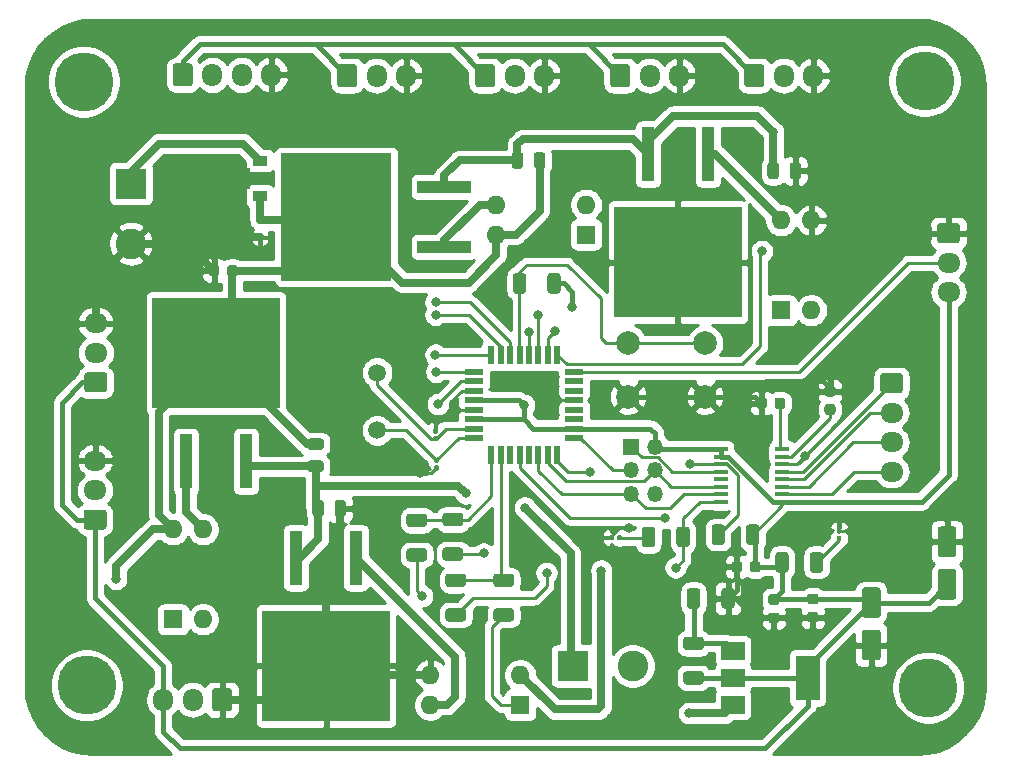
<source format=gbr>
%TF.GenerationSoftware,KiCad,Pcbnew,(5.1.8)-1*%
%TF.CreationDate,2021-09-25T16:30:51+01:00*%
%TF.ProjectId,dashboard mech press,64617368-626f-4617-9264-206d65636820,rev?*%
%TF.SameCoordinates,Original*%
%TF.FileFunction,Copper,L1,Top*%
%TF.FilePolarity,Positive*%
%FSLAX46Y46*%
G04 Gerber Fmt 4.6, Leading zero omitted, Abs format (unit mm)*
G04 Created by KiCad (PCBNEW (5.1.8)-1) date 2021-09-25 16:30:51*
%MOMM*%
%LPD*%
G01*
G04 APERTURE LIST*
%TA.AperFunction,ComponentPad*%
%ADD10O,1.700000X1.950000*%
%TD*%
%TA.AperFunction,ComponentPad*%
%ADD11C,5.000000*%
%TD*%
%TA.AperFunction,ComponentPad*%
%ADD12O,1.950000X1.700000*%
%TD*%
%TA.AperFunction,ComponentPad*%
%ADD13C,1.500000*%
%TD*%
%TA.AperFunction,SMDPad,CuDef*%
%ADD14R,2.000000X1.500000*%
%TD*%
%TA.AperFunction,SMDPad,CuDef*%
%ADD15R,2.000000X3.800000*%
%TD*%
%TA.AperFunction,SMDPad,CuDef*%
%ADD16R,1.200000X0.400000*%
%TD*%
%TA.AperFunction,ComponentPad*%
%ADD17O,1.600000X1.600000*%
%TD*%
%TA.AperFunction,ComponentPad*%
%ADD18R,1.600000X1.600000*%
%TD*%
%TA.AperFunction,SMDPad,CuDef*%
%ADD19R,0.550000X1.600000*%
%TD*%
%TA.AperFunction,SMDPad,CuDef*%
%ADD20R,1.600000X0.550000*%
%TD*%
%TA.AperFunction,ComponentPad*%
%ADD21C,2.000000*%
%TD*%
%TA.AperFunction,SMDPad,CuDef*%
%ADD22C,0.100000*%
%TD*%
%TA.AperFunction,SMDPad,CuDef*%
%ADD23R,1.300000X0.900000*%
%TD*%
%TA.AperFunction,SMDPad,CuDef*%
%ADD24R,10.800000X9.400000*%
%TD*%
%TA.AperFunction,SMDPad,CuDef*%
%ADD25R,1.100000X4.600000*%
%TD*%
%TA.AperFunction,SMDPad,CuDef*%
%ADD26R,9.400000X10.800000*%
%TD*%
%TA.AperFunction,SMDPad,CuDef*%
%ADD27R,4.600000X1.100000*%
%TD*%
%TA.AperFunction,ComponentPad*%
%ADD28C,2.600000*%
%TD*%
%TA.AperFunction,ComponentPad*%
%ADD29R,2.600000X2.600000*%
%TD*%
%TA.AperFunction,ComponentPad*%
%ADD30O,1.350000X1.350000*%
%TD*%
%TA.AperFunction,ComponentPad*%
%ADD31R,1.350000X1.350000*%
%TD*%
%TA.AperFunction,SMDPad,CuDef*%
%ADD32R,0.350000X0.350000*%
%TD*%
%TA.AperFunction,ViaPad*%
%ADD33C,0.800000*%
%TD*%
%TA.AperFunction,Conductor*%
%ADD34C,0.450000*%
%TD*%
%TA.AperFunction,Conductor*%
%ADD35C,0.250000*%
%TD*%
%TA.AperFunction,Conductor*%
%ADD36C,0.700000*%
%TD*%
%TA.AperFunction,Conductor*%
%ADD37C,0.254000*%
%TD*%
%TA.AperFunction,Conductor*%
%ADD38C,0.100000*%
%TD*%
G04 APERTURE END LIST*
D10*
%TO.P,J4,4*%
%TO.N,GND*%
X123197000Y-71501000D03*
%TO.P,J4,3*%
%TO.N,RX*%
X120697000Y-71501000D03*
%TO.P,J4,2*%
%TO.N,TX*%
X118197000Y-71501000D03*
%TO.P,J4,1*%
%TO.N,+5*%
%TA.AperFunction,ComponentPad*%
G36*
G01*
X114847000Y-72226000D02*
X114847000Y-70776000D01*
G75*
G02*
X115097000Y-70526000I250000J0D01*
G01*
X116297000Y-70526000D01*
G75*
G02*
X116547000Y-70776000I0J-250000D01*
G01*
X116547000Y-72226000D01*
G75*
G02*
X116297000Y-72476000I-250000J0D01*
G01*
X115097000Y-72476000D01*
G75*
G02*
X114847000Y-72226000I0J250000D01*
G01*
G37*
%TD.AperFunction*%
%TD*%
D11*
%TO.P,H4,1*%
%TO.N,N/C*%
X107569000Y-123190000D03*
%TD*%
%TO.P,H3,1*%
%TO.N,N/C*%
X107315000Y-72072500D03*
%TD*%
%TO.P,H2,1*%
%TO.N,N/C*%
X178816000Y-123380500D03*
%TD*%
%TO.P,H1,1*%
%TO.N,N/C*%
X178498500Y-72009000D03*
%TD*%
D10*
%TO.P,J14,3*%
%TO.N,GND*%
X134603500Y-71564500D03*
%TO.P,J14,2*%
%TO.N,AP5*%
X132103500Y-71564500D03*
%TO.P,J14,1*%
%TO.N,+5*%
%TA.AperFunction,ComponentPad*%
G36*
G01*
X128753500Y-72289500D02*
X128753500Y-70839500D01*
G75*
G02*
X129003500Y-70589500I250000J0D01*
G01*
X130203500Y-70589500D01*
G75*
G02*
X130453500Y-70839500I0J-250000D01*
G01*
X130453500Y-72289500D01*
G75*
G02*
X130203500Y-72539500I-250000J0D01*
G01*
X129003500Y-72539500D01*
G75*
G02*
X128753500Y-72289500I0J250000D01*
G01*
G37*
%TD.AperFunction*%
%TD*%
%TO.P,J13,3*%
%TO.N,+5*%
X114022500Y-124396500D03*
%TO.P,J13,2*%
%TO.N,DP5*%
X116522500Y-124396500D03*
%TO.P,J13,1*%
%TO.N,GND*%
%TA.AperFunction,ComponentPad*%
G36*
G01*
X119872500Y-123671500D02*
X119872500Y-125121500D01*
G75*
G02*
X119622500Y-125371500I-250000J0D01*
G01*
X118422500Y-125371500D01*
G75*
G02*
X118172500Y-125121500I0J250000D01*
G01*
X118172500Y-123671500D01*
G75*
G02*
X118422500Y-123421500I250000J0D01*
G01*
X119622500Y-123421500D01*
G75*
G02*
X119872500Y-123671500I0J-250000D01*
G01*
G37*
%TD.AperFunction*%
%TD*%
%TO.P,J12,3*%
%TO.N,GND*%
X146287500Y-71564500D03*
%TO.P,J12,2*%
%TO.N,AP4*%
X143787500Y-71564500D03*
%TO.P,J12,1*%
%TO.N,+5*%
%TA.AperFunction,ComponentPad*%
G36*
G01*
X140437500Y-72289500D02*
X140437500Y-70839500D01*
G75*
G02*
X140687500Y-70589500I250000J0D01*
G01*
X141887500Y-70589500D01*
G75*
G02*
X142137500Y-70839500I0J-250000D01*
G01*
X142137500Y-72289500D01*
G75*
G02*
X141887500Y-72539500I-250000J0D01*
G01*
X140687500Y-72539500D01*
G75*
G02*
X140437500Y-72289500I0J250000D01*
G01*
G37*
%TD.AperFunction*%
%TD*%
D12*
%TO.P,J11,3*%
%TO.N,GND*%
X108267500Y-104156500D03*
%TO.P,J11,2*%
%TO.N,DP4*%
X108267500Y-106656500D03*
%TO.P,J11,1*%
%TO.N,+5*%
%TA.AperFunction,ComponentPad*%
G36*
G01*
X108992500Y-110006500D02*
X107542500Y-110006500D01*
G75*
G02*
X107292500Y-109756500I0J250000D01*
G01*
X107292500Y-108556500D01*
G75*
G02*
X107542500Y-108306500I250000J0D01*
G01*
X108992500Y-108306500D01*
G75*
G02*
X109242500Y-108556500I0J-250000D01*
G01*
X109242500Y-109756500D01*
G75*
G02*
X108992500Y-110006500I-250000J0D01*
G01*
G37*
%TD.AperFunction*%
%TD*%
D10*
%TO.P,J10,3*%
%TO.N,GND*%
X157717500Y-71564500D03*
%TO.P,J10,2*%
%TO.N,AP3*%
X155217500Y-71564500D03*
%TO.P,J10,1*%
%TO.N,+5*%
%TA.AperFunction,ComponentPad*%
G36*
G01*
X151867500Y-72289500D02*
X151867500Y-70839500D01*
G75*
G02*
X152117500Y-70589500I250000J0D01*
G01*
X153317500Y-70589500D01*
G75*
G02*
X153567500Y-70839500I0J-250000D01*
G01*
X153567500Y-72289500D01*
G75*
G02*
X153317500Y-72539500I-250000J0D01*
G01*
X152117500Y-72539500D01*
G75*
G02*
X151867500Y-72289500I0J250000D01*
G01*
G37*
%TD.AperFunction*%
%TD*%
D12*
%TO.P,J9,3*%
%TO.N,GND*%
X108331000Y-92536000D03*
%TO.P,J9,2*%
%TO.N,DP3*%
X108331000Y-95036000D03*
%TO.P,J9,1*%
%TO.N,+5*%
%TA.AperFunction,ComponentPad*%
G36*
G01*
X109056000Y-98386000D02*
X107606000Y-98386000D01*
G75*
G02*
X107356000Y-98136000I0J250000D01*
G01*
X107356000Y-96936000D01*
G75*
G02*
X107606000Y-96686000I250000J0D01*
G01*
X109056000Y-96686000D01*
G75*
G02*
X109306000Y-96936000I0J-250000D01*
G01*
X109306000Y-98136000D01*
G75*
G02*
X109056000Y-98386000I-250000J0D01*
G01*
G37*
%TD.AperFunction*%
%TD*%
D10*
%TO.P,J8,3*%
%TO.N,GND*%
X169084000Y-71564500D03*
%TO.P,J8,2*%
%TO.N,AP2*%
X166584000Y-71564500D03*
%TO.P,J8,1*%
%TO.N,+5*%
%TA.AperFunction,ComponentPad*%
G36*
G01*
X163234000Y-72289500D02*
X163234000Y-70839500D01*
G75*
G02*
X163484000Y-70589500I250000J0D01*
G01*
X164684000Y-70589500D01*
G75*
G02*
X164934000Y-70839500I0J-250000D01*
G01*
X164934000Y-72289500D01*
G75*
G02*
X164684000Y-72539500I-250000J0D01*
G01*
X163484000Y-72539500D01*
G75*
G02*
X163234000Y-72289500I0J250000D01*
G01*
G37*
%TD.AperFunction*%
%TD*%
D12*
%TO.P,J5,3*%
%TO.N,+5*%
X180530500Y-89899500D03*
%TO.P,J5,2*%
%TO.N,AP1*%
X180530500Y-87399500D03*
%TO.P,J5,1*%
%TO.N,GND*%
%TA.AperFunction,ComponentPad*%
G36*
G01*
X179805500Y-84049500D02*
X181255500Y-84049500D01*
G75*
G02*
X181505500Y-84299500I0J-250000D01*
G01*
X181505500Y-85499500D01*
G75*
G02*
X181255500Y-85749500I-250000J0D01*
G01*
X179805500Y-85749500D01*
G75*
G02*
X179555500Y-85499500I0J250000D01*
G01*
X179555500Y-84299500D01*
G75*
G02*
X179805500Y-84049500I250000J0D01*
G01*
G37*
%TD.AperFunction*%
%TD*%
D13*
%TO.P,Y1,2*%
%TO.N,Net-(C3-Pad2)*%
X132143500Y-101590500D03*
%TO.P,Y1,1*%
%TO.N,Net-(C2-Pad2)*%
X132143500Y-96710500D03*
%TD*%
D14*
%TO.P,U7,1*%
%TO.N,Net-(R10-Pad1)*%
X162292500Y-120255000D03*
%TO.P,U7,3*%
%TO.N,+24V*%
X162292500Y-124855000D03*
%TO.P,U7,2*%
%TO.N,+5*%
X162292500Y-122555000D03*
D15*
X168592500Y-122555000D03*
%TD*%
D16*
%TO.P,U6,16*%
%TO.N,CLK*%
X161230000Y-107632500D03*
%TO.P,U6,15*%
%TO.N,~SS*%
X161230000Y-106997500D03*
%TO.P,U6,14*%
%TO.N,MOSI*%
X161230000Y-106362500D03*
%TO.P,U6,13*%
%TO.N,Net-(U6-Pad13)*%
X161230000Y-105727500D03*
%TO.P,U6,12*%
%TO.N,MISO*%
X161230000Y-105092500D03*
%TO.P,U6,11*%
%TO.N,INTERRUPT*%
X161230000Y-104457500D03*
%TO.P,U6,10*%
%TO.N,+5*%
X161230000Y-103822500D03*
%TO.P,U6,9*%
X161230000Y-103187500D03*
%TO.P,U6,8*%
%TO.N,Net-(C5-Pad1)*%
X166430000Y-103187500D03*
%TO.P,U6,7*%
%TO.N,Net-(C4-Pad1)*%
X166430000Y-103822500D03*
%TO.P,U6,6*%
%TO.N,GND*%
X166430000Y-104457500D03*
%TO.P,U6,5*%
%TO.N,Y-*%
X166430000Y-105092500D03*
%TO.P,U6,4*%
%TO.N,X-*%
X166430000Y-105727500D03*
%TO.P,U6,3*%
%TO.N,Y+*%
X166430000Y-106362500D03*
%TO.P,U6,2*%
%TO.N,X+*%
X166430000Y-106997500D03*
%TO.P,U6,1*%
%TO.N,+5*%
X166430000Y-107632500D03*
%TD*%
D17*
%TO.P,U5,4*%
%TO.N,Net-(Q4-Pad1)*%
X136652000Y-124841000D03*
%TO.P,U5,2*%
%TO.N,GNDPWR*%
X144272000Y-122301000D03*
%TO.P,U5,3*%
%TO.N,GND*%
X136652000Y-122301000D03*
D18*
%TO.P,U5,1*%
%TO.N,Net-(R5-Pad1)*%
X144272000Y-124841000D03*
%TD*%
D17*
%TO.P,U4,4*%
%TO.N,+24V*%
X114871500Y-109982000D03*
%TO.P,U4,2*%
%TO.N,GNDPWR*%
X117411500Y-117602000D03*
%TO.P,U4,3*%
%TO.N,Net-(Q3-Pad1)*%
X117411500Y-109982000D03*
D18*
%TO.P,U4,1*%
%TO.N,Net-(R4-Pad1)*%
X114871500Y-117602000D03*
%TD*%
D17*
%TO.P,U3,4*%
%TO.N,Net-(Q2-Pad1)*%
X166370000Y-83820000D03*
%TO.P,U3,2*%
%TO.N,GNDPWR*%
X168910000Y-91440000D03*
%TO.P,U3,3*%
%TO.N,GND*%
X168910000Y-83820000D03*
D18*
%TO.P,U3,1*%
%TO.N,Net-(R2-Pad1)*%
X166370000Y-91440000D03*
%TD*%
D17*
%TO.P,U2,4*%
%TO.N,+24V*%
X142240000Y-85026500D03*
%TO.P,U2,2*%
%TO.N,GNDPWR*%
X149860000Y-82486500D03*
%TO.P,U2,3*%
%TO.N,Net-(Q1-Pad1)*%
X142240000Y-82486500D03*
D18*
%TO.P,U2,1*%
%TO.N,Net-(R1-Pad1)*%
X149860000Y-85026500D03*
%TD*%
D19*
%TO.P,U1,32*%
%TO.N,DP3*%
X141808500Y-95195500D03*
%TO.P,U1,31*%
%TO.N,TX*%
X142608500Y-95195500D03*
%TO.P,U1,30*%
%TO.N,RX*%
X143408500Y-95195500D03*
%TO.P,U1,29*%
%TO.N,RST*%
X144208500Y-95195500D03*
%TO.P,U1,28*%
%TO.N,AP5*%
X145008500Y-95195500D03*
%TO.P,U1,27*%
%TO.N,AP4*%
X145808500Y-95195500D03*
%TO.P,U1,26*%
%TO.N,AP3*%
X146608500Y-95195500D03*
%TO.P,U1,25*%
%TO.N,AP2*%
X147408500Y-95195500D03*
D20*
%TO.P,U1,24*%
%TO.N,AP1*%
X148858500Y-96645500D03*
%TO.P,U1,23*%
%TO.N,Net-(U1-Pad23)*%
X148858500Y-97445500D03*
%TO.P,U1,22*%
%TO.N,Net-(U1-Pad22)*%
X148858500Y-98245500D03*
%TO.P,U1,21*%
%TO.N,GND*%
X148858500Y-99045500D03*
%TO.P,U1,20*%
%TO.N,Net-(U1-Pad20)*%
X148858500Y-99845500D03*
%TO.P,U1,19*%
%TO.N,Net-(U1-Pad19)*%
X148858500Y-100645500D03*
%TO.P,U1,18*%
%TO.N,+5*%
X148858500Y-101445500D03*
%TO.P,U1,17*%
%TO.N,CLK*%
X148858500Y-102245500D03*
D19*
%TO.P,U1,16*%
%TO.N,MISO*%
X147408500Y-103695500D03*
%TO.P,U1,15*%
%TO.N,MOSI*%
X146608500Y-103695500D03*
%TO.P,U1,14*%
%TO.N,~SS*%
X145808500Y-103695500D03*
%TO.P,U1,13*%
%TO.N,Net-(U1-Pad13)*%
X145008500Y-103695500D03*
%TO.P,U1,12*%
%TO.N,INTERRUPT*%
X144208500Y-103695500D03*
%TO.P,U1,11*%
%TO.N,Net-(U1-Pad11)*%
X143408500Y-103695500D03*
%TO.P,U1,10*%
%TO.N,PWM0*%
X142608500Y-103695500D03*
%TO.P,U1,9*%
%TO.N,PWM1*%
X141808500Y-103695500D03*
D20*
%TO.P,U1,8*%
%TO.N,Net-(C3-Pad2)*%
X140358500Y-102245500D03*
%TO.P,U1,7*%
%TO.N,Net-(C2-Pad2)*%
X140358500Y-101445500D03*
%TO.P,U1,6*%
%TO.N,+5*%
X140358500Y-100645500D03*
%TO.P,U1,5*%
%TO.N,GND*%
X140358500Y-99845500D03*
%TO.P,U1,4*%
%TO.N,+5*%
X140358500Y-99045500D03*
%TO.P,U1,3*%
%TO.N,GND*%
X140358500Y-98245500D03*
%TO.P,U1,2*%
%TO.N,DP5*%
X140358500Y-97445500D03*
%TO.P,U1,1*%
%TO.N,DP4*%
X140358500Y-96645500D03*
%TD*%
D21*
%TO.P,SW1,1*%
%TO.N,RST*%
X159916000Y-94234000D03*
%TO.P,SW1,2*%
%TO.N,GND*%
X159916000Y-98734000D03*
%TO.P,SW1,1*%
%TO.N,RST*%
X153416000Y-94234000D03*
%TO.P,SW1,2*%
%TO.N,GND*%
X153416000Y-98734000D03*
%TD*%
%TO.P,R11,2*%
%TO.N,Net-(R10-Pad1)*%
%TA.AperFunction,SMDPad,CuDef*%
G36*
G01*
X159565501Y-120194500D02*
X158315499Y-120194500D01*
G75*
G02*
X158065500Y-119944501I0J249999D01*
G01*
X158065500Y-119319499D01*
G75*
G02*
X158315499Y-119069500I249999J0D01*
G01*
X159565501Y-119069500D01*
G75*
G02*
X159815500Y-119319499I0J-249999D01*
G01*
X159815500Y-119944501D01*
G75*
G02*
X159565501Y-120194500I-249999J0D01*
G01*
G37*
%TD.AperFunction*%
%TO.P,R11,1*%
%TO.N,+5*%
%TA.AperFunction,SMDPad,CuDef*%
G36*
G01*
X159565501Y-123119500D02*
X158315499Y-123119500D01*
G75*
G02*
X158065500Y-122869501I0J249999D01*
G01*
X158065500Y-122244499D01*
G75*
G02*
X158315499Y-121994500I249999J0D01*
G01*
X159565501Y-121994500D01*
G75*
G02*
X159815500Y-122244499I0J-249999D01*
G01*
X159815500Y-122869501D01*
G75*
G02*
X159565501Y-123119500I-249999J0D01*
G01*
G37*
%TD.AperFunction*%
%TD*%
%TO.P,R10,2*%
%TO.N,GND*%
%TA.AperFunction,SMDPad,CuDef*%
G36*
G01*
X161301000Y-116449001D02*
X161301000Y-115198999D01*
G75*
G02*
X161550999Y-114949000I249999J0D01*
G01*
X162176001Y-114949000D01*
G75*
G02*
X162426000Y-115198999I0J-249999D01*
G01*
X162426000Y-116449001D01*
G75*
G02*
X162176001Y-116699000I-249999J0D01*
G01*
X161550999Y-116699000D01*
G75*
G02*
X161301000Y-116449001I0J249999D01*
G01*
G37*
%TD.AperFunction*%
%TO.P,R10,1*%
%TO.N,Net-(R10-Pad1)*%
%TA.AperFunction,SMDPad,CuDef*%
G36*
G01*
X158376000Y-116449001D02*
X158376000Y-115198999D01*
G75*
G02*
X158625999Y-114949000I249999J0D01*
G01*
X159251001Y-114949000D01*
G75*
G02*
X159501000Y-115198999I0J-249999D01*
G01*
X159501000Y-116449001D01*
G75*
G02*
X159251001Y-116699000I-249999J0D01*
G01*
X158625999Y-116699000D01*
G75*
G02*
X158376000Y-116449001I0J249999D01*
G01*
G37*
%TD.AperFunction*%
%TD*%
%TO.P,R9,2*%
%TO.N,INTERRUPT*%
%TA.AperFunction,SMDPad,CuDef*%
G36*
G01*
X161596500Y-109801499D02*
X161596500Y-111051501D01*
G75*
G02*
X161346501Y-111301500I-249999J0D01*
G01*
X160721499Y-111301500D01*
G75*
G02*
X160471500Y-111051501I0J249999D01*
G01*
X160471500Y-109801499D01*
G75*
G02*
X160721499Y-109551500I249999J0D01*
G01*
X161346501Y-109551500D01*
G75*
G02*
X161596500Y-109801499I0J-249999D01*
G01*
G37*
%TD.AperFunction*%
%TO.P,R9,1*%
%TO.N,+5*%
%TA.AperFunction,SMDPad,CuDef*%
G36*
G01*
X164521500Y-109801499D02*
X164521500Y-111051501D01*
G75*
G02*
X164271501Y-111301500I-249999J0D01*
G01*
X163646499Y-111301500D01*
G75*
G02*
X163396500Y-111051501I0J249999D01*
G01*
X163396500Y-109801499D01*
G75*
G02*
X163646499Y-109551500I249999J0D01*
G01*
X164271501Y-109551500D01*
G75*
G02*
X164521500Y-109801499I0J-249999D01*
G01*
G37*
%TD.AperFunction*%
%TD*%
%TO.P,R7,2*%
%TO.N,+5*%
%TA.AperFunction,SMDPad,CuDef*%
G36*
G01*
X166992000Y-112150999D02*
X166992000Y-113401001D01*
G75*
G02*
X166742001Y-113651000I-249999J0D01*
G01*
X166116999Y-113651000D01*
G75*
G02*
X165867000Y-113401001I0J249999D01*
G01*
X165867000Y-112150999D01*
G75*
G02*
X166116999Y-111901000I249999J0D01*
G01*
X166742001Y-111901000D01*
G75*
G02*
X166992000Y-112150999I0J-249999D01*
G01*
G37*
%TD.AperFunction*%
%TO.P,R7,1*%
%TO.N,Net-(D4-Pad2)*%
%TA.AperFunction,SMDPad,CuDef*%
G36*
G01*
X169917000Y-112150999D02*
X169917000Y-113401001D01*
G75*
G02*
X169667001Y-113651000I-249999J0D01*
G01*
X169041999Y-113651000D01*
G75*
G02*
X168792000Y-113401001I0J249999D01*
G01*
X168792000Y-112150999D01*
G75*
G02*
X169041999Y-111901000I249999J0D01*
G01*
X169667001Y-111901000D01*
G75*
G02*
X169917000Y-112150999I0J-249999D01*
G01*
G37*
%TD.AperFunction*%
%TD*%
%TO.P,R6,2*%
%TO.N,CLK*%
%TA.AperFunction,SMDPad,CuDef*%
G36*
G01*
X157491000Y-111242001D02*
X157491000Y-109991999D01*
G75*
G02*
X157740999Y-109742000I249999J0D01*
G01*
X158366001Y-109742000D01*
G75*
G02*
X158616000Y-109991999I0J-249999D01*
G01*
X158616000Y-111242001D01*
G75*
G02*
X158366001Y-111492000I-249999J0D01*
G01*
X157740999Y-111492000D01*
G75*
G02*
X157491000Y-111242001I0J249999D01*
G01*
G37*
%TD.AperFunction*%
%TO.P,R6,1*%
%TO.N,Net-(D3-Pad2)*%
%TA.AperFunction,SMDPad,CuDef*%
G36*
G01*
X154566000Y-111242001D02*
X154566000Y-109991999D01*
G75*
G02*
X154815999Y-109742000I249999J0D01*
G01*
X155441001Y-109742000D01*
G75*
G02*
X155691000Y-109991999I0J-249999D01*
G01*
X155691000Y-111242001D01*
G75*
G02*
X155441001Y-111492000I-249999J0D01*
G01*
X154815999Y-111492000D01*
G75*
G02*
X154566000Y-111242001I0J249999D01*
G01*
G37*
%TD.AperFunction*%
%TD*%
%TO.P,R5,2*%
%TO.N,PWM0*%
%TA.AperFunction,SMDPad,CuDef*%
G36*
G01*
X143500001Y-114860500D02*
X142249999Y-114860500D01*
G75*
G02*
X142000000Y-114610501I0J249999D01*
G01*
X142000000Y-113985499D01*
G75*
G02*
X142249999Y-113735500I249999J0D01*
G01*
X143500001Y-113735500D01*
G75*
G02*
X143750000Y-113985499I0J-249999D01*
G01*
X143750000Y-114610501D01*
G75*
G02*
X143500001Y-114860500I-249999J0D01*
G01*
G37*
%TD.AperFunction*%
%TO.P,R5,1*%
%TO.N,Net-(R5-Pad1)*%
%TA.AperFunction,SMDPad,CuDef*%
G36*
G01*
X143500001Y-117785500D02*
X142249999Y-117785500D01*
G75*
G02*
X142000000Y-117535501I0J249999D01*
G01*
X142000000Y-116910499D01*
G75*
G02*
X142249999Y-116660500I249999J0D01*
G01*
X143500001Y-116660500D01*
G75*
G02*
X143750000Y-116910499I0J-249999D01*
G01*
X143750000Y-117535501D01*
G75*
G02*
X143500001Y-117785500I-249999J0D01*
G01*
G37*
%TD.AperFunction*%
%TD*%
%TO.P,R4,2*%
%TO.N,PWM1*%
%TA.AperFunction,SMDPad,CuDef*%
G36*
G01*
X139182001Y-109717000D02*
X137931999Y-109717000D01*
G75*
G02*
X137682000Y-109467001I0J249999D01*
G01*
X137682000Y-108841999D01*
G75*
G02*
X137931999Y-108592000I249999J0D01*
G01*
X139182001Y-108592000D01*
G75*
G02*
X139432000Y-108841999I0J-249999D01*
G01*
X139432000Y-109467001D01*
G75*
G02*
X139182001Y-109717000I-249999J0D01*
G01*
G37*
%TD.AperFunction*%
%TO.P,R4,1*%
%TO.N,Net-(R4-Pad1)*%
%TA.AperFunction,SMDPad,CuDef*%
G36*
G01*
X139182001Y-112642000D02*
X137931999Y-112642000D01*
G75*
G02*
X137682000Y-112392001I0J249999D01*
G01*
X137682000Y-111766999D01*
G75*
G02*
X137931999Y-111517000I249999J0D01*
G01*
X139182001Y-111517000D01*
G75*
G02*
X139432000Y-111766999I0J-249999D01*
G01*
X139432000Y-112392001D01*
G75*
G02*
X139182001Y-112642000I-249999J0D01*
G01*
G37*
%TD.AperFunction*%
%TD*%
%TO.P,R3,2*%
%TO.N,+5*%
%TA.AperFunction,SMDPad,CuDef*%
G36*
G01*
X146569000Y-89779001D02*
X146569000Y-88528999D01*
G75*
G02*
X146818999Y-88279000I249999J0D01*
G01*
X147444001Y-88279000D01*
G75*
G02*
X147694000Y-88528999I0J-249999D01*
G01*
X147694000Y-89779001D01*
G75*
G02*
X147444001Y-90029000I-249999J0D01*
G01*
X146818999Y-90029000D01*
G75*
G02*
X146569000Y-89779001I0J249999D01*
G01*
G37*
%TD.AperFunction*%
%TO.P,R3,1*%
%TO.N,RST*%
%TA.AperFunction,SMDPad,CuDef*%
G36*
G01*
X143644000Y-89779001D02*
X143644000Y-88528999D01*
G75*
G02*
X143893999Y-88279000I249999J0D01*
G01*
X144519001Y-88279000D01*
G75*
G02*
X144769000Y-88528999I0J-249999D01*
G01*
X144769000Y-89779001D01*
G75*
G02*
X144519001Y-90029000I-249999J0D01*
G01*
X143893999Y-90029000D01*
G75*
G02*
X143644000Y-89779001I0J249999D01*
G01*
G37*
%TD.AperFunction*%
%TD*%
%TO.P,R2,2*%
%TO.N,PWM1*%
%TA.AperFunction,SMDPad,CuDef*%
G36*
G01*
X136134001Y-109780500D02*
X134883999Y-109780500D01*
G75*
G02*
X134634000Y-109530501I0J249999D01*
G01*
X134634000Y-108905499D01*
G75*
G02*
X134883999Y-108655500I249999J0D01*
G01*
X136134001Y-108655500D01*
G75*
G02*
X136384000Y-108905499I0J-249999D01*
G01*
X136384000Y-109530501D01*
G75*
G02*
X136134001Y-109780500I-249999J0D01*
G01*
G37*
%TD.AperFunction*%
%TO.P,R2,1*%
%TO.N,Net-(R2-Pad1)*%
%TA.AperFunction,SMDPad,CuDef*%
G36*
G01*
X136134001Y-112705500D02*
X134883999Y-112705500D01*
G75*
G02*
X134634000Y-112455501I0J249999D01*
G01*
X134634000Y-111830499D01*
G75*
G02*
X134883999Y-111580500I249999J0D01*
G01*
X136134001Y-111580500D01*
G75*
G02*
X136384000Y-111830499I0J-249999D01*
G01*
X136384000Y-112455501D01*
G75*
G02*
X136134001Y-112705500I-249999J0D01*
G01*
G37*
%TD.AperFunction*%
%TD*%
%TO.P,R1,2*%
%TO.N,PWM0*%
%TA.AperFunction,SMDPad,CuDef*%
G36*
G01*
X139436001Y-114860500D02*
X138185999Y-114860500D01*
G75*
G02*
X137936000Y-114610501I0J249999D01*
G01*
X137936000Y-113985499D01*
G75*
G02*
X138185999Y-113735500I249999J0D01*
G01*
X139436001Y-113735500D01*
G75*
G02*
X139686000Y-113985499I0J-249999D01*
G01*
X139686000Y-114610501D01*
G75*
G02*
X139436001Y-114860500I-249999J0D01*
G01*
G37*
%TD.AperFunction*%
%TO.P,R1,1*%
%TO.N,Net-(R1-Pad1)*%
%TA.AperFunction,SMDPad,CuDef*%
G36*
G01*
X139436001Y-117785500D02*
X138185999Y-117785500D01*
G75*
G02*
X137936000Y-117535501I0J249999D01*
G01*
X137936000Y-116910499D01*
G75*
G02*
X138185999Y-116660500I249999J0D01*
G01*
X139436001Y-116660500D01*
G75*
G02*
X139686000Y-116910499I0J-249999D01*
G01*
X139686000Y-117535501D01*
G75*
G02*
X139436001Y-117785500I-249999J0D01*
G01*
G37*
%TD.AperFunction*%
%TD*%
%TA.AperFunction,SMDPad,CuDef*%
D22*
%TO.P,Q5,2*%
%TO.N,GND*%
G36*
X118286500Y-79397500D02*
G01*
X121411500Y-79397500D01*
X121411500Y-79814000D01*
X122886500Y-79814000D01*
X122886500Y-80714000D01*
X121411500Y-80714000D01*
X121411500Y-81130500D01*
X118286500Y-81130500D01*
X118286500Y-79397500D01*
G37*
%TD.AperFunction*%
D23*
%TO.P,Q5,3*%
%TO.N,Net-(J3-Pad1)*%
X122236500Y-78764000D03*
%TO.P,Q5,1*%
%TO.N,+24V*%
X122236500Y-81764000D03*
%TD*%
D24*
%TO.P,Q4,2*%
%TO.N,GND*%
X127825500Y-121548500D03*
D25*
%TO.P,Q4,3*%
%TO.N,M-*%
X125285500Y-112398500D03*
%TO.P,Q4,1*%
%TO.N,Net-(Q4-Pad1)*%
X130365500Y-112398500D03*
%TD*%
D24*
%TO.P,Q3,2*%
%TO.N,+24V*%
X118510000Y-95071500D03*
D25*
%TO.P,Q3,3*%
%TO.N,M-*%
X121050000Y-104221500D03*
%TO.P,Q3,1*%
%TO.N,Net-(Q3-Pad1)*%
X115970000Y-104221500D03*
%TD*%
D24*
%TO.P,Q2,2*%
%TO.N,GND*%
X157626000Y-87364000D03*
D25*
%TO.P,Q2,3*%
%TO.N,M+*%
X155086000Y-78214000D03*
%TO.P,Q2,1*%
%TO.N,Net-(Q2-Pad1)*%
X160166000Y-78214000D03*
%TD*%
D26*
%TO.P,Q1,2*%
%TO.N,+24V*%
X128702500Y-83521500D03*
D27*
%TO.P,Q1,3*%
%TO.N,M+*%
X137852500Y-80981500D03*
%TO.P,Q1,1*%
%TO.N,Net-(Q1-Pad1)*%
X137852500Y-86061500D03*
%TD*%
D12*
%TO.P,J6,4*%
%TO.N,X+*%
X175704500Y-105099500D03*
%TO.P,J6,3*%
%TO.N,Y+*%
X175704500Y-102599500D03*
%TO.P,J6,2*%
%TO.N,X-*%
X175704500Y-100099500D03*
%TO.P,J6,1*%
%TO.N,Y-*%
%TA.AperFunction,ComponentPad*%
G36*
G01*
X174979500Y-96749500D02*
X176429500Y-96749500D01*
G75*
G02*
X176679500Y-96999500I0J-250000D01*
G01*
X176679500Y-98199500D01*
G75*
G02*
X176429500Y-98449500I-250000J0D01*
G01*
X174979500Y-98449500D01*
G75*
G02*
X174729500Y-98199500I0J250000D01*
G01*
X174729500Y-96999500D01*
G75*
G02*
X174979500Y-96749500I250000J0D01*
G01*
G37*
%TD.AperFunction*%
%TD*%
D28*
%TO.P,J3,2*%
%TO.N,GND*%
X111315500Y-85788500D03*
D29*
%TO.P,J3,1*%
%TO.N,Net-(J3-Pad1)*%
X111315500Y-80708500D03*
%TD*%
D28*
%TO.P,J2,2*%
%TO.N,M+*%
X153797000Y-121539000D03*
D29*
%TO.P,J2,1*%
%TO.N,M-*%
X148717000Y-121539000D03*
%TD*%
D30*
%TO.P,J1,6*%
%TO.N,GND*%
X155670000Y-106997000D03*
%TO.P,J1,5*%
%TO.N,~SS*%
X153670000Y-106997000D03*
%TO.P,J1,4*%
%TO.N,MOSI*%
X155670000Y-104997000D03*
%TO.P,J1,3*%
%TO.N,CLK*%
X153670000Y-104997000D03*
%TO.P,J1,2*%
%TO.N,+5*%
X155670000Y-102997000D03*
D31*
%TO.P,J1,1*%
%TO.N,MISO*%
X153670000Y-102997000D03*
%TD*%
D32*
%TO.P,D7,1*%
%TO.N,+24V*%
X122237500Y-83793500D03*
%TO.P,D7,2*%
%TO.N,GND*%
X122237500Y-85243500D03*
%TD*%
%TO.P,D6,2*%
%TO.N,GND*%
%TA.AperFunction,SMDPad,CuDef*%
G36*
G01*
X128544500Y-108660250D02*
X128544500Y-107747750D01*
G75*
G02*
X128788250Y-107504000I243750J0D01*
G01*
X129275750Y-107504000D01*
G75*
G02*
X129519500Y-107747750I0J-243750D01*
G01*
X129519500Y-108660250D01*
G75*
G02*
X129275750Y-108904000I-243750J0D01*
G01*
X128788250Y-108904000D01*
G75*
G02*
X128544500Y-108660250I0J243750D01*
G01*
G37*
%TD.AperFunction*%
%TO.P,D6,1*%
%TO.N,M-*%
%TA.AperFunction,SMDPad,CuDef*%
G36*
G01*
X126669500Y-108660250D02*
X126669500Y-107747750D01*
G75*
G02*
X126913250Y-107504000I243750J0D01*
G01*
X127400750Y-107504000D01*
G75*
G02*
X127644500Y-107747750I0J-243750D01*
G01*
X127644500Y-108660250D01*
G75*
G02*
X127400750Y-108904000I-243750J0D01*
G01*
X126913250Y-108904000D01*
G75*
G02*
X126669500Y-108660250I0J243750D01*
G01*
G37*
%TD.AperFunction*%
%TD*%
%TO.P,D5,2*%
%TO.N,M-*%
%TA.AperFunction,SMDPad,CuDef*%
G36*
G01*
X126480250Y-104145500D02*
X127392750Y-104145500D01*
G75*
G02*
X127636500Y-104389250I0J-243750D01*
G01*
X127636500Y-104876750D01*
G75*
G02*
X127392750Y-105120500I-243750J0D01*
G01*
X126480250Y-105120500D01*
G75*
G02*
X126236500Y-104876750I0J243750D01*
G01*
X126236500Y-104389250D01*
G75*
G02*
X126480250Y-104145500I243750J0D01*
G01*
G37*
%TD.AperFunction*%
%TO.P,D5,1*%
%TO.N,+24V*%
%TA.AperFunction,SMDPad,CuDef*%
G36*
G01*
X126480250Y-102270500D02*
X127392750Y-102270500D01*
G75*
G02*
X127636500Y-102514250I0J-243750D01*
G01*
X127636500Y-103001750D01*
G75*
G02*
X127392750Y-103245500I-243750J0D01*
G01*
X126480250Y-103245500D01*
G75*
G02*
X126236500Y-103001750I0J243750D01*
G01*
X126236500Y-102514250D01*
G75*
G02*
X126480250Y-102270500I243750J0D01*
G01*
G37*
%TD.AperFunction*%
%TD*%
%TO.P,D4,2*%
%TO.N,Net-(D4-Pad2)*%
%TA.AperFunction,SMDPad,CuDef*%
G36*
G01*
X171159500Y-110516500D02*
X171359500Y-110516500D01*
G75*
G02*
X171459500Y-110616500I0J-100000D01*
G01*
X171459500Y-110876500D01*
G75*
G02*
X171359500Y-110976500I-100000J0D01*
G01*
X171159500Y-110976500D01*
G75*
G02*
X171059500Y-110876500I0J100000D01*
G01*
X171059500Y-110616500D01*
G75*
G02*
X171159500Y-110516500I100000J0D01*
G01*
G37*
%TD.AperFunction*%
%TO.P,D4,1*%
%TO.N,GND*%
%TA.AperFunction,SMDPad,CuDef*%
G36*
G01*
X171159500Y-109876500D02*
X171359500Y-109876500D01*
G75*
G02*
X171459500Y-109976500I0J-100000D01*
G01*
X171459500Y-110236500D01*
G75*
G02*
X171359500Y-110336500I-100000J0D01*
G01*
X171159500Y-110336500D01*
G75*
G02*
X171059500Y-110236500I0J100000D01*
G01*
X171059500Y-109976500D01*
G75*
G02*
X171159500Y-109876500I100000J0D01*
G01*
G37*
%TD.AperFunction*%
%TD*%
%TO.P,D3,2*%
%TO.N,Net-(D3-Pad2)*%
%TA.AperFunction,SMDPad,CuDef*%
G36*
G01*
X152426500Y-110780500D02*
X152426500Y-110580500D01*
G75*
G02*
X152526500Y-110480500I100000J0D01*
G01*
X152786500Y-110480500D01*
G75*
G02*
X152886500Y-110580500I0J-100000D01*
G01*
X152886500Y-110780500D01*
G75*
G02*
X152786500Y-110880500I-100000J0D01*
G01*
X152526500Y-110880500D01*
G75*
G02*
X152426500Y-110780500I0J100000D01*
G01*
G37*
%TD.AperFunction*%
%TO.P,D3,1*%
%TO.N,GND*%
%TA.AperFunction,SMDPad,CuDef*%
G36*
G01*
X151786500Y-110780500D02*
X151786500Y-110580500D01*
G75*
G02*
X151886500Y-110480500I100000J0D01*
G01*
X152146500Y-110480500D01*
G75*
G02*
X152246500Y-110580500I0J-100000D01*
G01*
X152246500Y-110780500D01*
G75*
G02*
X152146500Y-110880500I-100000J0D01*
G01*
X151886500Y-110880500D01*
G75*
G02*
X151786500Y-110780500I0J100000D01*
G01*
G37*
%TD.AperFunction*%
%TD*%
%TO.P,D2,2*%
%TO.N,M+*%
%TA.AperFunction,SMDPad,CuDef*%
G36*
G01*
X144520500Y-78283750D02*
X144520500Y-79196250D01*
G75*
G02*
X144276750Y-79440000I-243750J0D01*
G01*
X143789250Y-79440000D01*
G75*
G02*
X143545500Y-79196250I0J243750D01*
G01*
X143545500Y-78283750D01*
G75*
G02*
X143789250Y-78040000I243750J0D01*
G01*
X144276750Y-78040000D01*
G75*
G02*
X144520500Y-78283750I0J-243750D01*
G01*
G37*
%TD.AperFunction*%
%TO.P,D2,1*%
%TO.N,+24V*%
%TA.AperFunction,SMDPad,CuDef*%
G36*
G01*
X146395500Y-78283750D02*
X146395500Y-79196250D01*
G75*
G02*
X146151750Y-79440000I-243750J0D01*
G01*
X145664250Y-79440000D01*
G75*
G02*
X145420500Y-79196250I0J243750D01*
G01*
X145420500Y-78283750D01*
G75*
G02*
X145664250Y-78040000I243750J0D01*
G01*
X146151750Y-78040000D01*
G75*
G02*
X146395500Y-78283750I0J-243750D01*
G01*
G37*
%TD.AperFunction*%
%TD*%
%TO.P,D1,2*%
%TO.N,GND*%
%TA.AperFunction,SMDPad,CuDef*%
G36*
G01*
X167074000Y-80085250D02*
X167074000Y-79172750D01*
G75*
G02*
X167317750Y-78929000I243750J0D01*
G01*
X167805250Y-78929000D01*
G75*
G02*
X168049000Y-79172750I0J-243750D01*
G01*
X168049000Y-80085250D01*
G75*
G02*
X167805250Y-80329000I-243750J0D01*
G01*
X167317750Y-80329000D01*
G75*
G02*
X167074000Y-80085250I0J243750D01*
G01*
G37*
%TD.AperFunction*%
%TO.P,D1,1*%
%TO.N,M+*%
%TA.AperFunction,SMDPad,CuDef*%
G36*
G01*
X165199000Y-80085250D02*
X165199000Y-79172750D01*
G75*
G02*
X165442750Y-78929000I243750J0D01*
G01*
X165930250Y-78929000D01*
G75*
G02*
X166174000Y-79172750I0J-243750D01*
G01*
X166174000Y-80085250D01*
G75*
G02*
X165930250Y-80329000I-243750J0D01*
G01*
X165442750Y-80329000D01*
G75*
G02*
X165199000Y-80085250I0J243750D01*
G01*
G37*
%TD.AperFunction*%
%TD*%
%TO.P,C10,2*%
%TO.N,GND*%
%TA.AperFunction,SMDPad,CuDef*%
G36*
G01*
X180953500Y-112339500D02*
X179853500Y-112339500D01*
G75*
G02*
X179603500Y-112089500I0J250000D01*
G01*
X179603500Y-109989500D01*
G75*
G02*
X179853500Y-109739500I250000J0D01*
G01*
X180953500Y-109739500D01*
G75*
G02*
X181203500Y-109989500I0J-250000D01*
G01*
X181203500Y-112089500D01*
G75*
G02*
X180953500Y-112339500I-250000J0D01*
G01*
G37*
%TD.AperFunction*%
%TO.P,C10,1*%
%TO.N,+5*%
%TA.AperFunction,SMDPad,CuDef*%
G36*
G01*
X180953500Y-115939500D02*
X179853500Y-115939500D01*
G75*
G02*
X179603500Y-115689500I0J250000D01*
G01*
X179603500Y-113589500D01*
G75*
G02*
X179853500Y-113339500I250000J0D01*
G01*
X180953500Y-113339500D01*
G75*
G02*
X181203500Y-113589500I0J-250000D01*
G01*
X181203500Y-115689500D01*
G75*
G02*
X180953500Y-115939500I-250000J0D01*
G01*
G37*
%TD.AperFunction*%
%TD*%
%TO.P,C9,2*%
%TO.N,GND*%
%TA.AperFunction,SMDPad,CuDef*%
G36*
G01*
X118801000Y-87824500D02*
X118801000Y-88324500D01*
G75*
G02*
X118576000Y-88549500I-225000J0D01*
G01*
X118126000Y-88549500D01*
G75*
G02*
X117901000Y-88324500I0J225000D01*
G01*
X117901000Y-87824500D01*
G75*
G02*
X118126000Y-87599500I225000J0D01*
G01*
X118576000Y-87599500D01*
G75*
G02*
X118801000Y-87824500I0J-225000D01*
G01*
G37*
%TD.AperFunction*%
%TO.P,C9,1*%
%TO.N,+24V*%
%TA.AperFunction,SMDPad,CuDef*%
G36*
G01*
X120351000Y-87824500D02*
X120351000Y-88324500D01*
G75*
G02*
X120126000Y-88549500I-225000J0D01*
G01*
X119676000Y-88549500D01*
G75*
G02*
X119451000Y-88324500I0J225000D01*
G01*
X119451000Y-87824500D01*
G75*
G02*
X119676000Y-87599500I225000J0D01*
G01*
X120126000Y-87599500D01*
G75*
G02*
X120351000Y-87824500I0J-225000D01*
G01*
G37*
%TD.AperFunction*%
%TD*%
%TO.P,C8,2*%
%TO.N,GND*%
%TA.AperFunction,SMDPad,CuDef*%
G36*
G01*
X163060500Y-112907000D02*
X163060500Y-113407000D01*
G75*
G02*
X162835500Y-113632000I-225000J0D01*
G01*
X162385500Y-113632000D01*
G75*
G02*
X162160500Y-113407000I0J225000D01*
G01*
X162160500Y-112907000D01*
G75*
G02*
X162385500Y-112682000I225000J0D01*
G01*
X162835500Y-112682000D01*
G75*
G02*
X163060500Y-112907000I0J-225000D01*
G01*
G37*
%TD.AperFunction*%
%TO.P,C8,1*%
%TO.N,+5*%
%TA.AperFunction,SMDPad,CuDef*%
G36*
G01*
X164610500Y-112907000D02*
X164610500Y-113407000D01*
G75*
G02*
X164385500Y-113632000I-225000J0D01*
G01*
X163935500Y-113632000D01*
G75*
G02*
X163710500Y-113407000I0J225000D01*
G01*
X163710500Y-112907000D01*
G75*
G02*
X163935500Y-112682000I225000J0D01*
G01*
X164385500Y-112682000D01*
G75*
G02*
X164610500Y-112907000I0J-225000D01*
G01*
G37*
%TD.AperFunction*%
%TD*%
%TO.P,C7,2*%
%TO.N,GND*%
%TA.AperFunction,SMDPad,CuDef*%
G36*
G01*
X173440000Y-118483000D02*
X174540000Y-118483000D01*
G75*
G02*
X174790000Y-118733000I0J-250000D01*
G01*
X174790000Y-120833000D01*
G75*
G02*
X174540000Y-121083000I-250000J0D01*
G01*
X173440000Y-121083000D01*
G75*
G02*
X173190000Y-120833000I0J250000D01*
G01*
X173190000Y-118733000D01*
G75*
G02*
X173440000Y-118483000I250000J0D01*
G01*
G37*
%TD.AperFunction*%
%TO.P,C7,1*%
%TO.N,+5*%
%TA.AperFunction,SMDPad,CuDef*%
G36*
G01*
X173440000Y-114883000D02*
X174540000Y-114883000D01*
G75*
G02*
X174790000Y-115133000I0J-250000D01*
G01*
X174790000Y-117233000D01*
G75*
G02*
X174540000Y-117483000I-250000J0D01*
G01*
X173440000Y-117483000D01*
G75*
G02*
X173190000Y-117233000I0J250000D01*
G01*
X173190000Y-115133000D01*
G75*
G02*
X173440000Y-114883000I250000J0D01*
G01*
G37*
%TD.AperFunction*%
%TD*%
%TO.P,C6,2*%
%TO.N,GND*%
%TA.AperFunction,SMDPad,CuDef*%
G36*
G01*
X168787000Y-116974500D02*
X169287000Y-116974500D01*
G75*
G02*
X169512000Y-117199500I0J-225000D01*
G01*
X169512000Y-117649500D01*
G75*
G02*
X169287000Y-117874500I-225000J0D01*
G01*
X168787000Y-117874500D01*
G75*
G02*
X168562000Y-117649500I0J225000D01*
G01*
X168562000Y-117199500D01*
G75*
G02*
X168787000Y-116974500I225000J0D01*
G01*
G37*
%TD.AperFunction*%
%TO.P,C6,1*%
%TO.N,+5*%
%TA.AperFunction,SMDPad,CuDef*%
G36*
G01*
X168787000Y-115424500D02*
X169287000Y-115424500D01*
G75*
G02*
X169512000Y-115649500I0J-225000D01*
G01*
X169512000Y-116099500D01*
G75*
G02*
X169287000Y-116324500I-225000J0D01*
G01*
X168787000Y-116324500D01*
G75*
G02*
X168562000Y-116099500I0J225000D01*
G01*
X168562000Y-115649500D01*
G75*
G02*
X168787000Y-115424500I225000J0D01*
G01*
G37*
%TD.AperFunction*%
%TD*%
%TO.P,C5,2*%
%TO.N,GND*%
%TA.AperFunction,SMDPad,CuDef*%
G36*
G01*
X165156000Y-99064000D02*
X165156000Y-99564000D01*
G75*
G02*
X164931000Y-99789000I-225000J0D01*
G01*
X164481000Y-99789000D01*
G75*
G02*
X164256000Y-99564000I0J225000D01*
G01*
X164256000Y-99064000D01*
G75*
G02*
X164481000Y-98839000I225000J0D01*
G01*
X164931000Y-98839000D01*
G75*
G02*
X165156000Y-99064000I0J-225000D01*
G01*
G37*
%TD.AperFunction*%
%TO.P,C5,1*%
%TO.N,Net-(C5-Pad1)*%
%TA.AperFunction,SMDPad,CuDef*%
G36*
G01*
X166706000Y-99064000D02*
X166706000Y-99564000D01*
G75*
G02*
X166481000Y-99789000I-225000J0D01*
G01*
X166031000Y-99789000D01*
G75*
G02*
X165806000Y-99564000I0J225000D01*
G01*
X165806000Y-99064000D01*
G75*
G02*
X166031000Y-98839000I225000J0D01*
G01*
X166481000Y-98839000D01*
G75*
G02*
X166706000Y-99064000I0J-225000D01*
G01*
G37*
%TD.AperFunction*%
%TD*%
%TO.P,C4,2*%
%TO.N,GND*%
%TA.AperFunction,SMDPad,CuDef*%
G36*
G01*
X170747500Y-98735000D02*
X170247500Y-98735000D01*
G75*
G02*
X170022500Y-98510000I0J225000D01*
G01*
X170022500Y-98060000D01*
G75*
G02*
X170247500Y-97835000I225000J0D01*
G01*
X170747500Y-97835000D01*
G75*
G02*
X170972500Y-98060000I0J-225000D01*
G01*
X170972500Y-98510000D01*
G75*
G02*
X170747500Y-98735000I-225000J0D01*
G01*
G37*
%TD.AperFunction*%
%TO.P,C4,1*%
%TO.N,Net-(C4-Pad1)*%
%TA.AperFunction,SMDPad,CuDef*%
G36*
G01*
X170747500Y-100285000D02*
X170247500Y-100285000D01*
G75*
G02*
X170022500Y-100060000I0J225000D01*
G01*
X170022500Y-99610000D01*
G75*
G02*
X170247500Y-99385000I225000J0D01*
G01*
X170747500Y-99385000D01*
G75*
G02*
X170972500Y-99610000I0J-225000D01*
G01*
X170972500Y-100060000D01*
G75*
G02*
X170747500Y-100285000I-225000J0D01*
G01*
G37*
%TD.AperFunction*%
%TD*%
%TO.P,C3,2*%
%TO.N,Net-(C3-Pad2)*%
%TA.AperFunction,SMDPad,CuDef*%
G36*
G01*
X137260000Y-104367500D02*
X137060000Y-104367500D01*
G75*
G02*
X136960000Y-104267500I0J100000D01*
G01*
X136960000Y-104007500D01*
G75*
G02*
X137060000Y-103907500I100000J0D01*
G01*
X137260000Y-103907500D01*
G75*
G02*
X137360000Y-104007500I0J-100000D01*
G01*
X137360000Y-104267500D01*
G75*
G02*
X137260000Y-104367500I-100000J0D01*
G01*
G37*
%TD.AperFunction*%
%TO.P,C3,1*%
%TO.N,GND*%
%TA.AperFunction,SMDPad,CuDef*%
G36*
G01*
X137260000Y-105007500D02*
X137060000Y-105007500D01*
G75*
G02*
X136960000Y-104907500I0J100000D01*
G01*
X136960000Y-104647500D01*
G75*
G02*
X137060000Y-104547500I100000J0D01*
G01*
X137260000Y-104547500D01*
G75*
G02*
X137360000Y-104647500I0J-100000D01*
G01*
X137360000Y-104907500D01*
G75*
G02*
X137260000Y-105007500I-100000J0D01*
G01*
G37*
%TD.AperFunction*%
%TD*%
%TO.P,C2,2*%
%TO.N,Net-(C2-Pad2)*%
%TA.AperFunction,SMDPad,CuDef*%
G36*
G01*
X136996500Y-102071000D02*
X137196500Y-102071000D01*
G75*
G02*
X137296500Y-102171000I0J-100000D01*
G01*
X137296500Y-102431000D01*
G75*
G02*
X137196500Y-102531000I-100000J0D01*
G01*
X136996500Y-102531000D01*
G75*
G02*
X136896500Y-102431000I0J100000D01*
G01*
X136896500Y-102171000D01*
G75*
G02*
X136996500Y-102071000I100000J0D01*
G01*
G37*
%TD.AperFunction*%
%TO.P,C2,1*%
%TO.N,GND*%
%TA.AperFunction,SMDPad,CuDef*%
G36*
G01*
X136996500Y-101431000D02*
X137196500Y-101431000D01*
G75*
G02*
X137296500Y-101531000I0J-100000D01*
G01*
X137296500Y-101791000D01*
G75*
G02*
X137196500Y-101891000I-100000J0D01*
G01*
X136996500Y-101891000D01*
G75*
G02*
X136896500Y-101791000I0J100000D01*
G01*
X136896500Y-101531000D01*
G75*
G02*
X136996500Y-101431000I100000J0D01*
G01*
G37*
%TD.AperFunction*%
%TD*%
%TO.P,C1,2*%
%TO.N,+5*%
%TA.AperFunction,SMDPad,CuDef*%
G36*
G01*
X165985000Y-116375000D02*
X165485000Y-116375000D01*
G75*
G02*
X165260000Y-116150000I0J225000D01*
G01*
X165260000Y-115700000D01*
G75*
G02*
X165485000Y-115475000I225000J0D01*
G01*
X165985000Y-115475000D01*
G75*
G02*
X166210000Y-115700000I0J-225000D01*
G01*
X166210000Y-116150000D01*
G75*
G02*
X165985000Y-116375000I-225000J0D01*
G01*
G37*
%TD.AperFunction*%
%TO.P,C1,1*%
%TO.N,GND*%
%TA.AperFunction,SMDPad,CuDef*%
G36*
G01*
X165985000Y-117925000D02*
X165485000Y-117925000D01*
G75*
G02*
X165260000Y-117700000I0J225000D01*
G01*
X165260000Y-117250000D01*
G75*
G02*
X165485000Y-117025000I225000J0D01*
G01*
X165985000Y-117025000D01*
G75*
G02*
X166210000Y-117250000I0J-225000D01*
G01*
X166210000Y-117700000D01*
G75*
G02*
X165985000Y-117925000I-225000J0D01*
G01*
G37*
%TD.AperFunction*%
%TD*%
D33*
%TO.N,+5*%
X144587500Y-99439000D03*
X148653500Y-91122500D03*
%TO.N,GND*%
X135763000Y-105219500D03*
X153479500Y-109855000D03*
X168402000Y-103759000D03*
X173037500Y-109601000D03*
X146558000Y-99695000D03*
%TO.N,+24V*%
X110045500Y-114173000D03*
X158559500Y-125539500D03*
%TO.N,M+*%
X165686500Y-76342000D03*
%TO.N,M-*%
X139636500Y-106934000D03*
X144653000Y-108140500D03*
%TO.N,CLK*%
X157416500Y-113220500D03*
%TO.N,MISO*%
X150177500Y-105092500D03*
%TO.N,DP5*%
X137287000Y-99377500D03*
%TO.N,DP4*%
X137161500Y-96645500D03*
%TO.N,DP3*%
X137087500Y-95195500D03*
%TO.N,AP5*%
X145008500Y-93243500D03*
%TO.N,AP4*%
X145808500Y-91833500D03*
%TO.N,AP3*%
X147193000Y-93218000D03*
%TO.N,AP2*%
X164719000Y-86423500D03*
%TO.N,Net-(R1-Pad1)*%
X146494500Y-113665000D03*
%TO.N,Net-(R2-Pad1)*%
X135953500Y-115633500D03*
%TO.N,Net-(R4-Pad1)*%
X141160500Y-112014000D03*
%TO.N,INTERRUPT*%
X156527500Y-109029500D03*
X158623000Y-104457500D03*
%TO.N,GNDPWR*%
X151130000Y-113474500D03*
%TO.N,TX*%
X137096500Y-91821000D03*
%TO.N,RX*%
X137096500Y-90741500D03*
%TD*%
D34*
%TO.N,+5*%
X162292500Y-122555000D02*
X168592500Y-122555000D01*
X162290500Y-122557000D02*
X162292500Y-122555000D01*
X158940500Y-122557000D02*
X162290500Y-122557000D01*
X166048500Y-113157000D02*
X166429500Y-112776000D01*
X164160500Y-113157000D02*
X166048500Y-113157000D01*
X164160500Y-110628000D02*
X163959000Y-110426500D01*
X164160500Y-113157000D02*
X164160500Y-110628000D01*
X166429500Y-115230500D02*
X165735000Y-115925000D01*
X166429500Y-112776000D02*
X166429500Y-115230500D01*
X165785500Y-115874500D02*
X165735000Y-115925000D01*
X169037000Y-115874500D02*
X165785500Y-115874500D01*
X173681500Y-115874500D02*
X173990000Y-116183000D01*
X169037000Y-115874500D02*
X173681500Y-115874500D01*
X178860000Y-116183000D02*
X180403500Y-114639500D01*
X173990000Y-116183000D02*
X178860000Y-116183000D01*
X168592500Y-121580500D02*
X168592500Y-122555000D01*
X173990000Y-116183000D02*
X168592500Y-121580500D01*
D35*
X166430000Y-107955500D02*
X166430000Y-107632500D01*
X163959000Y-110426500D02*
X166430000Y-107955500D01*
D34*
X161230000Y-103187500D02*
X161230000Y-103822500D01*
X165679998Y-107632500D02*
X166430000Y-107632500D01*
X161869998Y-103822500D02*
X165679998Y-107632500D01*
X161230000Y-103822500D02*
X161869998Y-103822500D01*
X155860500Y-103187500D02*
X155670000Y-102997000D01*
X161230000Y-103187500D02*
X155860500Y-103187500D01*
X108267500Y-109156500D02*
X108267500Y-115824000D01*
X114022500Y-121579000D02*
X114022500Y-124396500D01*
X108267500Y-115824000D02*
X114022500Y-121579000D01*
X108267500Y-109156500D02*
X106743500Y-109156500D01*
X106743500Y-109156500D02*
X105473500Y-107886500D01*
X105473500Y-107886500D02*
X105473500Y-99250500D01*
X107188000Y-97536000D02*
X108331000Y-97536000D01*
X105473500Y-99250500D02*
X107188000Y-97536000D01*
X168592500Y-122555000D02*
X168592500Y-124904500D01*
X168592500Y-124904500D02*
X164973000Y-128524000D01*
X164973000Y-128524000D02*
X115443000Y-128524000D01*
X114022500Y-127103500D02*
X114022500Y-124396500D01*
X115443000Y-128524000D02*
X114022500Y-127103500D01*
X166430000Y-107632500D02*
X178244500Y-107632500D01*
X180530500Y-105346500D02*
X180530500Y-89899500D01*
X178244500Y-107632500D02*
X180530500Y-105346500D01*
X115697000Y-71501000D02*
X115697000Y-70358000D01*
X115697000Y-70358000D02*
X117157500Y-68897500D01*
X126936500Y-68897500D02*
X129603500Y-71564500D01*
X141287500Y-71564500D02*
X138620500Y-68897500D01*
X126619000Y-68897500D02*
X126936500Y-68897500D01*
X117157500Y-68897500D02*
X126619000Y-68897500D01*
X152717500Y-71564500D02*
X150050500Y-68897500D01*
X137922000Y-68897500D02*
X126619000Y-68897500D01*
X138620500Y-68897500D02*
X137922000Y-68897500D01*
X161417000Y-68897500D02*
X148780500Y-68897500D01*
X164084000Y-71564500D02*
X161417000Y-68897500D01*
X148780500Y-68897500D02*
X137922000Y-68897500D01*
X150050500Y-68897500D02*
X148780500Y-68897500D01*
X148858500Y-101445500D02*
X155293500Y-101445500D01*
X155670000Y-101822000D02*
X155670000Y-102997000D01*
X155293500Y-101445500D02*
X155670000Y-101822000D01*
X140358500Y-100645500D02*
X144587500Y-100645500D01*
X145387500Y-101445500D02*
X148858500Y-101445500D01*
X144587500Y-100645500D02*
X145387500Y-101445500D01*
X140358500Y-99045500D02*
X144194000Y-99045500D01*
X144194000Y-99045500D02*
X144587500Y-99439000D01*
X144587500Y-99439000D02*
X144587500Y-99439000D01*
X144587500Y-99439000D02*
X144587500Y-100645500D01*
X147131500Y-89154000D02*
X147955000Y-89154000D01*
X148653500Y-89852500D02*
X148653500Y-91122500D01*
X147955000Y-89154000D02*
X148653500Y-89852500D01*
D36*
%TO.N,GND*%
X128578000Y-122301000D02*
X127825500Y-121548500D01*
X136652000Y-122301000D02*
X128578000Y-122301000D01*
X124977500Y-124396500D02*
X127825500Y-121548500D01*
X119022500Y-124396500D02*
X124977500Y-124396500D01*
X129032000Y-108204000D02*
X129032000Y-110998000D01*
X127825500Y-112204500D02*
X127825500Y-121548500D01*
X129032000Y-110998000D02*
X127825500Y-112204500D01*
D34*
X162610500Y-115077000D02*
X161863500Y-115824000D01*
X162610500Y-113157000D02*
X162610500Y-115077000D01*
X161863500Y-115824000D02*
X162433000Y-115824000D01*
X164084000Y-117475000D02*
X165735000Y-117475000D01*
X162433000Y-115824000D02*
X164084000Y-117475000D01*
D35*
X137096500Y-101661000D02*
X137096500Y-101092000D01*
X138343000Y-99845500D02*
X140358500Y-99845500D01*
X137096500Y-101092000D02*
X138343000Y-99845500D01*
X138343000Y-99211000D02*
X138343000Y-99845500D01*
X139308500Y-98245500D02*
X138343000Y-99211000D01*
X140358500Y-98245500D02*
X139308500Y-98245500D01*
D36*
X116065000Y-85788500D02*
X118351000Y-88074500D01*
X111315500Y-85788500D02*
X116065000Y-85788500D01*
X116610000Y-85243500D02*
X116065000Y-85788500D01*
X122237500Y-85243500D02*
X116610000Y-85243500D01*
X108331000Y-88773000D02*
X111315500Y-85788500D01*
X108331000Y-92536000D02*
X108331000Y-88773000D01*
D34*
X153416000Y-98734000D02*
X159916000Y-98734000D01*
X164126000Y-98734000D02*
X164706000Y-99314000D01*
X159916000Y-98734000D02*
X164126000Y-98734000D01*
X170497500Y-98285000D02*
X170497500Y-97980500D01*
X170497500Y-97980500D02*
X169926000Y-97409000D01*
X169926000Y-97409000D02*
X165100000Y-97409000D01*
X164706000Y-97803000D02*
X164706000Y-99314000D01*
X165100000Y-97409000D02*
X164706000Y-97803000D01*
D35*
X136718000Y-105219500D02*
X137160000Y-104777500D01*
X135763000Y-105219500D02*
X136718000Y-105219500D01*
X152642000Y-109855000D02*
X153479500Y-109855000D01*
X152016500Y-110480500D02*
X152642000Y-109855000D01*
X152016500Y-110680500D02*
X152016500Y-110480500D01*
X167703500Y-104457500D02*
X168402000Y-103759000D01*
X166430000Y-104457500D02*
X167703500Y-104457500D01*
X172532000Y-110106500D02*
X173037500Y-109601000D01*
X171259500Y-110106500D02*
X172532000Y-110106500D01*
X147207500Y-99045500D02*
X148858500Y-99045500D01*
X146558000Y-99695000D02*
X147207500Y-99045500D01*
%TO.N,Net-(C2-Pad2)*%
X137146136Y-102301000D02*
X137096500Y-102301000D01*
X138001636Y-101445500D02*
X137146136Y-102301000D01*
X140358500Y-101445500D02*
X138001636Y-101445500D01*
X136673340Y-102301000D02*
X137096500Y-102301000D01*
X132143500Y-97771160D02*
X136673340Y-102301000D01*
X132143500Y-96710500D02*
X132143500Y-97771160D01*
%TO.N,Net-(C3-Pad2)*%
X139052000Y-102245500D02*
X137160000Y-104137500D01*
X140358500Y-102245500D02*
X139052000Y-102245500D01*
X134613000Y-101590500D02*
X137160000Y-104137500D01*
X132143500Y-101590500D02*
X134613000Y-101590500D01*
%TO.N,Net-(C4-Pad1)*%
X166430000Y-103822500D02*
X167195500Y-103822500D01*
X170497500Y-100520500D02*
X170497500Y-99835000D01*
X167195500Y-103822500D02*
X170497500Y-100520500D01*
%TO.N,Net-(C5-Pad1)*%
X166256000Y-103013500D02*
X166430000Y-103187500D01*
X166256000Y-99314000D02*
X166256000Y-103013500D01*
D36*
%TO.N,+24V*%
X122236500Y-83792500D02*
X122237500Y-83793500D01*
X122236500Y-81764000D02*
X122236500Y-83792500D01*
X128430500Y-83793500D02*
X128702500Y-83521500D01*
X122237500Y-83793500D02*
X128430500Y-83793500D01*
X124149500Y-88074500D02*
X128702500Y-83521500D01*
X119901000Y-88074500D02*
X124149500Y-88074500D01*
X119901000Y-93680500D02*
X118510000Y-95071500D01*
X119901000Y-88074500D02*
X119901000Y-93680500D01*
X126196500Y-102758000D02*
X118510000Y-95071500D01*
X126936500Y-102758000D02*
X126196500Y-102758000D01*
X142240000Y-85026500D02*
X143891000Y-85026500D01*
X145908000Y-83009500D02*
X145908000Y-78740000D01*
X143891000Y-85026500D02*
X145908000Y-83009500D01*
X142240000Y-85026500D02*
X142240000Y-86741000D01*
X142240000Y-86741000D02*
X139890500Y-89090500D01*
X134271500Y-89090500D02*
X128702500Y-83521500D01*
X139890500Y-89090500D02*
X134271500Y-89090500D01*
X118510000Y-95071500D02*
X118510000Y-95167500D01*
X118510000Y-95167500D02*
X113665000Y-100012500D01*
X113665000Y-108775500D02*
X114871500Y-109982000D01*
X113665000Y-100012500D02*
X113665000Y-108775500D01*
X114871500Y-109982000D02*
X113157000Y-109982000D01*
X113157000Y-109982000D02*
X110045500Y-113093500D01*
X110045500Y-113093500D02*
X110045500Y-114173000D01*
X110045500Y-114173000D02*
X110045500Y-114173000D01*
X161608000Y-125539500D02*
X162292500Y-124855000D01*
X158559500Y-125539500D02*
X161608000Y-125539500D01*
%TO.N,M+*%
X137852500Y-80981500D02*
X137852500Y-80016000D01*
X139128500Y-78740000D02*
X144033000Y-78740000D01*
X137852500Y-80016000D02*
X139128500Y-78740000D01*
X144033000Y-78740000D02*
X144033000Y-77391500D01*
X144033000Y-77391500D02*
X144462500Y-76962000D01*
X153834000Y-76962000D02*
X155086000Y-78214000D01*
X144462500Y-76962000D02*
X153834000Y-76962000D01*
X155086000Y-78214000D02*
X155086000Y-77133500D01*
X155086000Y-77133500D02*
X157226000Y-74993500D01*
X157226000Y-74993500D02*
X164338000Y-74993500D01*
X164338000Y-74993500D02*
X165686500Y-76342000D01*
X165686500Y-76342000D02*
X165686500Y-76342000D01*
X165686500Y-76342000D02*
X165686500Y-79629000D01*
D35*
%TO.N,Net-(D3-Pad2)*%
X155065000Y-110680500D02*
X155128500Y-110617000D01*
X152656500Y-110680500D02*
X155065000Y-110680500D01*
%TO.N,Net-(D4-Pad2)*%
X171259500Y-110871000D02*
X169354500Y-112776000D01*
X171259500Y-110746500D02*
X171259500Y-110871000D01*
D36*
%TO.N,M-*%
X121050000Y-104221500D02*
X121050000Y-104476500D01*
X121206500Y-104633000D02*
X126936500Y-104633000D01*
X121050000Y-104476500D02*
X121206500Y-104633000D01*
X126936500Y-107983500D02*
X127157000Y-108204000D01*
X125285500Y-112398500D02*
X125599500Y-112398500D01*
X127157000Y-110841000D02*
X127157000Y-108204000D01*
X125599500Y-112398500D02*
X127157000Y-110841000D01*
X126936500Y-104633000D02*
X126936500Y-106299000D01*
X126936500Y-106299000D02*
X139001500Y-106299000D01*
X126936500Y-106299000D02*
X126936500Y-107983500D01*
X139001500Y-106299000D02*
X139636500Y-106934000D01*
X139636500Y-106934000D02*
X139636500Y-106934000D01*
X144653000Y-108140500D02*
X148526500Y-112014000D01*
X148526500Y-121348500D02*
X148717000Y-121539000D01*
X148526500Y-112014000D02*
X148526500Y-121348500D01*
D35*
%TO.N,~SS*%
X161230000Y-106997500D02*
X158115000Y-106997500D01*
X158115000Y-106997500D02*
X156908500Y-108204000D01*
X154877000Y-108204000D02*
X153670000Y-106997000D01*
X156908500Y-108204000D02*
X154877000Y-108204000D01*
X145808500Y-103695500D02*
X145808500Y-105041500D01*
X147764000Y-106997000D02*
X153670000Y-106997000D01*
X145808500Y-105041500D02*
X147764000Y-106997000D01*
%TO.N,MOSI*%
X157035500Y-106362500D02*
X155670000Y-104997000D01*
X161230000Y-106362500D02*
X157035500Y-106362500D01*
X146608500Y-104375502D02*
X146608500Y-103695500D01*
X148129999Y-105897001D02*
X146608500Y-104375502D01*
X154769999Y-105897001D02*
X148129999Y-105897001D01*
X155670000Y-104997000D02*
X154769999Y-105897001D01*
%TO.N,CLK*%
X161230000Y-107632500D02*
X159448500Y-107632500D01*
X158053500Y-109027500D02*
X158053500Y-110617000D01*
X159448500Y-107632500D02*
X158053500Y-109027500D01*
X148858500Y-102245500D02*
X149362500Y-102245500D01*
X152114000Y-104997000D02*
X153670000Y-104997000D01*
X149362500Y-102245500D02*
X152114000Y-104997000D01*
X158053500Y-112583500D02*
X157416500Y-113220500D01*
X158053500Y-110617000D02*
X158053500Y-112583500D01*
%TO.N,MISO*%
X154570001Y-103897001D02*
X153670000Y-102997000D01*
X155902003Y-103897001D02*
X154570001Y-103897001D01*
X157097502Y-105092500D02*
X155902003Y-103897001D01*
X161230000Y-105092500D02*
X157097502Y-105092500D01*
X147408500Y-103695500D02*
X147408500Y-104165000D01*
X148336000Y-105092500D02*
X150177500Y-105092500D01*
X147408500Y-104165000D02*
X148336000Y-105092500D01*
D36*
%TO.N,Net-(J3-Pad1)*%
X111315500Y-80708500D02*
X111315500Y-79692500D01*
X111315500Y-79692500D02*
X113665000Y-77343000D01*
X120815500Y-77343000D02*
X122236500Y-78764000D01*
X113665000Y-77343000D02*
X120815500Y-77343000D01*
D35*
%TO.N,DP5*%
X139219000Y-97445500D02*
X137287000Y-99377500D01*
X140358500Y-97445500D02*
X139219000Y-97445500D01*
%TO.N,DP4*%
X140358500Y-96645500D02*
X137161500Y-96645500D01*
X137161500Y-96645500D02*
X137161500Y-96645500D01*
%TO.N,DP3*%
X141808500Y-95195500D02*
X137087500Y-95195500D01*
X137087500Y-95195500D02*
X137042000Y-95195500D01*
%TO.N,X+*%
X166430000Y-106997500D02*
X170624500Y-106997500D01*
X172522500Y-105099500D02*
X175704500Y-105099500D01*
X170624500Y-106997500D02*
X172522500Y-105099500D01*
%TO.N,Y+*%
X166430000Y-106362500D02*
X168719500Y-106362500D01*
X172482500Y-102599500D02*
X175704500Y-102599500D01*
X168719500Y-106362500D02*
X172482500Y-102599500D01*
%TO.N,X-*%
X166430000Y-105727500D02*
X168275000Y-105727500D01*
X173903000Y-100099500D02*
X175704500Y-100099500D01*
X168275000Y-105727500D02*
X173903000Y-100099500D01*
%TO.N,Y-*%
X168211500Y-105092500D02*
X175704500Y-97599500D01*
X166430000Y-105092500D02*
X168211500Y-105092500D01*
%TO.N,AP5*%
X145008500Y-95195500D02*
X145008500Y-93243500D01*
X145008500Y-93243500D02*
X145008500Y-93243500D01*
%TO.N,AP4*%
X145808500Y-95195500D02*
X145808500Y-91833500D01*
X145808500Y-91833500D02*
X145808500Y-91833500D01*
%TO.N,AP3*%
X146608500Y-95195500D02*
X146608500Y-93802500D01*
X146608500Y-93802500D02*
X147193000Y-93218000D01*
%TO.N,AP2*%
X147408500Y-95195500D02*
X148225000Y-96012000D01*
X148225000Y-96012000D02*
X163068000Y-96012000D01*
X163068000Y-96012000D02*
X164592000Y-94488000D01*
X164592000Y-94488000D02*
X164592000Y-94488000D01*
X164592000Y-86550500D02*
X164719000Y-86423500D01*
X164592000Y-94488000D02*
X164592000Y-86550500D01*
%TO.N,AP1*%
X148858500Y-96645500D02*
X167895500Y-96645500D01*
X177141500Y-87399500D02*
X180530500Y-87399500D01*
X167895500Y-96645500D02*
X177141500Y-87399500D01*
D36*
%TO.N,Net-(Q1-Pad1)*%
X137852500Y-86061500D02*
X137852500Y-85477000D01*
X140843000Y-82486500D02*
X142240000Y-82486500D01*
X137852500Y-85477000D02*
X140843000Y-82486500D01*
%TO.N,Net-(Q2-Pad1)*%
X160764000Y-78214000D02*
X166370000Y-83820000D01*
X160166000Y-78214000D02*
X160764000Y-78214000D01*
%TO.N,Net-(Q3-Pad1)*%
X115970000Y-108540500D02*
X117411500Y-109982000D01*
X115970000Y-104221500D02*
X115970000Y-108540500D01*
%TO.N,Net-(Q4-Pad1)*%
X136652000Y-124841000D02*
X138049000Y-124841000D01*
X138049000Y-124841000D02*
X138747500Y-124142500D01*
X138747500Y-120780500D02*
X130365500Y-112398500D01*
X138747500Y-124142500D02*
X138747500Y-120780500D01*
D35*
%TO.N,PWM0*%
X138811000Y-114298000D02*
X142875000Y-114298000D01*
X142608500Y-114031500D02*
X142875000Y-114298000D01*
X142608500Y-103695500D02*
X142608500Y-114031500D01*
%TO.N,Net-(R1-Pad1)*%
X138811000Y-117223000D02*
X140273500Y-115760500D01*
X140273500Y-115760500D02*
X145478500Y-115760500D01*
X145478500Y-115760500D02*
X146494500Y-114744500D01*
X146494500Y-114744500D02*
X146494500Y-113665000D01*
X146494500Y-113665000D02*
X146494500Y-113665000D01*
%TO.N,PWM1*%
X141808500Y-103695500D02*
X141808500Y-107175000D01*
X139829000Y-109154500D02*
X138557000Y-109154500D01*
X141808500Y-107175000D02*
X139829000Y-109154500D01*
X138493500Y-109218000D02*
X138557000Y-109154500D01*
X135509000Y-109218000D02*
X138493500Y-109218000D01*
%TO.N,Net-(R2-Pad1)*%
X135509000Y-115189000D02*
X135953500Y-115633500D01*
X135509000Y-112143000D02*
X135509000Y-115189000D01*
%TO.N,Net-(R4-Pad1)*%
X141095000Y-112079500D02*
X141160500Y-112014000D01*
X138557000Y-112079500D02*
X141095000Y-112079500D01*
%TO.N,Net-(R5-Pad1)*%
X144272000Y-124841000D02*
X142621000Y-124841000D01*
X142621000Y-124841000D02*
X141859000Y-124079000D01*
X141859000Y-118239000D02*
X142875000Y-117223000D01*
X141859000Y-124079000D02*
X141859000Y-118239000D01*
%TO.N,INTERRUPT*%
X161800002Y-104457500D02*
X162687000Y-105344498D01*
X161230000Y-104457500D02*
X161800002Y-104457500D01*
X162687000Y-108773500D02*
X161034000Y-110426500D01*
X162687000Y-105344498D02*
X162687000Y-108773500D01*
X144208500Y-104745500D02*
X148492500Y-109029500D01*
X144208500Y-103695500D02*
X144208500Y-104745500D01*
X148492500Y-109029500D02*
X156527500Y-109029500D01*
X156527500Y-109029500D02*
X156527500Y-109029500D01*
X158623000Y-104457500D02*
X161230000Y-104457500D01*
D34*
%TO.N,Net-(R10-Pad1)*%
X161669500Y-119632000D02*
X162292500Y-120255000D01*
X158940500Y-119632000D02*
X161669500Y-119632000D01*
X158940500Y-115826000D02*
X158938500Y-115824000D01*
X158940500Y-119632000D02*
X158940500Y-115826000D01*
D36*
%TO.N,GNDPWR*%
X151130000Y-113474500D02*
X151130000Y-124968000D01*
X151130000Y-124968000D02*
X150876000Y-125222000D01*
X147193000Y-125222000D02*
X144272000Y-122301000D01*
X150876000Y-125222000D02*
X147193000Y-125222000D01*
D35*
%TO.N,TX*%
X142608500Y-94515498D02*
X139914002Y-91821000D01*
X142608500Y-95195500D02*
X142608500Y-94515498D01*
X139914002Y-91821000D02*
X137096500Y-91821000D01*
X137096500Y-91821000D02*
X137096500Y-91821000D01*
%TO.N,RX*%
X143408500Y-94145500D02*
X140004500Y-90741500D01*
X143408500Y-95195500D02*
X143408500Y-94145500D01*
X140004500Y-90741500D02*
X137096500Y-90741500D01*
X137096500Y-90741500D02*
X137096500Y-90741500D01*
%TO.N,RST*%
X144206500Y-95193500D02*
X144208500Y-95195500D01*
X144206500Y-89154000D02*
X144206500Y-95193500D01*
X153416000Y-94234000D02*
X159916000Y-94234000D01*
X144206500Y-89154000D02*
X144206500Y-88203500D01*
X144206500Y-88203500D02*
X144843500Y-87566500D01*
X144843500Y-87566500D02*
X148209000Y-87566500D01*
X148209000Y-87566500D02*
X151066500Y-90424000D01*
X151066500Y-90424000D02*
X151066500Y-93789500D01*
X151511000Y-94234000D02*
X153416000Y-94234000D01*
X151066500Y-93789500D02*
X151511000Y-94234000D01*
%TD*%
D37*
%TO.N,GND*%
X178816791Y-66899068D02*
X179684678Y-67107430D01*
X180509275Y-67448989D01*
X181270299Y-67915345D01*
X181948994Y-68495006D01*
X182528655Y-69173701D01*
X182995009Y-69934720D01*
X183336570Y-70759322D01*
X183544931Y-71627207D01*
X183617000Y-72542926D01*
X183617001Y-123291061D01*
X183544931Y-124206793D01*
X183336570Y-125074678D01*
X182995009Y-125899280D01*
X182528655Y-126660299D01*
X181948994Y-127338994D01*
X181270299Y-127918655D01*
X180509275Y-128385011D01*
X179684678Y-128726570D01*
X178816791Y-128934932D01*
X177901074Y-129007000D01*
X165706223Y-129007000D01*
X169170741Y-125542483D01*
X169203554Y-125515554D01*
X169311024Y-125384602D01*
X169390881Y-125235200D01*
X169427874Y-125113247D01*
X169433995Y-125093072D01*
X169592500Y-125093072D01*
X169716982Y-125080812D01*
X169836680Y-125044502D01*
X169946994Y-124985537D01*
X170043685Y-124906185D01*
X170123037Y-124809494D01*
X170182002Y-124699180D01*
X170218312Y-124579482D01*
X170230572Y-124455000D01*
X170230572Y-123071729D01*
X175681000Y-123071729D01*
X175681000Y-123689271D01*
X175801476Y-124294946D01*
X176037799Y-124865479D01*
X176380886Y-125378946D01*
X176817554Y-125815614D01*
X177331021Y-126158701D01*
X177901554Y-126395024D01*
X178507229Y-126515500D01*
X179124771Y-126515500D01*
X179730446Y-126395024D01*
X180300979Y-126158701D01*
X180814446Y-125815614D01*
X181251114Y-125378946D01*
X181594201Y-124865479D01*
X181830524Y-124294946D01*
X181951000Y-123689271D01*
X181951000Y-123071729D01*
X181830524Y-122466054D01*
X181594201Y-121895521D01*
X181251114Y-121382054D01*
X180814446Y-120945386D01*
X180300979Y-120602299D01*
X179730446Y-120365976D01*
X179124771Y-120245500D01*
X178507229Y-120245500D01*
X177901554Y-120365976D01*
X177331021Y-120602299D01*
X176817554Y-120945386D01*
X176380886Y-121382054D01*
X176037799Y-121895521D01*
X175801476Y-122466054D01*
X175681000Y-123071729D01*
X170230572Y-123071729D01*
X170230572Y-121158651D01*
X170306223Y-121083000D01*
X172551928Y-121083000D01*
X172564188Y-121207482D01*
X172600498Y-121327180D01*
X172659463Y-121437494D01*
X172738815Y-121534185D01*
X172835506Y-121613537D01*
X172945820Y-121672502D01*
X173065518Y-121708812D01*
X173190000Y-121721072D01*
X173704250Y-121718000D01*
X173863000Y-121559250D01*
X173863000Y-119910000D01*
X174117000Y-119910000D01*
X174117000Y-121559250D01*
X174275750Y-121718000D01*
X174790000Y-121721072D01*
X174914482Y-121708812D01*
X175034180Y-121672502D01*
X175144494Y-121613537D01*
X175241185Y-121534185D01*
X175320537Y-121437494D01*
X175379502Y-121327180D01*
X175415812Y-121207482D01*
X175428072Y-121083000D01*
X175425000Y-120068750D01*
X175266250Y-119910000D01*
X174117000Y-119910000D01*
X173863000Y-119910000D01*
X172713750Y-119910000D01*
X172555000Y-120068750D01*
X172551928Y-121083000D01*
X170306223Y-121083000D01*
X172552998Y-118836226D01*
X172555000Y-119497250D01*
X172713750Y-119656000D01*
X173863000Y-119656000D01*
X173863000Y-119636000D01*
X174117000Y-119636000D01*
X174117000Y-119656000D01*
X175266250Y-119656000D01*
X175425000Y-119497250D01*
X175428072Y-118483000D01*
X175415812Y-118358518D01*
X175379502Y-118238820D01*
X175320537Y-118128506D01*
X175241185Y-118031815D01*
X175144494Y-117952463D01*
X175091187Y-117923969D01*
X175167962Y-117860962D01*
X175278405Y-117726386D01*
X175360472Y-117572850D01*
X175411008Y-117406254D01*
X175428072Y-117233000D01*
X175428072Y-117043000D01*
X178817761Y-117043000D01*
X178860000Y-117047160D01*
X178902239Y-117043000D01*
X178902246Y-117043000D01*
X179028589Y-117030556D01*
X179190700Y-116981381D01*
X179340102Y-116901524D01*
X179471054Y-116794054D01*
X179497988Y-116761235D01*
X179697059Y-116562164D01*
X179853500Y-116577572D01*
X180953500Y-116577572D01*
X181126754Y-116560508D01*
X181293350Y-116509972D01*
X181446886Y-116427905D01*
X181581462Y-116317462D01*
X181691905Y-116182886D01*
X181773972Y-116029350D01*
X181824508Y-115862754D01*
X181841572Y-115689500D01*
X181841572Y-113589500D01*
X181824508Y-113416246D01*
X181773972Y-113249650D01*
X181691905Y-113096114D01*
X181581462Y-112961538D01*
X181504687Y-112898531D01*
X181557994Y-112870037D01*
X181654685Y-112790685D01*
X181734037Y-112693994D01*
X181793002Y-112583680D01*
X181829312Y-112463982D01*
X181841572Y-112339500D01*
X181838500Y-111325250D01*
X181679750Y-111166500D01*
X180530500Y-111166500D01*
X180530500Y-111186500D01*
X180276500Y-111186500D01*
X180276500Y-111166500D01*
X179127250Y-111166500D01*
X178968500Y-111325250D01*
X178965428Y-112339500D01*
X178977688Y-112463982D01*
X179013998Y-112583680D01*
X179072963Y-112693994D01*
X179152315Y-112790685D01*
X179249006Y-112870037D01*
X179302313Y-112898531D01*
X179225538Y-112961538D01*
X179115095Y-113096114D01*
X179033028Y-113249650D01*
X178982492Y-113416246D01*
X178965428Y-113589500D01*
X178965428Y-114861349D01*
X178503777Y-115323000D01*
X175428072Y-115323000D01*
X175428072Y-115133000D01*
X175411008Y-114959746D01*
X175360472Y-114793150D01*
X175278405Y-114639614D01*
X175167962Y-114505038D01*
X175033386Y-114394595D01*
X174879850Y-114312528D01*
X174713254Y-114261992D01*
X174540000Y-114244928D01*
X173440000Y-114244928D01*
X173266746Y-114261992D01*
X173100150Y-114312528D01*
X172946614Y-114394595D01*
X172812038Y-114505038D01*
X172701595Y-114639614D01*
X172619528Y-114793150D01*
X172568992Y-114959746D01*
X172563599Y-115014500D01*
X169867167Y-115014500D01*
X169766497Y-114931882D01*
X169617283Y-114852125D01*
X169455377Y-114803012D01*
X169287000Y-114786428D01*
X168787000Y-114786428D01*
X168618623Y-114803012D01*
X168456717Y-114852125D01*
X168307503Y-114931882D01*
X168206833Y-115014500D01*
X167289500Y-115014500D01*
X167289500Y-114094996D01*
X167369962Y-114028962D01*
X167480405Y-113894387D01*
X167562472Y-113740851D01*
X167613008Y-113574255D01*
X167630072Y-113401001D01*
X167630072Y-112150999D01*
X168153928Y-112150999D01*
X168153928Y-113401001D01*
X168170992Y-113574255D01*
X168221528Y-113740851D01*
X168303595Y-113894387D01*
X168414038Y-114028962D01*
X168548613Y-114139405D01*
X168702149Y-114221472D01*
X168868745Y-114272008D01*
X169041999Y-114289072D01*
X169667001Y-114289072D01*
X169840255Y-114272008D01*
X170006851Y-114221472D01*
X170160387Y-114139405D01*
X170294962Y-114028962D01*
X170405405Y-113894387D01*
X170487472Y-113740851D01*
X170538008Y-113574255D01*
X170555072Y-113401001D01*
X170555072Y-112650229D01*
X171652612Y-111552690D01*
X171769551Y-111490184D01*
X171881396Y-111398396D01*
X171973184Y-111286551D01*
X172041390Y-111158948D01*
X172083390Y-111020491D01*
X172097572Y-110876500D01*
X172097572Y-110616500D01*
X172083390Y-110472509D01*
X172081906Y-110467616D01*
X172088657Y-110442791D01*
X172094500Y-110368250D01*
X172019673Y-110293423D01*
X171973184Y-110206449D01*
X171881396Y-110094604D01*
X171770384Y-110003500D01*
X171935750Y-110003500D01*
X172094500Y-109844750D01*
X172088657Y-109770209D01*
X172080306Y-109739500D01*
X178965428Y-109739500D01*
X178968500Y-110753750D01*
X179127250Y-110912500D01*
X180276500Y-110912500D01*
X180276500Y-109263250D01*
X180530500Y-109263250D01*
X180530500Y-110912500D01*
X181679750Y-110912500D01*
X181838500Y-110753750D01*
X181841572Y-109739500D01*
X181829312Y-109615018D01*
X181793002Y-109495320D01*
X181734037Y-109385006D01*
X181654685Y-109288315D01*
X181557994Y-109208963D01*
X181447680Y-109149998D01*
X181327982Y-109113688D01*
X181203500Y-109101428D01*
X180689250Y-109104500D01*
X180530500Y-109263250D01*
X180276500Y-109263250D01*
X180117750Y-109104500D01*
X179603500Y-109101428D01*
X179479018Y-109113688D01*
X179359320Y-109149998D01*
X179249006Y-109208963D01*
X179152315Y-109288315D01*
X179072963Y-109385006D01*
X179013998Y-109495320D01*
X178977688Y-109615018D01*
X178965428Y-109739500D01*
X172080306Y-109739500D01*
X172055831Y-109649509D01*
X172000089Y-109537532D01*
X171923572Y-109438581D01*
X171829222Y-109356460D01*
X171720663Y-109294323D01*
X171602067Y-109254559D01*
X171491250Y-109241500D01*
X171332500Y-109400250D01*
X171332500Y-109878428D01*
X171186500Y-109878428D01*
X171186500Y-109400250D01*
X171027750Y-109241500D01*
X170916933Y-109254559D01*
X170798337Y-109294323D01*
X170689778Y-109356460D01*
X170595428Y-109438581D01*
X170518911Y-109537532D01*
X170463169Y-109649509D01*
X170430343Y-109770209D01*
X170424500Y-109844750D01*
X170583250Y-110003500D01*
X170748616Y-110003500D01*
X170637604Y-110094604D01*
X170545816Y-110206449D01*
X170499327Y-110293423D01*
X170424500Y-110368250D01*
X170430343Y-110442791D01*
X170437094Y-110467616D01*
X170435610Y-110472509D01*
X170421428Y-110616500D01*
X170421428Y-110634270D01*
X169781494Y-111274205D01*
X169667001Y-111262928D01*
X169041999Y-111262928D01*
X168868745Y-111279992D01*
X168702149Y-111330528D01*
X168548613Y-111412595D01*
X168414038Y-111523038D01*
X168303595Y-111657613D01*
X168221528Y-111811149D01*
X168170992Y-111977745D01*
X168153928Y-112150999D01*
X167630072Y-112150999D01*
X167613008Y-111977745D01*
X167562472Y-111811149D01*
X167480405Y-111657613D01*
X167369962Y-111523038D01*
X167235387Y-111412595D01*
X167081851Y-111330528D01*
X166915255Y-111279992D01*
X166742001Y-111262928D01*
X166116999Y-111262928D01*
X165943745Y-111279992D01*
X165777149Y-111330528D01*
X165623613Y-111412595D01*
X165489038Y-111523038D01*
X165378595Y-111657613D01*
X165296528Y-111811149D01*
X165245992Y-111977745D01*
X165228928Y-112150999D01*
X165228928Y-112297000D01*
X165020500Y-112297000D01*
X165020500Y-111525065D01*
X165091972Y-111391351D01*
X165142508Y-111224755D01*
X165159572Y-111051501D01*
X165159572Y-110300729D01*
X166941004Y-108519298D01*
X166970001Y-108495501D01*
X166972464Y-108492500D01*
X178202261Y-108492500D01*
X178244500Y-108496660D01*
X178286739Y-108492500D01*
X178286746Y-108492500D01*
X178413089Y-108480056D01*
X178575200Y-108430881D01*
X178724602Y-108351024D01*
X178855554Y-108243554D01*
X178882488Y-108210735D01*
X181108742Y-105984482D01*
X181141554Y-105957554D01*
X181249024Y-105826602D01*
X181328881Y-105677200D01*
X181367787Y-105548942D01*
X181378056Y-105515090D01*
X181381143Y-105483750D01*
X181390500Y-105388746D01*
X181390500Y-105388740D01*
X181394660Y-105346501D01*
X181390500Y-105304262D01*
X181390500Y-91190457D01*
X181484514Y-91140206D01*
X181710634Y-90954634D01*
X181896206Y-90728514D01*
X182034099Y-90470534D01*
X182119013Y-90190611D01*
X182147685Y-89899500D01*
X182119013Y-89608389D01*
X182034099Y-89328466D01*
X181896206Y-89070486D01*
X181710634Y-88844366D01*
X181484514Y-88658794D01*
X181467126Y-88649500D01*
X181484514Y-88640206D01*
X181710634Y-88454634D01*
X181896206Y-88228514D01*
X182034099Y-87970534D01*
X182119013Y-87690611D01*
X182147685Y-87399500D01*
X182119013Y-87108389D01*
X182034099Y-86828466D01*
X181896206Y-86570486D01*
X181714892Y-86349555D01*
X181749680Y-86339002D01*
X181859994Y-86280037D01*
X181956685Y-86200685D01*
X182036037Y-86103994D01*
X182095002Y-85993680D01*
X182131312Y-85873982D01*
X182143572Y-85749500D01*
X182140500Y-85185250D01*
X181981750Y-85026500D01*
X180657500Y-85026500D01*
X180657500Y-85046500D01*
X180403500Y-85046500D01*
X180403500Y-85026500D01*
X179079250Y-85026500D01*
X178920500Y-85185250D01*
X178917428Y-85749500D01*
X178929688Y-85873982D01*
X178965998Y-85993680D01*
X179024963Y-86103994D01*
X179104315Y-86200685D01*
X179201006Y-86280037D01*
X179311320Y-86339002D01*
X179346108Y-86349555D01*
X179164794Y-86570486D01*
X179127905Y-86639500D01*
X177178833Y-86639500D01*
X177141500Y-86635823D01*
X177104167Y-86639500D01*
X176992514Y-86650497D01*
X176849253Y-86693954D01*
X176717224Y-86764526D01*
X176601499Y-86859499D01*
X176577701Y-86888497D01*
X167580699Y-95885500D01*
X164269302Y-95885500D01*
X165103008Y-95051795D01*
X165132001Y-95028001D01*
X165155795Y-94999008D01*
X165155799Y-94999004D01*
X165226973Y-94912277D01*
X165226974Y-94912276D01*
X165297546Y-94780247D01*
X165341003Y-94636986D01*
X165355677Y-94488000D01*
X165352000Y-94450667D01*
X165352000Y-92837444D01*
X165445518Y-92865812D01*
X165570000Y-92878072D01*
X167170000Y-92878072D01*
X167294482Y-92865812D01*
X167414180Y-92829502D01*
X167524494Y-92770537D01*
X167621185Y-92691185D01*
X167700537Y-92594494D01*
X167759502Y-92484180D01*
X167795812Y-92364482D01*
X167796643Y-92356039D01*
X167995241Y-92554637D01*
X168230273Y-92711680D01*
X168491426Y-92819853D01*
X168768665Y-92875000D01*
X169051335Y-92875000D01*
X169328574Y-92819853D01*
X169589727Y-92711680D01*
X169824759Y-92554637D01*
X170024637Y-92354759D01*
X170181680Y-92119727D01*
X170289853Y-91858574D01*
X170345000Y-91581335D01*
X170345000Y-91298665D01*
X170289853Y-91021426D01*
X170181680Y-90760273D01*
X170024637Y-90525241D01*
X169824759Y-90325363D01*
X169589727Y-90168320D01*
X169328574Y-90060147D01*
X169051335Y-90005000D01*
X168768665Y-90005000D01*
X168491426Y-90060147D01*
X168230273Y-90168320D01*
X167995241Y-90325363D01*
X167796643Y-90523961D01*
X167795812Y-90515518D01*
X167759502Y-90395820D01*
X167700537Y-90285506D01*
X167621185Y-90188815D01*
X167524494Y-90109463D01*
X167414180Y-90050498D01*
X167294482Y-90014188D01*
X167170000Y-90001928D01*
X165570000Y-90001928D01*
X165445518Y-90014188D01*
X165352000Y-90042556D01*
X165352000Y-87245327D01*
X165378774Y-87227437D01*
X165522937Y-87083274D01*
X165636205Y-86913756D01*
X165714226Y-86725398D01*
X165754000Y-86525439D01*
X165754000Y-86321561D01*
X165714226Y-86121602D01*
X165636205Y-85933244D01*
X165522937Y-85763726D01*
X165378774Y-85619563D01*
X165209256Y-85506295D01*
X165020898Y-85428274D01*
X164820939Y-85388500D01*
X164617061Y-85388500D01*
X164417102Y-85428274D01*
X164228744Y-85506295D01*
X164059226Y-85619563D01*
X163915063Y-85763726D01*
X163801795Y-85933244D01*
X163723774Y-86121602D01*
X163684000Y-86321561D01*
X163684000Y-86525439D01*
X163723774Y-86725398D01*
X163801795Y-86913756D01*
X163832001Y-86958963D01*
X163832000Y-94173197D01*
X162753199Y-95252000D01*
X161202192Y-95252000D01*
X161364918Y-95008463D01*
X161488168Y-94710912D01*
X161551000Y-94395033D01*
X161551000Y-94072967D01*
X161488168Y-93757088D01*
X161364918Y-93459537D01*
X161185987Y-93191748D01*
X160958252Y-92964013D01*
X160690463Y-92785082D01*
X160486377Y-92700547D01*
X163026000Y-92702072D01*
X163150482Y-92689812D01*
X163270180Y-92653502D01*
X163380494Y-92594537D01*
X163477185Y-92515185D01*
X163556537Y-92418494D01*
X163615502Y-92308180D01*
X163651812Y-92188482D01*
X163664072Y-92064000D01*
X163661000Y-87649750D01*
X163502250Y-87491000D01*
X157753000Y-87491000D01*
X157753000Y-92540250D01*
X157911750Y-92699000D01*
X159347275Y-92699862D01*
X159141537Y-92785082D01*
X158873748Y-92964013D01*
X158646013Y-93191748D01*
X158467082Y-93459537D01*
X158461091Y-93474000D01*
X154870909Y-93474000D01*
X154864918Y-93459537D01*
X154685987Y-93191748D01*
X154458252Y-92964013D01*
X154190463Y-92785082D01*
X153987505Y-92701014D01*
X157340250Y-92699000D01*
X157499000Y-92540250D01*
X157499000Y-87491000D01*
X151749750Y-87491000D01*
X151591000Y-87649750D01*
X151589455Y-89870010D01*
X151577504Y-89860202D01*
X148772804Y-87055503D01*
X148749001Y-87026499D01*
X148633276Y-86931526D01*
X148501247Y-86860954D01*
X148357986Y-86817497D01*
X148246333Y-86806500D01*
X148246322Y-86806500D01*
X148209000Y-86802824D01*
X148171678Y-86806500D01*
X144880822Y-86806500D01*
X144843499Y-86802824D01*
X144806176Y-86806500D01*
X144806167Y-86806500D01*
X144694514Y-86817497D01*
X144556050Y-86859499D01*
X144551253Y-86860954D01*
X144419223Y-86931526D01*
X144335583Y-87000168D01*
X144303499Y-87026499D01*
X144279700Y-87055498D01*
X143695498Y-87639701D01*
X143666500Y-87663499D01*
X143654537Y-87678076D01*
X143554149Y-87708528D01*
X143400613Y-87790595D01*
X143266038Y-87901038D01*
X143155595Y-88035613D01*
X143073528Y-88189149D01*
X143022992Y-88355745D01*
X143005928Y-88528999D01*
X143005928Y-89779001D01*
X143022992Y-89952255D01*
X143073528Y-90118851D01*
X143155595Y-90272387D01*
X143266038Y-90406962D01*
X143400613Y-90517405D01*
X143446500Y-90541932D01*
X143446501Y-93108699D01*
X140568304Y-90230503D01*
X140544501Y-90201499D01*
X140428776Y-90106526D01*
X140296747Y-90035954D01*
X140231860Y-90016271D01*
X140269267Y-90004924D01*
X140440384Y-89913460D01*
X140590370Y-89790370D01*
X140621216Y-89752784D01*
X142902290Y-87471711D01*
X142939870Y-87440870D01*
X143062960Y-87290884D01*
X143154424Y-87119767D01*
X143210747Y-86934094D01*
X143225000Y-86789380D01*
X143229765Y-86741000D01*
X143225000Y-86692620D01*
X143225000Y-86070896D01*
X143284396Y-86011500D01*
X143842620Y-86011500D01*
X143891000Y-86016265D01*
X143939380Y-86011500D01*
X144084094Y-85997247D01*
X144269767Y-85940924D01*
X144440884Y-85849460D01*
X144590870Y-85726370D01*
X144621716Y-85688784D01*
X146084000Y-84226500D01*
X148421928Y-84226500D01*
X148421928Y-85826500D01*
X148434188Y-85950982D01*
X148470498Y-86070680D01*
X148529463Y-86180994D01*
X148608815Y-86277685D01*
X148705506Y-86357037D01*
X148815820Y-86416002D01*
X148935518Y-86452312D01*
X149060000Y-86464572D01*
X150660000Y-86464572D01*
X150784482Y-86452312D01*
X150904180Y-86416002D01*
X151014494Y-86357037D01*
X151111185Y-86277685D01*
X151190537Y-86180994D01*
X151249502Y-86070680D01*
X151285812Y-85950982D01*
X151298072Y-85826500D01*
X151298072Y-84226500D01*
X151285812Y-84102018D01*
X151249502Y-83982320D01*
X151190537Y-83872006D01*
X151111185Y-83775315D01*
X151014494Y-83695963D01*
X150904180Y-83636998D01*
X150784482Y-83600688D01*
X150776039Y-83599857D01*
X150974637Y-83401259D01*
X151131680Y-83166227D01*
X151239853Y-82905074D01*
X151287806Y-82664000D01*
X151587928Y-82664000D01*
X151591000Y-87078250D01*
X151749750Y-87237000D01*
X157499000Y-87237000D01*
X157499000Y-82187750D01*
X157340250Y-82029000D01*
X152226000Y-82025928D01*
X152101518Y-82038188D01*
X151981820Y-82074498D01*
X151871506Y-82133463D01*
X151774815Y-82212815D01*
X151695463Y-82309506D01*
X151636498Y-82419820D01*
X151600188Y-82539518D01*
X151587928Y-82664000D01*
X151287806Y-82664000D01*
X151295000Y-82627835D01*
X151295000Y-82345165D01*
X151239853Y-82067926D01*
X151131680Y-81806773D01*
X150974637Y-81571741D01*
X150774759Y-81371863D01*
X150539727Y-81214820D01*
X150278574Y-81106647D01*
X150001335Y-81051500D01*
X149718665Y-81051500D01*
X149441426Y-81106647D01*
X149180273Y-81214820D01*
X148945241Y-81371863D01*
X148745363Y-81571741D01*
X148588320Y-81806773D01*
X148480147Y-82067926D01*
X148425000Y-82345165D01*
X148425000Y-82627835D01*
X148480147Y-82905074D01*
X148588320Y-83166227D01*
X148745363Y-83401259D01*
X148943961Y-83599857D01*
X148935518Y-83600688D01*
X148815820Y-83636998D01*
X148705506Y-83695963D01*
X148608815Y-83775315D01*
X148529463Y-83872006D01*
X148470498Y-83982320D01*
X148434188Y-84102018D01*
X148421928Y-84226500D01*
X146084000Y-84226500D01*
X146570290Y-83740211D01*
X146607870Y-83709370D01*
X146730960Y-83559384D01*
X146822424Y-83388267D01*
X146878747Y-83202594D01*
X146893000Y-83057880D01*
X146893000Y-83057879D01*
X146897765Y-83009500D01*
X146893000Y-82961120D01*
X146893000Y-79671118D01*
X146966447Y-79533709D01*
X147016628Y-79368285D01*
X147033572Y-79196250D01*
X147033572Y-78283750D01*
X147016628Y-78111715D01*
X146966662Y-77947000D01*
X153426000Y-77947000D01*
X153897928Y-78418928D01*
X153897928Y-80514000D01*
X153910188Y-80638482D01*
X153946498Y-80758180D01*
X154005463Y-80868494D01*
X154084815Y-80965185D01*
X154181506Y-81044537D01*
X154291820Y-81103502D01*
X154411518Y-81139812D01*
X154536000Y-81152072D01*
X155636000Y-81152072D01*
X155760482Y-81139812D01*
X155880180Y-81103502D01*
X155990494Y-81044537D01*
X156087185Y-80965185D01*
X156166537Y-80868494D01*
X156225502Y-80758180D01*
X156261812Y-80638482D01*
X156274072Y-80514000D01*
X156274072Y-77338428D01*
X157634000Y-75978500D01*
X158977928Y-75978500D01*
X158977928Y-80514000D01*
X158990188Y-80638482D01*
X159026498Y-80758180D01*
X159085463Y-80868494D01*
X159164815Y-80965185D01*
X159261506Y-81044537D01*
X159371820Y-81103502D01*
X159491518Y-81139812D01*
X159616000Y-81152072D01*
X160716000Y-81152072D01*
X160840482Y-81139812D01*
X160960180Y-81103502D01*
X161070494Y-81044537D01*
X161167185Y-80965185D01*
X161246537Y-80868494D01*
X161305502Y-80758180D01*
X161341812Y-80638482D01*
X161354072Y-80514000D01*
X161354072Y-80197072D01*
X163214655Y-82057655D01*
X163150482Y-82038188D01*
X163026000Y-82025928D01*
X157911750Y-82029000D01*
X157753000Y-82187750D01*
X157753000Y-87237000D01*
X163502250Y-87237000D01*
X163661000Y-87078250D01*
X163664072Y-82664000D01*
X163651812Y-82539518D01*
X163632345Y-82475345D01*
X164935000Y-83778000D01*
X164935000Y-83961335D01*
X164990147Y-84238574D01*
X165098320Y-84499727D01*
X165255363Y-84734759D01*
X165455241Y-84934637D01*
X165690273Y-85091680D01*
X165951426Y-85199853D01*
X166228665Y-85255000D01*
X166511335Y-85255000D01*
X166788574Y-85199853D01*
X167049727Y-85091680D01*
X167284759Y-84934637D01*
X167484637Y-84734759D01*
X167641680Y-84499727D01*
X167646067Y-84489135D01*
X167757615Y-84675131D01*
X167946586Y-84883519D01*
X168172580Y-85051037D01*
X168426913Y-85171246D01*
X168560961Y-85211904D01*
X168783000Y-85089915D01*
X168783000Y-83947000D01*
X169037000Y-83947000D01*
X169037000Y-85089915D01*
X169259039Y-85211904D01*
X169393087Y-85171246D01*
X169647420Y-85051037D01*
X169873414Y-84883519D01*
X170062385Y-84675131D01*
X170207070Y-84433881D01*
X170301909Y-84169040D01*
X170236613Y-84049500D01*
X178917428Y-84049500D01*
X178920500Y-84613750D01*
X179079250Y-84772500D01*
X180403500Y-84772500D01*
X180403500Y-83573250D01*
X180657500Y-83573250D01*
X180657500Y-84772500D01*
X181981750Y-84772500D01*
X182140500Y-84613750D01*
X182143572Y-84049500D01*
X182131312Y-83925018D01*
X182095002Y-83805320D01*
X182036037Y-83695006D01*
X181956685Y-83598315D01*
X181859994Y-83518963D01*
X181749680Y-83459998D01*
X181629982Y-83423688D01*
X181505500Y-83411428D01*
X180816250Y-83414500D01*
X180657500Y-83573250D01*
X180403500Y-83573250D01*
X180244750Y-83414500D01*
X179555500Y-83411428D01*
X179431018Y-83423688D01*
X179311320Y-83459998D01*
X179201006Y-83518963D01*
X179104315Y-83598315D01*
X179024963Y-83695006D01*
X178965998Y-83805320D01*
X178929688Y-83925018D01*
X178917428Y-84049500D01*
X170236613Y-84049500D01*
X170180624Y-83947000D01*
X169037000Y-83947000D01*
X168783000Y-83947000D01*
X168763000Y-83947000D01*
X168763000Y-83693000D01*
X168783000Y-83693000D01*
X168783000Y-82550085D01*
X169037000Y-82550085D01*
X169037000Y-83693000D01*
X170180624Y-83693000D01*
X170301909Y-83470960D01*
X170207070Y-83206119D01*
X170062385Y-82964869D01*
X169873414Y-82756481D01*
X169647420Y-82588963D01*
X169393087Y-82468754D01*
X169259039Y-82428096D01*
X169037000Y-82550085D01*
X168783000Y-82550085D01*
X168560961Y-82428096D01*
X168426913Y-82468754D01*
X168172580Y-82588963D01*
X167946586Y-82756481D01*
X167757615Y-82964869D01*
X167646067Y-83150865D01*
X167641680Y-83140273D01*
X167484637Y-82905241D01*
X167284759Y-82705363D01*
X167049727Y-82548320D01*
X166788574Y-82440147D01*
X166511335Y-82385000D01*
X166328000Y-82385000D01*
X161494716Y-77551716D01*
X161463870Y-77514130D01*
X161354072Y-77424021D01*
X161354072Y-75978500D01*
X163930000Y-75978500D01*
X164701500Y-76750001D01*
X164701501Y-78697880D01*
X164628053Y-78835291D01*
X164577872Y-79000715D01*
X164560928Y-79172750D01*
X164560928Y-80085250D01*
X164577872Y-80257285D01*
X164628053Y-80422709D01*
X164709542Y-80575164D01*
X164819208Y-80708792D01*
X164952836Y-80818458D01*
X165105291Y-80899947D01*
X165270715Y-80950128D01*
X165442750Y-80967072D01*
X165930250Y-80967072D01*
X166102285Y-80950128D01*
X166267709Y-80899947D01*
X166420164Y-80818458D01*
X166553792Y-80708792D01*
X166559008Y-80702436D01*
X166622815Y-80780185D01*
X166719506Y-80859537D01*
X166829820Y-80918502D01*
X166949518Y-80954812D01*
X167074000Y-80967072D01*
X167275750Y-80964000D01*
X167434500Y-80805250D01*
X167434500Y-79756000D01*
X167688500Y-79756000D01*
X167688500Y-80805250D01*
X167847250Y-80964000D01*
X168049000Y-80967072D01*
X168173482Y-80954812D01*
X168293180Y-80918502D01*
X168403494Y-80859537D01*
X168500185Y-80780185D01*
X168579537Y-80683494D01*
X168638502Y-80573180D01*
X168674812Y-80453482D01*
X168687072Y-80329000D01*
X168684000Y-79914750D01*
X168525250Y-79756000D01*
X167688500Y-79756000D01*
X167434500Y-79756000D01*
X167414500Y-79756000D01*
X167414500Y-79502000D01*
X167434500Y-79502000D01*
X167434500Y-78452750D01*
X167688500Y-78452750D01*
X167688500Y-79502000D01*
X168525250Y-79502000D01*
X168684000Y-79343250D01*
X168687072Y-78929000D01*
X168674812Y-78804518D01*
X168638502Y-78684820D01*
X168579537Y-78574506D01*
X168500185Y-78477815D01*
X168403494Y-78398463D01*
X168293180Y-78339498D01*
X168173482Y-78303188D01*
X168049000Y-78290928D01*
X167847250Y-78294000D01*
X167688500Y-78452750D01*
X167434500Y-78452750D01*
X167275750Y-78294000D01*
X167074000Y-78290928D01*
X166949518Y-78303188D01*
X166829820Y-78339498D01*
X166719506Y-78398463D01*
X166671500Y-78437860D01*
X166671500Y-76668586D01*
X166681726Y-76643898D01*
X166721500Y-76443939D01*
X166721500Y-76240061D01*
X166681726Y-76040102D01*
X166603705Y-75851744D01*
X166490437Y-75682226D01*
X166346274Y-75538063D01*
X166176756Y-75424795D01*
X166152071Y-75414570D01*
X165068716Y-74331215D01*
X165037870Y-74293630D01*
X164887884Y-74170540D01*
X164716767Y-74079076D01*
X164531094Y-74022753D01*
X164386380Y-74008500D01*
X164338000Y-74003735D01*
X164289620Y-74008500D01*
X157274379Y-74008500D01*
X157225999Y-74003735D01*
X157032906Y-74022753D01*
X156847233Y-74079076D01*
X156676116Y-74170540D01*
X156526130Y-74293630D01*
X156495284Y-74331216D01*
X155550572Y-75275928D01*
X154536000Y-75275928D01*
X154411518Y-75288188D01*
X154291820Y-75324498D01*
X154181506Y-75383463D01*
X154084815Y-75462815D01*
X154005463Y-75559506D01*
X153946498Y-75669820D01*
X153910188Y-75789518D01*
X153897928Y-75914000D01*
X153897928Y-75978531D01*
X153882380Y-75977000D01*
X153834000Y-75972235D01*
X153785620Y-75977000D01*
X144510880Y-75977000D01*
X144462500Y-75972235D01*
X144414120Y-75977000D01*
X144269406Y-75991253D01*
X144083733Y-76047576D01*
X143912616Y-76139040D01*
X143762630Y-76262130D01*
X143731784Y-76299716D01*
X143370711Y-76660789D01*
X143333131Y-76691630D01*
X143210041Y-76841616D01*
X143183173Y-76891883D01*
X143118576Y-77012734D01*
X143062253Y-77198407D01*
X143043235Y-77391500D01*
X143048001Y-77439889D01*
X143048001Y-77755000D01*
X139176880Y-77755000D01*
X139128500Y-77750235D01*
X139080120Y-77755000D01*
X138935406Y-77769253D01*
X138749733Y-77825576D01*
X138578616Y-77917040D01*
X138428630Y-78040130D01*
X138397789Y-78077710D01*
X137190211Y-79285289D01*
X137152631Y-79316130D01*
X137029541Y-79466116D01*
X137014258Y-79494709D01*
X136938076Y-79637234D01*
X136890695Y-79793428D01*
X135552500Y-79793428D01*
X135428018Y-79805688D01*
X135308320Y-79841998D01*
X135198006Y-79900963D01*
X135101315Y-79980315D01*
X135021963Y-80077006D01*
X134962998Y-80187320D01*
X134926688Y-80307018D01*
X134914428Y-80431500D01*
X134914428Y-81531500D01*
X134926688Y-81655982D01*
X134962998Y-81775680D01*
X135021963Y-81885994D01*
X135101315Y-81982685D01*
X135198006Y-82062037D01*
X135308320Y-82121002D01*
X135428018Y-82157312D01*
X135552500Y-82169572D01*
X139766927Y-82169572D01*
X137190211Y-84746289D01*
X137152631Y-84777130D01*
X137073601Y-84873428D01*
X135552500Y-84873428D01*
X135428018Y-84885688D01*
X135308320Y-84921998D01*
X135198006Y-84980963D01*
X135101315Y-85060315D01*
X135021963Y-85157006D01*
X134962998Y-85267320D01*
X134926688Y-85387018D01*
X134914428Y-85511500D01*
X134914428Y-86611500D01*
X134926688Y-86735982D01*
X134962998Y-86855680D01*
X135021963Y-86965994D01*
X135101315Y-87062685D01*
X135198006Y-87142037D01*
X135308320Y-87201002D01*
X135428018Y-87237312D01*
X135552500Y-87249572D01*
X140152500Y-87249572D01*
X140276982Y-87237312D01*
X140382781Y-87205218D01*
X139482500Y-88105500D01*
X134679500Y-88105500D01*
X134040572Y-87466572D01*
X134040572Y-78121500D01*
X134028312Y-77997018D01*
X133992002Y-77877320D01*
X133933037Y-77767006D01*
X133853685Y-77670315D01*
X133756994Y-77590963D01*
X133646680Y-77531998D01*
X133526982Y-77495688D01*
X133402500Y-77483428D01*
X124002500Y-77483428D01*
X123878018Y-77495688D01*
X123758320Y-77531998D01*
X123648006Y-77590963D01*
X123551315Y-77670315D01*
X123471963Y-77767006D01*
X123412998Y-77877320D01*
X123395885Y-77933733D01*
X123337685Y-77862815D01*
X123240994Y-77783463D01*
X123130680Y-77724498D01*
X123010982Y-77688188D01*
X122886500Y-77675928D01*
X122541428Y-77675928D01*
X121546216Y-76680716D01*
X121515370Y-76643130D01*
X121365384Y-76520040D01*
X121194267Y-76428576D01*
X121008594Y-76372253D01*
X120863880Y-76358000D01*
X120815500Y-76353235D01*
X120767120Y-76358000D01*
X113713380Y-76358000D01*
X113665000Y-76353235D01*
X113616620Y-76358000D01*
X113471906Y-76372253D01*
X113286233Y-76428576D01*
X113115116Y-76520040D01*
X112965130Y-76643130D01*
X112934289Y-76680710D01*
X110844572Y-78770428D01*
X110015500Y-78770428D01*
X109891018Y-78782688D01*
X109771320Y-78818998D01*
X109661006Y-78877963D01*
X109564315Y-78957315D01*
X109484963Y-79054006D01*
X109425998Y-79164320D01*
X109389688Y-79284018D01*
X109377428Y-79408500D01*
X109377428Y-82008500D01*
X109389688Y-82132982D01*
X109425998Y-82252680D01*
X109484963Y-82362994D01*
X109564315Y-82459685D01*
X109661006Y-82539037D01*
X109771320Y-82598002D01*
X109891018Y-82634312D01*
X110015500Y-82646572D01*
X112615500Y-82646572D01*
X112739982Y-82634312D01*
X112859680Y-82598002D01*
X112969994Y-82539037D01*
X113066685Y-82459685D01*
X113146037Y-82362994D01*
X113205002Y-82252680D01*
X113241312Y-82132982D01*
X113253572Y-82008500D01*
X113253572Y-79408500D01*
X113241312Y-79284018D01*
X113212375Y-79188626D01*
X114073001Y-78328000D01*
X120407500Y-78328000D01*
X120948428Y-78868928D01*
X120948428Y-79214000D01*
X120960688Y-79338482D01*
X120996998Y-79458180D01*
X121055963Y-79568494D01*
X121135315Y-79665185D01*
X121232006Y-79744537D01*
X121342320Y-79803502D01*
X121462018Y-79839812D01*
X121586500Y-79852072D01*
X122886500Y-79852072D01*
X123010982Y-79839812D01*
X123130680Y-79803502D01*
X123240994Y-79744537D01*
X123337685Y-79665185D01*
X123364428Y-79632598D01*
X123364428Y-80895402D01*
X123337685Y-80862815D01*
X123240994Y-80783463D01*
X123130680Y-80724498D01*
X123010982Y-80688188D01*
X122886500Y-80675928D01*
X121586500Y-80675928D01*
X121462018Y-80688188D01*
X121342320Y-80724498D01*
X121232006Y-80783463D01*
X121135315Y-80862815D01*
X121055963Y-80959506D01*
X120996998Y-81069820D01*
X120960688Y-81189518D01*
X120948428Y-81314000D01*
X120948428Y-82214000D01*
X120960688Y-82338482D01*
X120996998Y-82458180D01*
X121055963Y-82568494D01*
X121135315Y-82665185D01*
X121232006Y-82744537D01*
X121251500Y-82754957D01*
X121251501Y-83744110D01*
X121246735Y-83792500D01*
X121265753Y-83985593D01*
X121322076Y-84171266D01*
X121339327Y-84203540D01*
X121413541Y-84342384D01*
X121536631Y-84492370D01*
X121537177Y-84492818D01*
X121537630Y-84493370D01*
X121649404Y-84585101D01*
X121626085Y-84603013D01*
X121543659Y-84697098D01*
X121481171Y-84805455D01*
X121441024Y-84923921D01*
X121427500Y-85036750D01*
X121586250Y-85195500D01*
X122189500Y-85195500D01*
X122189500Y-85096500D01*
X122285500Y-85096500D01*
X122285500Y-85195500D01*
X122888750Y-85195500D01*
X123047500Y-85036750D01*
X123033976Y-84923921D01*
X122993829Y-84805455D01*
X122978284Y-84778500D01*
X123364428Y-84778500D01*
X123364428Y-87089500D01*
X120572978Y-87089500D01*
X120456283Y-87027125D01*
X120294377Y-86978012D01*
X120126000Y-86961428D01*
X119676000Y-86961428D01*
X119507623Y-86978012D01*
X119345717Y-87027125D01*
X119199649Y-87105200D01*
X119155494Y-87068963D01*
X119045180Y-87009998D01*
X118925482Y-86973688D01*
X118801000Y-86961428D01*
X118636750Y-86964500D01*
X118478000Y-87123250D01*
X118478000Y-87947500D01*
X118498000Y-87947500D01*
X118498000Y-88201500D01*
X118478000Y-88201500D01*
X118478000Y-89025750D01*
X118636750Y-89184500D01*
X118801000Y-89187572D01*
X118916000Y-89176246D01*
X118916000Y-89733428D01*
X113110000Y-89733428D01*
X112985518Y-89745688D01*
X112865820Y-89781998D01*
X112755506Y-89840963D01*
X112658815Y-89920315D01*
X112579463Y-90017006D01*
X112520498Y-90127320D01*
X112484188Y-90247018D01*
X112471928Y-90371500D01*
X112471928Y-99771500D01*
X112484188Y-99895982D01*
X112520498Y-100015680D01*
X112579463Y-100125994D01*
X112658815Y-100222685D01*
X112680000Y-100240071D01*
X112680001Y-108727110D01*
X112675235Y-108775500D01*
X112694253Y-108968593D01*
X112731807Y-109092391D01*
X112607116Y-109159040D01*
X112457130Y-109282130D01*
X112426284Y-109319716D01*
X109383216Y-112362784D01*
X109345630Y-112393630D01*
X109222540Y-112543616D01*
X109151300Y-112676898D01*
X109131076Y-112714734D01*
X109127500Y-112726523D01*
X109127500Y-110631276D01*
X109165754Y-110627508D01*
X109332350Y-110576972D01*
X109485886Y-110494905D01*
X109620462Y-110384462D01*
X109730905Y-110249886D01*
X109812972Y-110096350D01*
X109863508Y-109929754D01*
X109880572Y-109756500D01*
X109880572Y-108556500D01*
X109863508Y-108383246D01*
X109812972Y-108216650D01*
X109730905Y-108063114D01*
X109620462Y-107928538D01*
X109485886Y-107818095D01*
X109384163Y-107763723D01*
X109447634Y-107711634D01*
X109633206Y-107485514D01*
X109771099Y-107227534D01*
X109856013Y-106947611D01*
X109884685Y-106656500D01*
X109856013Y-106365389D01*
X109771099Y-106085466D01*
X109633206Y-105827486D01*
X109447634Y-105601366D01*
X109221514Y-105415794D01*
X109195778Y-105402038D01*
X109401929Y-105245549D01*
X109594996Y-105027693D01*
X109741852Y-104776358D01*
X109833976Y-104513390D01*
X109712655Y-104283500D01*
X108394500Y-104283500D01*
X108394500Y-104303500D01*
X108140500Y-104303500D01*
X108140500Y-104283500D01*
X106822345Y-104283500D01*
X106701024Y-104513390D01*
X106793148Y-104776358D01*
X106940004Y-105027693D01*
X107133071Y-105245549D01*
X107339222Y-105402038D01*
X107313486Y-105415794D01*
X107087366Y-105601366D01*
X106901794Y-105827486D01*
X106763901Y-106085466D01*
X106678987Y-106365389D01*
X106650315Y-106656500D01*
X106678987Y-106947611D01*
X106763901Y-107227534D01*
X106901794Y-107485514D01*
X107087366Y-107711634D01*
X107150837Y-107763723D01*
X107049114Y-107818095D01*
X106914538Y-107928538D01*
X106832151Y-108028927D01*
X106333500Y-107530277D01*
X106333500Y-103799610D01*
X106701024Y-103799610D01*
X106822345Y-104029500D01*
X108140500Y-104029500D01*
X108140500Y-102830335D01*
X108394500Y-102830335D01*
X108394500Y-104029500D01*
X109712655Y-104029500D01*
X109833976Y-103799610D01*
X109741852Y-103536642D01*
X109594996Y-103285307D01*
X109401929Y-103067451D01*
X109170070Y-102891447D01*
X108908330Y-102764058D01*
X108626767Y-102690180D01*
X108394500Y-102830335D01*
X108140500Y-102830335D01*
X107908233Y-102690180D01*
X107626670Y-102764058D01*
X107364930Y-102891447D01*
X107133071Y-103067451D01*
X106940004Y-103285307D01*
X106793148Y-103536642D01*
X106701024Y-103799610D01*
X106333500Y-103799610D01*
X106333500Y-99606723D01*
X107086912Y-98853312D01*
X107112614Y-98874405D01*
X107266150Y-98956472D01*
X107432746Y-99007008D01*
X107606000Y-99024072D01*
X109056000Y-99024072D01*
X109229254Y-99007008D01*
X109395850Y-98956472D01*
X109549386Y-98874405D01*
X109683962Y-98763962D01*
X109794405Y-98629386D01*
X109876472Y-98475850D01*
X109927008Y-98309254D01*
X109944072Y-98136000D01*
X109944072Y-96936000D01*
X109927008Y-96762746D01*
X109876472Y-96596150D01*
X109794405Y-96442614D01*
X109683962Y-96308038D01*
X109549386Y-96197595D01*
X109447663Y-96143223D01*
X109511134Y-96091134D01*
X109696706Y-95865014D01*
X109834599Y-95607034D01*
X109919513Y-95327111D01*
X109948185Y-95036000D01*
X109919513Y-94744889D01*
X109834599Y-94464966D01*
X109696706Y-94206986D01*
X109511134Y-93980866D01*
X109285014Y-93795294D01*
X109259278Y-93781538D01*
X109465429Y-93625049D01*
X109658496Y-93407193D01*
X109805352Y-93155858D01*
X109897476Y-92892890D01*
X109776155Y-92663000D01*
X108458000Y-92663000D01*
X108458000Y-92683000D01*
X108204000Y-92683000D01*
X108204000Y-92663000D01*
X106885845Y-92663000D01*
X106764524Y-92892890D01*
X106856648Y-93155858D01*
X107003504Y-93407193D01*
X107196571Y-93625049D01*
X107402722Y-93781538D01*
X107376986Y-93795294D01*
X107150866Y-93980866D01*
X106965294Y-94206986D01*
X106827401Y-94464966D01*
X106742487Y-94744889D01*
X106713815Y-95036000D01*
X106742487Y-95327111D01*
X106827401Y-95607034D01*
X106965294Y-95865014D01*
X107150866Y-96091134D01*
X107214337Y-96143223D01*
X107112614Y-96197595D01*
X106978038Y-96308038D01*
X106867595Y-96442614D01*
X106785528Y-96596150D01*
X106734992Y-96762746D01*
X106730808Y-96805231D01*
X106707898Y-96817476D01*
X106576946Y-96924946D01*
X106550017Y-96957759D01*
X104895260Y-98612517D01*
X104862447Y-98639446D01*
X104835518Y-98672259D01*
X104835516Y-98672261D01*
X104754977Y-98770398D01*
X104675120Y-98919800D01*
X104625944Y-99081911D01*
X104609340Y-99250500D01*
X104613501Y-99292749D01*
X104613500Y-107844261D01*
X104609340Y-107886500D01*
X104613500Y-107928739D01*
X104613500Y-107928745D01*
X104621951Y-108014544D01*
X104625944Y-108055089D01*
X104632494Y-108076680D01*
X104675119Y-108217199D01*
X104754976Y-108366601D01*
X104862446Y-108497554D01*
X104895265Y-108524488D01*
X106105517Y-109734740D01*
X106132446Y-109767554D01*
X106263398Y-109875024D01*
X106412800Y-109954881D01*
X106502287Y-109982026D01*
X106574910Y-110004056D01*
X106592058Y-110005745D01*
X106697700Y-110016150D01*
X106722028Y-110096350D01*
X106804095Y-110249886D01*
X106914538Y-110384462D01*
X107049114Y-110494905D01*
X107202650Y-110576972D01*
X107369246Y-110627508D01*
X107407500Y-110631276D01*
X107407501Y-115781751D01*
X107403340Y-115824000D01*
X107419944Y-115992589D01*
X107469120Y-116154700D01*
X107548977Y-116304102D01*
X107587950Y-116351590D01*
X107656447Y-116435054D01*
X107689260Y-116461983D01*
X113162500Y-121935224D01*
X113162501Y-123056224D01*
X112967366Y-123216366D01*
X112781794Y-123442486D01*
X112643901Y-123700466D01*
X112558987Y-123980389D01*
X112537500Y-124198550D01*
X112537500Y-124594449D01*
X112558987Y-124812610D01*
X112643901Y-125092533D01*
X112781794Y-125350513D01*
X112967366Y-125576634D01*
X113162501Y-125736777D01*
X113162500Y-127061261D01*
X113158340Y-127103500D01*
X113162500Y-127145739D01*
X113162500Y-127145745D01*
X113174944Y-127272088D01*
X113224119Y-127434199D01*
X113303976Y-127583601D01*
X113411446Y-127714554D01*
X113444265Y-127741488D01*
X114709776Y-129007000D01*
X108102926Y-129007000D01*
X107187207Y-128934931D01*
X106319322Y-128726570D01*
X105494720Y-128385009D01*
X104733701Y-127918655D01*
X104055006Y-127338994D01*
X103475345Y-126660299D01*
X103008989Y-125899275D01*
X102667430Y-125074678D01*
X102459068Y-124206791D01*
X102387000Y-123291074D01*
X102387000Y-122881229D01*
X104434000Y-122881229D01*
X104434000Y-123498771D01*
X104554476Y-124104446D01*
X104790799Y-124674979D01*
X105133886Y-125188446D01*
X105570554Y-125625114D01*
X106084021Y-125968201D01*
X106654554Y-126204524D01*
X107260229Y-126325000D01*
X107877771Y-126325000D01*
X108483446Y-126204524D01*
X109053979Y-125968201D01*
X109567446Y-125625114D01*
X110004114Y-125188446D01*
X110347201Y-124674979D01*
X110583524Y-124104446D01*
X110704000Y-123498771D01*
X110704000Y-122881229D01*
X110583524Y-122275554D01*
X110347201Y-121705021D01*
X110004114Y-121191554D01*
X109567446Y-120754886D01*
X109053979Y-120411799D01*
X108483446Y-120175476D01*
X107877771Y-120055000D01*
X107260229Y-120055000D01*
X106654554Y-120175476D01*
X106084021Y-120411799D01*
X105570554Y-120754886D01*
X105133886Y-121191554D01*
X104790799Y-121705021D01*
X104554476Y-122275554D01*
X104434000Y-122881229D01*
X102387000Y-122881229D01*
X102387000Y-92179110D01*
X106764524Y-92179110D01*
X106885845Y-92409000D01*
X108204000Y-92409000D01*
X108204000Y-91209835D01*
X108458000Y-91209835D01*
X108458000Y-92409000D01*
X109776155Y-92409000D01*
X109897476Y-92179110D01*
X109805352Y-91916142D01*
X109658496Y-91664807D01*
X109465429Y-91446951D01*
X109233570Y-91270947D01*
X108971830Y-91143558D01*
X108690267Y-91069680D01*
X108458000Y-91209835D01*
X108204000Y-91209835D01*
X107971733Y-91069680D01*
X107690170Y-91143558D01*
X107428430Y-91270947D01*
X107196571Y-91446951D01*
X107003504Y-91664807D01*
X106856648Y-91916142D01*
X106764524Y-92179110D01*
X102387000Y-92179110D01*
X102387000Y-88549500D01*
X117262928Y-88549500D01*
X117275188Y-88673982D01*
X117311498Y-88793680D01*
X117370463Y-88903994D01*
X117449815Y-89000685D01*
X117546506Y-89080037D01*
X117656820Y-89139002D01*
X117776518Y-89175312D01*
X117901000Y-89187572D01*
X118065250Y-89184500D01*
X118224000Y-89025750D01*
X118224000Y-88201500D01*
X117424750Y-88201500D01*
X117266000Y-88360250D01*
X117262928Y-88549500D01*
X102387000Y-88549500D01*
X102387000Y-87137724D01*
X110145881Y-87137724D01*
X110277817Y-87432812D01*
X110618545Y-87603659D01*
X110986057Y-87704750D01*
X111366229Y-87732201D01*
X111744451Y-87684957D01*
X112001794Y-87599500D01*
X117262928Y-87599500D01*
X117266000Y-87788750D01*
X117424750Y-87947500D01*
X118224000Y-87947500D01*
X118224000Y-87123250D01*
X118065250Y-86964500D01*
X117901000Y-86961428D01*
X117776518Y-86973688D01*
X117656820Y-87009998D01*
X117546506Y-87068963D01*
X117449815Y-87148315D01*
X117370463Y-87245006D01*
X117311498Y-87355320D01*
X117275188Y-87475018D01*
X117262928Y-87599500D01*
X112001794Y-87599500D01*
X112106190Y-87564833D01*
X112353183Y-87432812D01*
X112485119Y-87137724D01*
X111315500Y-85968105D01*
X110145881Y-87137724D01*
X102387000Y-87137724D01*
X102387000Y-85839229D01*
X109371799Y-85839229D01*
X109419043Y-86217451D01*
X109539167Y-86579190D01*
X109671188Y-86826183D01*
X109966276Y-86958119D01*
X111135895Y-85788500D01*
X111495105Y-85788500D01*
X112664724Y-86958119D01*
X112959812Y-86826183D01*
X113130659Y-86485455D01*
X113231750Y-86117943D01*
X113259201Y-85737771D01*
X113223287Y-85450250D01*
X121427500Y-85450250D01*
X121441024Y-85563079D01*
X121481171Y-85681545D01*
X121543659Y-85789902D01*
X121626085Y-85883987D01*
X121725282Y-85960183D01*
X121837439Y-86015562D01*
X121958245Y-86047997D01*
X122030750Y-86053500D01*
X122189500Y-85894750D01*
X122189500Y-85291500D01*
X122285500Y-85291500D01*
X122285500Y-85894750D01*
X122444250Y-86053500D01*
X122516755Y-86047997D01*
X122637561Y-86015562D01*
X122749718Y-85960183D01*
X122848915Y-85883987D01*
X122931341Y-85789902D01*
X122993829Y-85681545D01*
X123033976Y-85563079D01*
X123047500Y-85450250D01*
X122888750Y-85291500D01*
X122285500Y-85291500D01*
X122189500Y-85291500D01*
X121586250Y-85291500D01*
X121427500Y-85450250D01*
X113223287Y-85450250D01*
X113211957Y-85359549D01*
X113091833Y-84997810D01*
X112959812Y-84750817D01*
X112664724Y-84618881D01*
X111495105Y-85788500D01*
X111135895Y-85788500D01*
X109966276Y-84618881D01*
X109671188Y-84750817D01*
X109500341Y-85091545D01*
X109399250Y-85459057D01*
X109371799Y-85839229D01*
X102387000Y-85839229D01*
X102387000Y-84439276D01*
X110145881Y-84439276D01*
X111315500Y-85608895D01*
X112485119Y-84439276D01*
X112353183Y-84144188D01*
X112012455Y-83973341D01*
X111644943Y-83872250D01*
X111264771Y-83844799D01*
X110886549Y-83892043D01*
X110524810Y-84012167D01*
X110277817Y-84144188D01*
X110145881Y-84439276D01*
X102387000Y-84439276D01*
X102387000Y-72542926D01*
X102448323Y-71763729D01*
X104180000Y-71763729D01*
X104180000Y-72381271D01*
X104300476Y-72986946D01*
X104536799Y-73557479D01*
X104879886Y-74070946D01*
X105316554Y-74507614D01*
X105830021Y-74850701D01*
X106400554Y-75087024D01*
X107006229Y-75207500D01*
X107623771Y-75207500D01*
X108229446Y-75087024D01*
X108799979Y-74850701D01*
X109313446Y-74507614D01*
X109750114Y-74070946D01*
X110093201Y-73557479D01*
X110329524Y-72986946D01*
X110450000Y-72381271D01*
X110450000Y-71763729D01*
X110329524Y-71158054D01*
X110171272Y-70776000D01*
X114208928Y-70776000D01*
X114208928Y-72226000D01*
X114225992Y-72399254D01*
X114276528Y-72565850D01*
X114358595Y-72719386D01*
X114469038Y-72853962D01*
X114603614Y-72964405D01*
X114757150Y-73046472D01*
X114923746Y-73097008D01*
X115097000Y-73114072D01*
X116297000Y-73114072D01*
X116470254Y-73097008D01*
X116636850Y-73046472D01*
X116790386Y-72964405D01*
X116924962Y-72853962D01*
X117035405Y-72719386D01*
X117089777Y-72617663D01*
X117141866Y-72681134D01*
X117367987Y-72866706D01*
X117625967Y-73004599D01*
X117905890Y-73089513D01*
X118197000Y-73118185D01*
X118488111Y-73089513D01*
X118768034Y-73004599D01*
X119026014Y-72866706D01*
X119252134Y-72681134D01*
X119437706Y-72455014D01*
X119447000Y-72437626D01*
X119456294Y-72455014D01*
X119641866Y-72681134D01*
X119867987Y-72866706D01*
X120125967Y-73004599D01*
X120405890Y-73089513D01*
X120697000Y-73118185D01*
X120988111Y-73089513D01*
X121268034Y-73004599D01*
X121526014Y-72866706D01*
X121752134Y-72681134D01*
X121937706Y-72455014D01*
X121951462Y-72429278D01*
X122107951Y-72635429D01*
X122325807Y-72828496D01*
X122577142Y-72975352D01*
X122840110Y-73067476D01*
X123070000Y-72946155D01*
X123070000Y-71628000D01*
X123324000Y-71628000D01*
X123324000Y-72946155D01*
X123553890Y-73067476D01*
X123816858Y-72975352D01*
X124068193Y-72828496D01*
X124286049Y-72635429D01*
X124462053Y-72403570D01*
X124589442Y-72141830D01*
X124663320Y-71860267D01*
X124523165Y-71628000D01*
X123324000Y-71628000D01*
X123070000Y-71628000D01*
X123050000Y-71628000D01*
X123050000Y-71374000D01*
X123070000Y-71374000D01*
X123070000Y-70055845D01*
X123324000Y-70055845D01*
X123324000Y-71374000D01*
X124523165Y-71374000D01*
X124663320Y-71141733D01*
X124589442Y-70860170D01*
X124462053Y-70598430D01*
X124286049Y-70366571D01*
X124068193Y-70173504D01*
X123816858Y-70026648D01*
X123553890Y-69934524D01*
X123324000Y-70055845D01*
X123070000Y-70055845D01*
X122840110Y-69934524D01*
X122577142Y-70026648D01*
X122325807Y-70173504D01*
X122107951Y-70366571D01*
X121951462Y-70572722D01*
X121937706Y-70546986D01*
X121752134Y-70320866D01*
X121526013Y-70135294D01*
X121268033Y-69997401D01*
X120988110Y-69912487D01*
X120697000Y-69883815D01*
X120405889Y-69912487D01*
X120125966Y-69997401D01*
X119867986Y-70135294D01*
X119641866Y-70320866D01*
X119456294Y-70546987D01*
X119447000Y-70564374D01*
X119437706Y-70546986D01*
X119252134Y-70320866D01*
X119026013Y-70135294D01*
X118768033Y-69997401D01*
X118488110Y-69912487D01*
X118197000Y-69883815D01*
X117905889Y-69912487D01*
X117625966Y-69997401D01*
X117367986Y-70135294D01*
X117141866Y-70320866D01*
X117089777Y-70384337D01*
X117035405Y-70282614D01*
X117014312Y-70256912D01*
X117513724Y-69757500D01*
X126580277Y-69757500D01*
X128115428Y-71292652D01*
X128115428Y-72289500D01*
X128132492Y-72462754D01*
X128183028Y-72629350D01*
X128265095Y-72782886D01*
X128375538Y-72917462D01*
X128510114Y-73027905D01*
X128663650Y-73109972D01*
X128830246Y-73160508D01*
X129003500Y-73177572D01*
X130203500Y-73177572D01*
X130376754Y-73160508D01*
X130543350Y-73109972D01*
X130696886Y-73027905D01*
X130831462Y-72917462D01*
X130941905Y-72782886D01*
X130996277Y-72681163D01*
X131048366Y-72744634D01*
X131274487Y-72930206D01*
X131532467Y-73068099D01*
X131812390Y-73153013D01*
X132103500Y-73181685D01*
X132394611Y-73153013D01*
X132674534Y-73068099D01*
X132932514Y-72930206D01*
X133158634Y-72744634D01*
X133344206Y-72518514D01*
X133357962Y-72492778D01*
X133514451Y-72698929D01*
X133732307Y-72891996D01*
X133983642Y-73038852D01*
X134246610Y-73130976D01*
X134476500Y-73009655D01*
X134476500Y-71691500D01*
X134730500Y-71691500D01*
X134730500Y-73009655D01*
X134960390Y-73130976D01*
X135223358Y-73038852D01*
X135474693Y-72891996D01*
X135692549Y-72698929D01*
X135868553Y-72467070D01*
X135995942Y-72205330D01*
X136069820Y-71923767D01*
X135929665Y-71691500D01*
X134730500Y-71691500D01*
X134476500Y-71691500D01*
X134456500Y-71691500D01*
X134456500Y-71437500D01*
X134476500Y-71437500D01*
X134476500Y-70119345D01*
X134730500Y-70119345D01*
X134730500Y-71437500D01*
X135929665Y-71437500D01*
X136069820Y-71205233D01*
X135995942Y-70923670D01*
X135868553Y-70661930D01*
X135692549Y-70430071D01*
X135474693Y-70237004D01*
X135223358Y-70090148D01*
X134960390Y-69998024D01*
X134730500Y-70119345D01*
X134476500Y-70119345D01*
X134246610Y-69998024D01*
X133983642Y-70090148D01*
X133732307Y-70237004D01*
X133514451Y-70430071D01*
X133357962Y-70636222D01*
X133344206Y-70610486D01*
X133158634Y-70384366D01*
X132932513Y-70198794D01*
X132674533Y-70060901D01*
X132394610Y-69975987D01*
X132103500Y-69947315D01*
X131812389Y-69975987D01*
X131532466Y-70060901D01*
X131274486Y-70198794D01*
X131048366Y-70384366D01*
X130996277Y-70447837D01*
X130941905Y-70346114D01*
X130831462Y-70211538D01*
X130696886Y-70101095D01*
X130543350Y-70019028D01*
X130376754Y-69968492D01*
X130203500Y-69951428D01*
X129206652Y-69951428D01*
X129012724Y-69757500D01*
X138264277Y-69757500D01*
X139799428Y-71292652D01*
X139799428Y-72289500D01*
X139816492Y-72462754D01*
X139867028Y-72629350D01*
X139949095Y-72782886D01*
X140059538Y-72917462D01*
X140194114Y-73027905D01*
X140347650Y-73109972D01*
X140514246Y-73160508D01*
X140687500Y-73177572D01*
X141887500Y-73177572D01*
X142060754Y-73160508D01*
X142227350Y-73109972D01*
X142380886Y-73027905D01*
X142515462Y-72917462D01*
X142625905Y-72782886D01*
X142680277Y-72681163D01*
X142732366Y-72744634D01*
X142958487Y-72930206D01*
X143216467Y-73068099D01*
X143496390Y-73153013D01*
X143787500Y-73181685D01*
X144078611Y-73153013D01*
X144358534Y-73068099D01*
X144616514Y-72930206D01*
X144842634Y-72744634D01*
X145028206Y-72518514D01*
X145041962Y-72492778D01*
X145198451Y-72698929D01*
X145416307Y-72891996D01*
X145667642Y-73038852D01*
X145930610Y-73130976D01*
X146160500Y-73009655D01*
X146160500Y-71691500D01*
X146414500Y-71691500D01*
X146414500Y-73009655D01*
X146644390Y-73130976D01*
X146907358Y-73038852D01*
X147158693Y-72891996D01*
X147376549Y-72698929D01*
X147552553Y-72467070D01*
X147679942Y-72205330D01*
X147753820Y-71923767D01*
X147613665Y-71691500D01*
X146414500Y-71691500D01*
X146160500Y-71691500D01*
X146140500Y-71691500D01*
X146140500Y-71437500D01*
X146160500Y-71437500D01*
X146160500Y-70119345D01*
X146414500Y-70119345D01*
X146414500Y-71437500D01*
X147613665Y-71437500D01*
X147753820Y-71205233D01*
X147679942Y-70923670D01*
X147552553Y-70661930D01*
X147376549Y-70430071D01*
X147158693Y-70237004D01*
X146907358Y-70090148D01*
X146644390Y-69998024D01*
X146414500Y-70119345D01*
X146160500Y-70119345D01*
X145930610Y-69998024D01*
X145667642Y-70090148D01*
X145416307Y-70237004D01*
X145198451Y-70430071D01*
X145041962Y-70636222D01*
X145028206Y-70610486D01*
X144842634Y-70384366D01*
X144616513Y-70198794D01*
X144358533Y-70060901D01*
X144078610Y-69975987D01*
X143787500Y-69947315D01*
X143496389Y-69975987D01*
X143216466Y-70060901D01*
X142958486Y-70198794D01*
X142732366Y-70384366D01*
X142680277Y-70447837D01*
X142625905Y-70346114D01*
X142515462Y-70211538D01*
X142380886Y-70101095D01*
X142227350Y-70019028D01*
X142060754Y-69968492D01*
X141887500Y-69951428D01*
X140890652Y-69951428D01*
X140696724Y-69757500D01*
X149694277Y-69757500D01*
X151229428Y-71292652D01*
X151229428Y-72289500D01*
X151246492Y-72462754D01*
X151297028Y-72629350D01*
X151379095Y-72782886D01*
X151489538Y-72917462D01*
X151624114Y-73027905D01*
X151777650Y-73109972D01*
X151944246Y-73160508D01*
X152117500Y-73177572D01*
X153317500Y-73177572D01*
X153490754Y-73160508D01*
X153657350Y-73109972D01*
X153810886Y-73027905D01*
X153945462Y-72917462D01*
X154055905Y-72782886D01*
X154110277Y-72681163D01*
X154162366Y-72744634D01*
X154388487Y-72930206D01*
X154646467Y-73068099D01*
X154926390Y-73153013D01*
X155217500Y-73181685D01*
X155508611Y-73153013D01*
X155788534Y-73068099D01*
X156046514Y-72930206D01*
X156272634Y-72744634D01*
X156458206Y-72518514D01*
X156471962Y-72492778D01*
X156628451Y-72698929D01*
X156846307Y-72891996D01*
X157097642Y-73038852D01*
X157360610Y-73130976D01*
X157590500Y-73009655D01*
X157590500Y-71691500D01*
X157844500Y-71691500D01*
X157844500Y-73009655D01*
X158074390Y-73130976D01*
X158337358Y-73038852D01*
X158588693Y-72891996D01*
X158806549Y-72698929D01*
X158982553Y-72467070D01*
X159109942Y-72205330D01*
X159183820Y-71923767D01*
X159043665Y-71691500D01*
X157844500Y-71691500D01*
X157590500Y-71691500D01*
X157570500Y-71691500D01*
X157570500Y-71437500D01*
X157590500Y-71437500D01*
X157590500Y-70119345D01*
X157844500Y-70119345D01*
X157844500Y-71437500D01*
X159043665Y-71437500D01*
X159183820Y-71205233D01*
X159109942Y-70923670D01*
X158982553Y-70661930D01*
X158806549Y-70430071D01*
X158588693Y-70237004D01*
X158337358Y-70090148D01*
X158074390Y-69998024D01*
X157844500Y-70119345D01*
X157590500Y-70119345D01*
X157360610Y-69998024D01*
X157097642Y-70090148D01*
X156846307Y-70237004D01*
X156628451Y-70430071D01*
X156471962Y-70636222D01*
X156458206Y-70610486D01*
X156272634Y-70384366D01*
X156046513Y-70198794D01*
X155788533Y-70060901D01*
X155508610Y-69975987D01*
X155217500Y-69947315D01*
X154926389Y-69975987D01*
X154646466Y-70060901D01*
X154388486Y-70198794D01*
X154162366Y-70384366D01*
X154110277Y-70447837D01*
X154055905Y-70346114D01*
X153945462Y-70211538D01*
X153810886Y-70101095D01*
X153657350Y-70019028D01*
X153490754Y-69968492D01*
X153317500Y-69951428D01*
X152320652Y-69951428D01*
X152126724Y-69757500D01*
X161060777Y-69757500D01*
X162595928Y-71292652D01*
X162595928Y-72289500D01*
X162612992Y-72462754D01*
X162663528Y-72629350D01*
X162745595Y-72782886D01*
X162856038Y-72917462D01*
X162990614Y-73027905D01*
X163144150Y-73109972D01*
X163310746Y-73160508D01*
X163484000Y-73177572D01*
X164684000Y-73177572D01*
X164857254Y-73160508D01*
X165023850Y-73109972D01*
X165177386Y-73027905D01*
X165311962Y-72917462D01*
X165422405Y-72782886D01*
X165476777Y-72681163D01*
X165528866Y-72744634D01*
X165754987Y-72930206D01*
X166012967Y-73068099D01*
X166292890Y-73153013D01*
X166584000Y-73181685D01*
X166875111Y-73153013D01*
X167155034Y-73068099D01*
X167413014Y-72930206D01*
X167639134Y-72744634D01*
X167824706Y-72518514D01*
X167838462Y-72492778D01*
X167994951Y-72698929D01*
X168212807Y-72891996D01*
X168464142Y-73038852D01*
X168727110Y-73130976D01*
X168957000Y-73009655D01*
X168957000Y-71691500D01*
X169211000Y-71691500D01*
X169211000Y-73009655D01*
X169440890Y-73130976D01*
X169703858Y-73038852D01*
X169955193Y-72891996D01*
X170173049Y-72698929D01*
X170349053Y-72467070D01*
X170476442Y-72205330D01*
X170550320Y-71923767D01*
X170415433Y-71700229D01*
X175363500Y-71700229D01*
X175363500Y-72317771D01*
X175483976Y-72923446D01*
X175720299Y-73493979D01*
X176063386Y-74007446D01*
X176500054Y-74444114D01*
X177013521Y-74787201D01*
X177584054Y-75023524D01*
X178189729Y-75144000D01*
X178807271Y-75144000D01*
X179412946Y-75023524D01*
X179983479Y-74787201D01*
X180496946Y-74444114D01*
X180933614Y-74007446D01*
X181276701Y-73493979D01*
X181513024Y-72923446D01*
X181633500Y-72317771D01*
X181633500Y-71700229D01*
X181513024Y-71094554D01*
X181276701Y-70524021D01*
X180933614Y-70010554D01*
X180496946Y-69573886D01*
X179983479Y-69230799D01*
X179412946Y-68994476D01*
X178807271Y-68874000D01*
X178189729Y-68874000D01*
X177584054Y-68994476D01*
X177013521Y-69230799D01*
X176500054Y-69573886D01*
X176063386Y-70010554D01*
X175720299Y-70524021D01*
X175483976Y-71094554D01*
X175363500Y-71700229D01*
X170415433Y-71700229D01*
X170410165Y-71691500D01*
X169211000Y-71691500D01*
X168957000Y-71691500D01*
X168937000Y-71691500D01*
X168937000Y-71437500D01*
X168957000Y-71437500D01*
X168957000Y-70119345D01*
X169211000Y-70119345D01*
X169211000Y-71437500D01*
X170410165Y-71437500D01*
X170550320Y-71205233D01*
X170476442Y-70923670D01*
X170349053Y-70661930D01*
X170173049Y-70430071D01*
X169955193Y-70237004D01*
X169703858Y-70090148D01*
X169440890Y-69998024D01*
X169211000Y-70119345D01*
X168957000Y-70119345D01*
X168727110Y-69998024D01*
X168464142Y-70090148D01*
X168212807Y-70237004D01*
X167994951Y-70430071D01*
X167838462Y-70636222D01*
X167824706Y-70610486D01*
X167639134Y-70384366D01*
X167413013Y-70198794D01*
X167155033Y-70060901D01*
X166875110Y-69975987D01*
X166584000Y-69947315D01*
X166292889Y-69975987D01*
X166012966Y-70060901D01*
X165754986Y-70198794D01*
X165528866Y-70384366D01*
X165476777Y-70447837D01*
X165422405Y-70346114D01*
X165311962Y-70211538D01*
X165177386Y-70101095D01*
X165023850Y-70019028D01*
X164857254Y-69968492D01*
X164684000Y-69951428D01*
X163687152Y-69951428D01*
X162054988Y-68319265D01*
X162028054Y-68286446D01*
X161897102Y-68178976D01*
X161747700Y-68099119D01*
X161585589Y-68049944D01*
X161459246Y-68037500D01*
X161459239Y-68037500D01*
X161417000Y-68033340D01*
X161374761Y-68037500D01*
X150092739Y-68037500D01*
X150050500Y-68033340D01*
X150008261Y-68037500D01*
X138662739Y-68037500D01*
X138620500Y-68033340D01*
X138578261Y-68037500D01*
X126978739Y-68037500D01*
X126936500Y-68033340D01*
X126894261Y-68037500D01*
X117199739Y-68037500D01*
X117157500Y-68033340D01*
X117115261Y-68037500D01*
X117115254Y-68037500D01*
X117004475Y-68048411D01*
X116988910Y-68049944D01*
X116939735Y-68064861D01*
X116826800Y-68099119D01*
X116677398Y-68178976D01*
X116546446Y-68286446D01*
X116519517Y-68319260D01*
X115118760Y-69720017D01*
X115085947Y-69746946D01*
X115059018Y-69779759D01*
X115059016Y-69779761D01*
X114978477Y-69877898D01*
X114966232Y-69900808D01*
X114923746Y-69904992D01*
X114757150Y-69955528D01*
X114603614Y-70037595D01*
X114469038Y-70148038D01*
X114358595Y-70282614D01*
X114276528Y-70436150D01*
X114225992Y-70602746D01*
X114208928Y-70776000D01*
X110171272Y-70776000D01*
X110093201Y-70587521D01*
X109750114Y-70074054D01*
X109313446Y-69637386D01*
X108799979Y-69294299D01*
X108229446Y-69057976D01*
X107623771Y-68937500D01*
X107006229Y-68937500D01*
X106400554Y-69057976D01*
X105830021Y-69294299D01*
X105316554Y-69637386D01*
X104879886Y-70074054D01*
X104536799Y-70587521D01*
X104300476Y-71158054D01*
X104180000Y-71763729D01*
X102448323Y-71763729D01*
X102459068Y-71627209D01*
X102667430Y-70759322D01*
X103008989Y-69934725D01*
X103475345Y-69173701D01*
X104055006Y-68495006D01*
X104733701Y-67915345D01*
X105494720Y-67448991D01*
X106319322Y-67107430D01*
X107187207Y-66899069D01*
X108102926Y-66827000D01*
X177901074Y-66827000D01*
X178816791Y-66899068D01*
%TA.AperFunction,Conductor*%
D38*
G36*
X178816791Y-66899068D02*
G01*
X179684678Y-67107430D01*
X180509275Y-67448989D01*
X181270299Y-67915345D01*
X181948994Y-68495006D01*
X182528655Y-69173701D01*
X182995009Y-69934720D01*
X183336570Y-70759322D01*
X183544931Y-71627207D01*
X183617000Y-72542926D01*
X183617001Y-123291061D01*
X183544931Y-124206793D01*
X183336570Y-125074678D01*
X182995009Y-125899280D01*
X182528655Y-126660299D01*
X181948994Y-127338994D01*
X181270299Y-127918655D01*
X180509275Y-128385011D01*
X179684678Y-128726570D01*
X178816791Y-128934932D01*
X177901074Y-129007000D01*
X165706223Y-129007000D01*
X169170741Y-125542483D01*
X169203554Y-125515554D01*
X169311024Y-125384602D01*
X169390881Y-125235200D01*
X169427874Y-125113247D01*
X169433995Y-125093072D01*
X169592500Y-125093072D01*
X169716982Y-125080812D01*
X169836680Y-125044502D01*
X169946994Y-124985537D01*
X170043685Y-124906185D01*
X170123037Y-124809494D01*
X170182002Y-124699180D01*
X170218312Y-124579482D01*
X170230572Y-124455000D01*
X170230572Y-123071729D01*
X175681000Y-123071729D01*
X175681000Y-123689271D01*
X175801476Y-124294946D01*
X176037799Y-124865479D01*
X176380886Y-125378946D01*
X176817554Y-125815614D01*
X177331021Y-126158701D01*
X177901554Y-126395024D01*
X178507229Y-126515500D01*
X179124771Y-126515500D01*
X179730446Y-126395024D01*
X180300979Y-126158701D01*
X180814446Y-125815614D01*
X181251114Y-125378946D01*
X181594201Y-124865479D01*
X181830524Y-124294946D01*
X181951000Y-123689271D01*
X181951000Y-123071729D01*
X181830524Y-122466054D01*
X181594201Y-121895521D01*
X181251114Y-121382054D01*
X180814446Y-120945386D01*
X180300979Y-120602299D01*
X179730446Y-120365976D01*
X179124771Y-120245500D01*
X178507229Y-120245500D01*
X177901554Y-120365976D01*
X177331021Y-120602299D01*
X176817554Y-120945386D01*
X176380886Y-121382054D01*
X176037799Y-121895521D01*
X175801476Y-122466054D01*
X175681000Y-123071729D01*
X170230572Y-123071729D01*
X170230572Y-121158651D01*
X170306223Y-121083000D01*
X172551928Y-121083000D01*
X172564188Y-121207482D01*
X172600498Y-121327180D01*
X172659463Y-121437494D01*
X172738815Y-121534185D01*
X172835506Y-121613537D01*
X172945820Y-121672502D01*
X173065518Y-121708812D01*
X173190000Y-121721072D01*
X173704250Y-121718000D01*
X173863000Y-121559250D01*
X173863000Y-119910000D01*
X174117000Y-119910000D01*
X174117000Y-121559250D01*
X174275750Y-121718000D01*
X174790000Y-121721072D01*
X174914482Y-121708812D01*
X175034180Y-121672502D01*
X175144494Y-121613537D01*
X175241185Y-121534185D01*
X175320537Y-121437494D01*
X175379502Y-121327180D01*
X175415812Y-121207482D01*
X175428072Y-121083000D01*
X175425000Y-120068750D01*
X175266250Y-119910000D01*
X174117000Y-119910000D01*
X173863000Y-119910000D01*
X172713750Y-119910000D01*
X172555000Y-120068750D01*
X172551928Y-121083000D01*
X170306223Y-121083000D01*
X172552998Y-118836226D01*
X172555000Y-119497250D01*
X172713750Y-119656000D01*
X173863000Y-119656000D01*
X173863000Y-119636000D01*
X174117000Y-119636000D01*
X174117000Y-119656000D01*
X175266250Y-119656000D01*
X175425000Y-119497250D01*
X175428072Y-118483000D01*
X175415812Y-118358518D01*
X175379502Y-118238820D01*
X175320537Y-118128506D01*
X175241185Y-118031815D01*
X175144494Y-117952463D01*
X175091187Y-117923969D01*
X175167962Y-117860962D01*
X175278405Y-117726386D01*
X175360472Y-117572850D01*
X175411008Y-117406254D01*
X175428072Y-117233000D01*
X175428072Y-117043000D01*
X178817761Y-117043000D01*
X178860000Y-117047160D01*
X178902239Y-117043000D01*
X178902246Y-117043000D01*
X179028589Y-117030556D01*
X179190700Y-116981381D01*
X179340102Y-116901524D01*
X179471054Y-116794054D01*
X179497988Y-116761235D01*
X179697059Y-116562164D01*
X179853500Y-116577572D01*
X180953500Y-116577572D01*
X181126754Y-116560508D01*
X181293350Y-116509972D01*
X181446886Y-116427905D01*
X181581462Y-116317462D01*
X181691905Y-116182886D01*
X181773972Y-116029350D01*
X181824508Y-115862754D01*
X181841572Y-115689500D01*
X181841572Y-113589500D01*
X181824508Y-113416246D01*
X181773972Y-113249650D01*
X181691905Y-113096114D01*
X181581462Y-112961538D01*
X181504687Y-112898531D01*
X181557994Y-112870037D01*
X181654685Y-112790685D01*
X181734037Y-112693994D01*
X181793002Y-112583680D01*
X181829312Y-112463982D01*
X181841572Y-112339500D01*
X181838500Y-111325250D01*
X181679750Y-111166500D01*
X180530500Y-111166500D01*
X180530500Y-111186500D01*
X180276500Y-111186500D01*
X180276500Y-111166500D01*
X179127250Y-111166500D01*
X178968500Y-111325250D01*
X178965428Y-112339500D01*
X178977688Y-112463982D01*
X179013998Y-112583680D01*
X179072963Y-112693994D01*
X179152315Y-112790685D01*
X179249006Y-112870037D01*
X179302313Y-112898531D01*
X179225538Y-112961538D01*
X179115095Y-113096114D01*
X179033028Y-113249650D01*
X178982492Y-113416246D01*
X178965428Y-113589500D01*
X178965428Y-114861349D01*
X178503777Y-115323000D01*
X175428072Y-115323000D01*
X175428072Y-115133000D01*
X175411008Y-114959746D01*
X175360472Y-114793150D01*
X175278405Y-114639614D01*
X175167962Y-114505038D01*
X175033386Y-114394595D01*
X174879850Y-114312528D01*
X174713254Y-114261992D01*
X174540000Y-114244928D01*
X173440000Y-114244928D01*
X173266746Y-114261992D01*
X173100150Y-114312528D01*
X172946614Y-114394595D01*
X172812038Y-114505038D01*
X172701595Y-114639614D01*
X172619528Y-114793150D01*
X172568992Y-114959746D01*
X172563599Y-115014500D01*
X169867167Y-115014500D01*
X169766497Y-114931882D01*
X169617283Y-114852125D01*
X169455377Y-114803012D01*
X169287000Y-114786428D01*
X168787000Y-114786428D01*
X168618623Y-114803012D01*
X168456717Y-114852125D01*
X168307503Y-114931882D01*
X168206833Y-115014500D01*
X167289500Y-115014500D01*
X167289500Y-114094996D01*
X167369962Y-114028962D01*
X167480405Y-113894387D01*
X167562472Y-113740851D01*
X167613008Y-113574255D01*
X167630072Y-113401001D01*
X167630072Y-112150999D01*
X168153928Y-112150999D01*
X168153928Y-113401001D01*
X168170992Y-113574255D01*
X168221528Y-113740851D01*
X168303595Y-113894387D01*
X168414038Y-114028962D01*
X168548613Y-114139405D01*
X168702149Y-114221472D01*
X168868745Y-114272008D01*
X169041999Y-114289072D01*
X169667001Y-114289072D01*
X169840255Y-114272008D01*
X170006851Y-114221472D01*
X170160387Y-114139405D01*
X170294962Y-114028962D01*
X170405405Y-113894387D01*
X170487472Y-113740851D01*
X170538008Y-113574255D01*
X170555072Y-113401001D01*
X170555072Y-112650229D01*
X171652612Y-111552690D01*
X171769551Y-111490184D01*
X171881396Y-111398396D01*
X171973184Y-111286551D01*
X172041390Y-111158948D01*
X172083390Y-111020491D01*
X172097572Y-110876500D01*
X172097572Y-110616500D01*
X172083390Y-110472509D01*
X172081906Y-110467616D01*
X172088657Y-110442791D01*
X172094500Y-110368250D01*
X172019673Y-110293423D01*
X171973184Y-110206449D01*
X171881396Y-110094604D01*
X171770384Y-110003500D01*
X171935750Y-110003500D01*
X172094500Y-109844750D01*
X172088657Y-109770209D01*
X172080306Y-109739500D01*
X178965428Y-109739500D01*
X178968500Y-110753750D01*
X179127250Y-110912500D01*
X180276500Y-110912500D01*
X180276500Y-109263250D01*
X180530500Y-109263250D01*
X180530500Y-110912500D01*
X181679750Y-110912500D01*
X181838500Y-110753750D01*
X181841572Y-109739500D01*
X181829312Y-109615018D01*
X181793002Y-109495320D01*
X181734037Y-109385006D01*
X181654685Y-109288315D01*
X181557994Y-109208963D01*
X181447680Y-109149998D01*
X181327982Y-109113688D01*
X181203500Y-109101428D01*
X180689250Y-109104500D01*
X180530500Y-109263250D01*
X180276500Y-109263250D01*
X180117750Y-109104500D01*
X179603500Y-109101428D01*
X179479018Y-109113688D01*
X179359320Y-109149998D01*
X179249006Y-109208963D01*
X179152315Y-109288315D01*
X179072963Y-109385006D01*
X179013998Y-109495320D01*
X178977688Y-109615018D01*
X178965428Y-109739500D01*
X172080306Y-109739500D01*
X172055831Y-109649509D01*
X172000089Y-109537532D01*
X171923572Y-109438581D01*
X171829222Y-109356460D01*
X171720663Y-109294323D01*
X171602067Y-109254559D01*
X171491250Y-109241500D01*
X171332500Y-109400250D01*
X171332500Y-109878428D01*
X171186500Y-109878428D01*
X171186500Y-109400250D01*
X171027750Y-109241500D01*
X170916933Y-109254559D01*
X170798337Y-109294323D01*
X170689778Y-109356460D01*
X170595428Y-109438581D01*
X170518911Y-109537532D01*
X170463169Y-109649509D01*
X170430343Y-109770209D01*
X170424500Y-109844750D01*
X170583250Y-110003500D01*
X170748616Y-110003500D01*
X170637604Y-110094604D01*
X170545816Y-110206449D01*
X170499327Y-110293423D01*
X170424500Y-110368250D01*
X170430343Y-110442791D01*
X170437094Y-110467616D01*
X170435610Y-110472509D01*
X170421428Y-110616500D01*
X170421428Y-110634270D01*
X169781494Y-111274205D01*
X169667001Y-111262928D01*
X169041999Y-111262928D01*
X168868745Y-111279992D01*
X168702149Y-111330528D01*
X168548613Y-111412595D01*
X168414038Y-111523038D01*
X168303595Y-111657613D01*
X168221528Y-111811149D01*
X168170992Y-111977745D01*
X168153928Y-112150999D01*
X167630072Y-112150999D01*
X167613008Y-111977745D01*
X167562472Y-111811149D01*
X167480405Y-111657613D01*
X167369962Y-111523038D01*
X167235387Y-111412595D01*
X167081851Y-111330528D01*
X166915255Y-111279992D01*
X166742001Y-111262928D01*
X166116999Y-111262928D01*
X165943745Y-111279992D01*
X165777149Y-111330528D01*
X165623613Y-111412595D01*
X165489038Y-111523038D01*
X165378595Y-111657613D01*
X165296528Y-111811149D01*
X165245992Y-111977745D01*
X165228928Y-112150999D01*
X165228928Y-112297000D01*
X165020500Y-112297000D01*
X165020500Y-111525065D01*
X165091972Y-111391351D01*
X165142508Y-111224755D01*
X165159572Y-111051501D01*
X165159572Y-110300729D01*
X166941004Y-108519298D01*
X166970001Y-108495501D01*
X166972464Y-108492500D01*
X178202261Y-108492500D01*
X178244500Y-108496660D01*
X178286739Y-108492500D01*
X178286746Y-108492500D01*
X178413089Y-108480056D01*
X178575200Y-108430881D01*
X178724602Y-108351024D01*
X178855554Y-108243554D01*
X178882488Y-108210735D01*
X181108742Y-105984482D01*
X181141554Y-105957554D01*
X181249024Y-105826602D01*
X181328881Y-105677200D01*
X181367787Y-105548942D01*
X181378056Y-105515090D01*
X181381143Y-105483750D01*
X181390500Y-105388746D01*
X181390500Y-105388740D01*
X181394660Y-105346501D01*
X181390500Y-105304262D01*
X181390500Y-91190457D01*
X181484514Y-91140206D01*
X181710634Y-90954634D01*
X181896206Y-90728514D01*
X182034099Y-90470534D01*
X182119013Y-90190611D01*
X182147685Y-89899500D01*
X182119013Y-89608389D01*
X182034099Y-89328466D01*
X181896206Y-89070486D01*
X181710634Y-88844366D01*
X181484514Y-88658794D01*
X181467126Y-88649500D01*
X181484514Y-88640206D01*
X181710634Y-88454634D01*
X181896206Y-88228514D01*
X182034099Y-87970534D01*
X182119013Y-87690611D01*
X182147685Y-87399500D01*
X182119013Y-87108389D01*
X182034099Y-86828466D01*
X181896206Y-86570486D01*
X181714892Y-86349555D01*
X181749680Y-86339002D01*
X181859994Y-86280037D01*
X181956685Y-86200685D01*
X182036037Y-86103994D01*
X182095002Y-85993680D01*
X182131312Y-85873982D01*
X182143572Y-85749500D01*
X182140500Y-85185250D01*
X181981750Y-85026500D01*
X180657500Y-85026500D01*
X180657500Y-85046500D01*
X180403500Y-85046500D01*
X180403500Y-85026500D01*
X179079250Y-85026500D01*
X178920500Y-85185250D01*
X178917428Y-85749500D01*
X178929688Y-85873982D01*
X178965998Y-85993680D01*
X179024963Y-86103994D01*
X179104315Y-86200685D01*
X179201006Y-86280037D01*
X179311320Y-86339002D01*
X179346108Y-86349555D01*
X179164794Y-86570486D01*
X179127905Y-86639500D01*
X177178833Y-86639500D01*
X177141500Y-86635823D01*
X177104167Y-86639500D01*
X176992514Y-86650497D01*
X176849253Y-86693954D01*
X176717224Y-86764526D01*
X176601499Y-86859499D01*
X176577701Y-86888497D01*
X167580699Y-95885500D01*
X164269302Y-95885500D01*
X165103008Y-95051795D01*
X165132001Y-95028001D01*
X165155795Y-94999008D01*
X165155799Y-94999004D01*
X165226973Y-94912277D01*
X165226974Y-94912276D01*
X165297546Y-94780247D01*
X165341003Y-94636986D01*
X165355677Y-94488000D01*
X165352000Y-94450667D01*
X165352000Y-92837444D01*
X165445518Y-92865812D01*
X165570000Y-92878072D01*
X167170000Y-92878072D01*
X167294482Y-92865812D01*
X167414180Y-92829502D01*
X167524494Y-92770537D01*
X167621185Y-92691185D01*
X167700537Y-92594494D01*
X167759502Y-92484180D01*
X167795812Y-92364482D01*
X167796643Y-92356039D01*
X167995241Y-92554637D01*
X168230273Y-92711680D01*
X168491426Y-92819853D01*
X168768665Y-92875000D01*
X169051335Y-92875000D01*
X169328574Y-92819853D01*
X169589727Y-92711680D01*
X169824759Y-92554637D01*
X170024637Y-92354759D01*
X170181680Y-92119727D01*
X170289853Y-91858574D01*
X170345000Y-91581335D01*
X170345000Y-91298665D01*
X170289853Y-91021426D01*
X170181680Y-90760273D01*
X170024637Y-90525241D01*
X169824759Y-90325363D01*
X169589727Y-90168320D01*
X169328574Y-90060147D01*
X169051335Y-90005000D01*
X168768665Y-90005000D01*
X168491426Y-90060147D01*
X168230273Y-90168320D01*
X167995241Y-90325363D01*
X167796643Y-90523961D01*
X167795812Y-90515518D01*
X167759502Y-90395820D01*
X167700537Y-90285506D01*
X167621185Y-90188815D01*
X167524494Y-90109463D01*
X167414180Y-90050498D01*
X167294482Y-90014188D01*
X167170000Y-90001928D01*
X165570000Y-90001928D01*
X165445518Y-90014188D01*
X165352000Y-90042556D01*
X165352000Y-87245327D01*
X165378774Y-87227437D01*
X165522937Y-87083274D01*
X165636205Y-86913756D01*
X165714226Y-86725398D01*
X165754000Y-86525439D01*
X165754000Y-86321561D01*
X165714226Y-86121602D01*
X165636205Y-85933244D01*
X165522937Y-85763726D01*
X165378774Y-85619563D01*
X165209256Y-85506295D01*
X165020898Y-85428274D01*
X164820939Y-85388500D01*
X164617061Y-85388500D01*
X164417102Y-85428274D01*
X164228744Y-85506295D01*
X164059226Y-85619563D01*
X163915063Y-85763726D01*
X163801795Y-85933244D01*
X163723774Y-86121602D01*
X163684000Y-86321561D01*
X163684000Y-86525439D01*
X163723774Y-86725398D01*
X163801795Y-86913756D01*
X163832001Y-86958963D01*
X163832000Y-94173197D01*
X162753199Y-95252000D01*
X161202192Y-95252000D01*
X161364918Y-95008463D01*
X161488168Y-94710912D01*
X161551000Y-94395033D01*
X161551000Y-94072967D01*
X161488168Y-93757088D01*
X161364918Y-93459537D01*
X161185987Y-93191748D01*
X160958252Y-92964013D01*
X160690463Y-92785082D01*
X160486377Y-92700547D01*
X163026000Y-92702072D01*
X163150482Y-92689812D01*
X163270180Y-92653502D01*
X163380494Y-92594537D01*
X163477185Y-92515185D01*
X163556537Y-92418494D01*
X163615502Y-92308180D01*
X163651812Y-92188482D01*
X163664072Y-92064000D01*
X163661000Y-87649750D01*
X163502250Y-87491000D01*
X157753000Y-87491000D01*
X157753000Y-92540250D01*
X157911750Y-92699000D01*
X159347275Y-92699862D01*
X159141537Y-92785082D01*
X158873748Y-92964013D01*
X158646013Y-93191748D01*
X158467082Y-93459537D01*
X158461091Y-93474000D01*
X154870909Y-93474000D01*
X154864918Y-93459537D01*
X154685987Y-93191748D01*
X154458252Y-92964013D01*
X154190463Y-92785082D01*
X153987505Y-92701014D01*
X157340250Y-92699000D01*
X157499000Y-92540250D01*
X157499000Y-87491000D01*
X151749750Y-87491000D01*
X151591000Y-87649750D01*
X151589455Y-89870010D01*
X151577504Y-89860202D01*
X148772804Y-87055503D01*
X148749001Y-87026499D01*
X148633276Y-86931526D01*
X148501247Y-86860954D01*
X148357986Y-86817497D01*
X148246333Y-86806500D01*
X148246322Y-86806500D01*
X148209000Y-86802824D01*
X148171678Y-86806500D01*
X144880822Y-86806500D01*
X144843499Y-86802824D01*
X144806176Y-86806500D01*
X144806167Y-86806500D01*
X144694514Y-86817497D01*
X144556050Y-86859499D01*
X144551253Y-86860954D01*
X144419223Y-86931526D01*
X144335583Y-87000168D01*
X144303499Y-87026499D01*
X144279700Y-87055498D01*
X143695498Y-87639701D01*
X143666500Y-87663499D01*
X143654537Y-87678076D01*
X143554149Y-87708528D01*
X143400613Y-87790595D01*
X143266038Y-87901038D01*
X143155595Y-88035613D01*
X143073528Y-88189149D01*
X143022992Y-88355745D01*
X143005928Y-88528999D01*
X143005928Y-89779001D01*
X143022992Y-89952255D01*
X143073528Y-90118851D01*
X143155595Y-90272387D01*
X143266038Y-90406962D01*
X143400613Y-90517405D01*
X143446500Y-90541932D01*
X143446501Y-93108699D01*
X140568304Y-90230503D01*
X140544501Y-90201499D01*
X140428776Y-90106526D01*
X140296747Y-90035954D01*
X140231860Y-90016271D01*
X140269267Y-90004924D01*
X140440384Y-89913460D01*
X140590370Y-89790370D01*
X140621216Y-89752784D01*
X142902290Y-87471711D01*
X142939870Y-87440870D01*
X143062960Y-87290884D01*
X143154424Y-87119767D01*
X143210747Y-86934094D01*
X143225000Y-86789380D01*
X143229765Y-86741000D01*
X143225000Y-86692620D01*
X143225000Y-86070896D01*
X143284396Y-86011500D01*
X143842620Y-86011500D01*
X143891000Y-86016265D01*
X143939380Y-86011500D01*
X144084094Y-85997247D01*
X144269767Y-85940924D01*
X144440884Y-85849460D01*
X144590870Y-85726370D01*
X144621716Y-85688784D01*
X146084000Y-84226500D01*
X148421928Y-84226500D01*
X148421928Y-85826500D01*
X148434188Y-85950982D01*
X148470498Y-86070680D01*
X148529463Y-86180994D01*
X148608815Y-86277685D01*
X148705506Y-86357037D01*
X148815820Y-86416002D01*
X148935518Y-86452312D01*
X149060000Y-86464572D01*
X150660000Y-86464572D01*
X150784482Y-86452312D01*
X150904180Y-86416002D01*
X151014494Y-86357037D01*
X151111185Y-86277685D01*
X151190537Y-86180994D01*
X151249502Y-86070680D01*
X151285812Y-85950982D01*
X151298072Y-85826500D01*
X151298072Y-84226500D01*
X151285812Y-84102018D01*
X151249502Y-83982320D01*
X151190537Y-83872006D01*
X151111185Y-83775315D01*
X151014494Y-83695963D01*
X150904180Y-83636998D01*
X150784482Y-83600688D01*
X150776039Y-83599857D01*
X150974637Y-83401259D01*
X151131680Y-83166227D01*
X151239853Y-82905074D01*
X151287806Y-82664000D01*
X151587928Y-82664000D01*
X151591000Y-87078250D01*
X151749750Y-87237000D01*
X157499000Y-87237000D01*
X157499000Y-82187750D01*
X157340250Y-82029000D01*
X152226000Y-82025928D01*
X152101518Y-82038188D01*
X151981820Y-82074498D01*
X151871506Y-82133463D01*
X151774815Y-82212815D01*
X151695463Y-82309506D01*
X151636498Y-82419820D01*
X151600188Y-82539518D01*
X151587928Y-82664000D01*
X151287806Y-82664000D01*
X151295000Y-82627835D01*
X151295000Y-82345165D01*
X151239853Y-82067926D01*
X151131680Y-81806773D01*
X150974637Y-81571741D01*
X150774759Y-81371863D01*
X150539727Y-81214820D01*
X150278574Y-81106647D01*
X150001335Y-81051500D01*
X149718665Y-81051500D01*
X149441426Y-81106647D01*
X149180273Y-81214820D01*
X148945241Y-81371863D01*
X148745363Y-81571741D01*
X148588320Y-81806773D01*
X148480147Y-82067926D01*
X148425000Y-82345165D01*
X148425000Y-82627835D01*
X148480147Y-82905074D01*
X148588320Y-83166227D01*
X148745363Y-83401259D01*
X148943961Y-83599857D01*
X148935518Y-83600688D01*
X148815820Y-83636998D01*
X148705506Y-83695963D01*
X148608815Y-83775315D01*
X148529463Y-83872006D01*
X148470498Y-83982320D01*
X148434188Y-84102018D01*
X148421928Y-84226500D01*
X146084000Y-84226500D01*
X146570290Y-83740211D01*
X146607870Y-83709370D01*
X146730960Y-83559384D01*
X146822424Y-83388267D01*
X146878747Y-83202594D01*
X146893000Y-83057880D01*
X146893000Y-83057879D01*
X146897765Y-83009500D01*
X146893000Y-82961120D01*
X146893000Y-79671118D01*
X146966447Y-79533709D01*
X147016628Y-79368285D01*
X147033572Y-79196250D01*
X147033572Y-78283750D01*
X147016628Y-78111715D01*
X146966662Y-77947000D01*
X153426000Y-77947000D01*
X153897928Y-78418928D01*
X153897928Y-80514000D01*
X153910188Y-80638482D01*
X153946498Y-80758180D01*
X154005463Y-80868494D01*
X154084815Y-80965185D01*
X154181506Y-81044537D01*
X154291820Y-81103502D01*
X154411518Y-81139812D01*
X154536000Y-81152072D01*
X155636000Y-81152072D01*
X155760482Y-81139812D01*
X155880180Y-81103502D01*
X155990494Y-81044537D01*
X156087185Y-80965185D01*
X156166537Y-80868494D01*
X156225502Y-80758180D01*
X156261812Y-80638482D01*
X156274072Y-80514000D01*
X156274072Y-77338428D01*
X157634000Y-75978500D01*
X158977928Y-75978500D01*
X158977928Y-80514000D01*
X158990188Y-80638482D01*
X159026498Y-80758180D01*
X159085463Y-80868494D01*
X159164815Y-80965185D01*
X159261506Y-81044537D01*
X159371820Y-81103502D01*
X159491518Y-81139812D01*
X159616000Y-81152072D01*
X160716000Y-81152072D01*
X160840482Y-81139812D01*
X160960180Y-81103502D01*
X161070494Y-81044537D01*
X161167185Y-80965185D01*
X161246537Y-80868494D01*
X161305502Y-80758180D01*
X161341812Y-80638482D01*
X161354072Y-80514000D01*
X161354072Y-80197072D01*
X163214655Y-82057655D01*
X163150482Y-82038188D01*
X163026000Y-82025928D01*
X157911750Y-82029000D01*
X157753000Y-82187750D01*
X157753000Y-87237000D01*
X163502250Y-87237000D01*
X163661000Y-87078250D01*
X163664072Y-82664000D01*
X163651812Y-82539518D01*
X163632345Y-82475345D01*
X164935000Y-83778000D01*
X164935000Y-83961335D01*
X164990147Y-84238574D01*
X165098320Y-84499727D01*
X165255363Y-84734759D01*
X165455241Y-84934637D01*
X165690273Y-85091680D01*
X165951426Y-85199853D01*
X166228665Y-85255000D01*
X166511335Y-85255000D01*
X166788574Y-85199853D01*
X167049727Y-85091680D01*
X167284759Y-84934637D01*
X167484637Y-84734759D01*
X167641680Y-84499727D01*
X167646067Y-84489135D01*
X167757615Y-84675131D01*
X167946586Y-84883519D01*
X168172580Y-85051037D01*
X168426913Y-85171246D01*
X168560961Y-85211904D01*
X168783000Y-85089915D01*
X168783000Y-83947000D01*
X169037000Y-83947000D01*
X169037000Y-85089915D01*
X169259039Y-85211904D01*
X169393087Y-85171246D01*
X169647420Y-85051037D01*
X169873414Y-84883519D01*
X170062385Y-84675131D01*
X170207070Y-84433881D01*
X170301909Y-84169040D01*
X170236613Y-84049500D01*
X178917428Y-84049500D01*
X178920500Y-84613750D01*
X179079250Y-84772500D01*
X180403500Y-84772500D01*
X180403500Y-83573250D01*
X180657500Y-83573250D01*
X180657500Y-84772500D01*
X181981750Y-84772500D01*
X182140500Y-84613750D01*
X182143572Y-84049500D01*
X182131312Y-83925018D01*
X182095002Y-83805320D01*
X182036037Y-83695006D01*
X181956685Y-83598315D01*
X181859994Y-83518963D01*
X181749680Y-83459998D01*
X181629982Y-83423688D01*
X181505500Y-83411428D01*
X180816250Y-83414500D01*
X180657500Y-83573250D01*
X180403500Y-83573250D01*
X180244750Y-83414500D01*
X179555500Y-83411428D01*
X179431018Y-83423688D01*
X179311320Y-83459998D01*
X179201006Y-83518963D01*
X179104315Y-83598315D01*
X179024963Y-83695006D01*
X178965998Y-83805320D01*
X178929688Y-83925018D01*
X178917428Y-84049500D01*
X170236613Y-84049500D01*
X170180624Y-83947000D01*
X169037000Y-83947000D01*
X168783000Y-83947000D01*
X168763000Y-83947000D01*
X168763000Y-83693000D01*
X168783000Y-83693000D01*
X168783000Y-82550085D01*
X169037000Y-82550085D01*
X169037000Y-83693000D01*
X170180624Y-83693000D01*
X170301909Y-83470960D01*
X170207070Y-83206119D01*
X170062385Y-82964869D01*
X169873414Y-82756481D01*
X169647420Y-82588963D01*
X169393087Y-82468754D01*
X169259039Y-82428096D01*
X169037000Y-82550085D01*
X168783000Y-82550085D01*
X168560961Y-82428096D01*
X168426913Y-82468754D01*
X168172580Y-82588963D01*
X167946586Y-82756481D01*
X167757615Y-82964869D01*
X167646067Y-83150865D01*
X167641680Y-83140273D01*
X167484637Y-82905241D01*
X167284759Y-82705363D01*
X167049727Y-82548320D01*
X166788574Y-82440147D01*
X166511335Y-82385000D01*
X166328000Y-82385000D01*
X161494716Y-77551716D01*
X161463870Y-77514130D01*
X161354072Y-77424021D01*
X161354072Y-75978500D01*
X163930000Y-75978500D01*
X164701500Y-76750001D01*
X164701501Y-78697880D01*
X164628053Y-78835291D01*
X164577872Y-79000715D01*
X164560928Y-79172750D01*
X164560928Y-80085250D01*
X164577872Y-80257285D01*
X164628053Y-80422709D01*
X164709542Y-80575164D01*
X164819208Y-80708792D01*
X164952836Y-80818458D01*
X165105291Y-80899947D01*
X165270715Y-80950128D01*
X165442750Y-80967072D01*
X165930250Y-80967072D01*
X166102285Y-80950128D01*
X166267709Y-80899947D01*
X166420164Y-80818458D01*
X166553792Y-80708792D01*
X166559008Y-80702436D01*
X166622815Y-80780185D01*
X166719506Y-80859537D01*
X166829820Y-80918502D01*
X166949518Y-80954812D01*
X167074000Y-80967072D01*
X167275750Y-80964000D01*
X167434500Y-80805250D01*
X167434500Y-79756000D01*
X167688500Y-79756000D01*
X167688500Y-80805250D01*
X167847250Y-80964000D01*
X168049000Y-80967072D01*
X168173482Y-80954812D01*
X168293180Y-80918502D01*
X168403494Y-80859537D01*
X168500185Y-80780185D01*
X168579537Y-80683494D01*
X168638502Y-80573180D01*
X168674812Y-80453482D01*
X168687072Y-80329000D01*
X168684000Y-79914750D01*
X168525250Y-79756000D01*
X167688500Y-79756000D01*
X167434500Y-79756000D01*
X167414500Y-79756000D01*
X167414500Y-79502000D01*
X167434500Y-79502000D01*
X167434500Y-78452750D01*
X167688500Y-78452750D01*
X167688500Y-79502000D01*
X168525250Y-79502000D01*
X168684000Y-79343250D01*
X168687072Y-78929000D01*
X168674812Y-78804518D01*
X168638502Y-78684820D01*
X168579537Y-78574506D01*
X168500185Y-78477815D01*
X168403494Y-78398463D01*
X168293180Y-78339498D01*
X168173482Y-78303188D01*
X168049000Y-78290928D01*
X167847250Y-78294000D01*
X167688500Y-78452750D01*
X167434500Y-78452750D01*
X167275750Y-78294000D01*
X167074000Y-78290928D01*
X166949518Y-78303188D01*
X166829820Y-78339498D01*
X166719506Y-78398463D01*
X166671500Y-78437860D01*
X166671500Y-76668586D01*
X166681726Y-76643898D01*
X166721500Y-76443939D01*
X166721500Y-76240061D01*
X166681726Y-76040102D01*
X166603705Y-75851744D01*
X166490437Y-75682226D01*
X166346274Y-75538063D01*
X166176756Y-75424795D01*
X166152071Y-75414570D01*
X165068716Y-74331215D01*
X165037870Y-74293630D01*
X164887884Y-74170540D01*
X164716767Y-74079076D01*
X164531094Y-74022753D01*
X164386380Y-74008500D01*
X164338000Y-74003735D01*
X164289620Y-74008500D01*
X157274379Y-74008500D01*
X157225999Y-74003735D01*
X157032906Y-74022753D01*
X156847233Y-74079076D01*
X156676116Y-74170540D01*
X156526130Y-74293630D01*
X156495284Y-74331216D01*
X155550572Y-75275928D01*
X154536000Y-75275928D01*
X154411518Y-75288188D01*
X154291820Y-75324498D01*
X154181506Y-75383463D01*
X154084815Y-75462815D01*
X154005463Y-75559506D01*
X153946498Y-75669820D01*
X153910188Y-75789518D01*
X153897928Y-75914000D01*
X153897928Y-75978531D01*
X153882380Y-75977000D01*
X153834000Y-75972235D01*
X153785620Y-75977000D01*
X144510880Y-75977000D01*
X144462500Y-75972235D01*
X144414120Y-75977000D01*
X144269406Y-75991253D01*
X144083733Y-76047576D01*
X143912616Y-76139040D01*
X143762630Y-76262130D01*
X143731784Y-76299716D01*
X143370711Y-76660789D01*
X143333131Y-76691630D01*
X143210041Y-76841616D01*
X143183173Y-76891883D01*
X143118576Y-77012734D01*
X143062253Y-77198407D01*
X143043235Y-77391500D01*
X143048001Y-77439889D01*
X143048001Y-77755000D01*
X139176880Y-77755000D01*
X139128500Y-77750235D01*
X139080120Y-77755000D01*
X138935406Y-77769253D01*
X138749733Y-77825576D01*
X138578616Y-77917040D01*
X138428630Y-78040130D01*
X138397789Y-78077710D01*
X137190211Y-79285289D01*
X137152631Y-79316130D01*
X137029541Y-79466116D01*
X137014258Y-79494709D01*
X136938076Y-79637234D01*
X136890695Y-79793428D01*
X135552500Y-79793428D01*
X135428018Y-79805688D01*
X135308320Y-79841998D01*
X135198006Y-79900963D01*
X135101315Y-79980315D01*
X135021963Y-80077006D01*
X134962998Y-80187320D01*
X134926688Y-80307018D01*
X134914428Y-80431500D01*
X134914428Y-81531500D01*
X134926688Y-81655982D01*
X134962998Y-81775680D01*
X135021963Y-81885994D01*
X135101315Y-81982685D01*
X135198006Y-82062037D01*
X135308320Y-82121002D01*
X135428018Y-82157312D01*
X135552500Y-82169572D01*
X139766927Y-82169572D01*
X137190211Y-84746289D01*
X137152631Y-84777130D01*
X137073601Y-84873428D01*
X135552500Y-84873428D01*
X135428018Y-84885688D01*
X135308320Y-84921998D01*
X135198006Y-84980963D01*
X135101315Y-85060315D01*
X135021963Y-85157006D01*
X134962998Y-85267320D01*
X134926688Y-85387018D01*
X134914428Y-85511500D01*
X134914428Y-86611500D01*
X134926688Y-86735982D01*
X134962998Y-86855680D01*
X135021963Y-86965994D01*
X135101315Y-87062685D01*
X135198006Y-87142037D01*
X135308320Y-87201002D01*
X135428018Y-87237312D01*
X135552500Y-87249572D01*
X140152500Y-87249572D01*
X140276982Y-87237312D01*
X140382781Y-87205218D01*
X139482500Y-88105500D01*
X134679500Y-88105500D01*
X134040572Y-87466572D01*
X134040572Y-78121500D01*
X134028312Y-77997018D01*
X133992002Y-77877320D01*
X133933037Y-77767006D01*
X133853685Y-77670315D01*
X133756994Y-77590963D01*
X133646680Y-77531998D01*
X133526982Y-77495688D01*
X133402500Y-77483428D01*
X124002500Y-77483428D01*
X123878018Y-77495688D01*
X123758320Y-77531998D01*
X123648006Y-77590963D01*
X123551315Y-77670315D01*
X123471963Y-77767006D01*
X123412998Y-77877320D01*
X123395885Y-77933733D01*
X123337685Y-77862815D01*
X123240994Y-77783463D01*
X123130680Y-77724498D01*
X123010982Y-77688188D01*
X122886500Y-77675928D01*
X122541428Y-77675928D01*
X121546216Y-76680716D01*
X121515370Y-76643130D01*
X121365384Y-76520040D01*
X121194267Y-76428576D01*
X121008594Y-76372253D01*
X120863880Y-76358000D01*
X120815500Y-76353235D01*
X120767120Y-76358000D01*
X113713380Y-76358000D01*
X113665000Y-76353235D01*
X113616620Y-76358000D01*
X113471906Y-76372253D01*
X113286233Y-76428576D01*
X113115116Y-76520040D01*
X112965130Y-76643130D01*
X112934289Y-76680710D01*
X110844572Y-78770428D01*
X110015500Y-78770428D01*
X109891018Y-78782688D01*
X109771320Y-78818998D01*
X109661006Y-78877963D01*
X109564315Y-78957315D01*
X109484963Y-79054006D01*
X109425998Y-79164320D01*
X109389688Y-79284018D01*
X109377428Y-79408500D01*
X109377428Y-82008500D01*
X109389688Y-82132982D01*
X109425998Y-82252680D01*
X109484963Y-82362994D01*
X109564315Y-82459685D01*
X109661006Y-82539037D01*
X109771320Y-82598002D01*
X109891018Y-82634312D01*
X110015500Y-82646572D01*
X112615500Y-82646572D01*
X112739982Y-82634312D01*
X112859680Y-82598002D01*
X112969994Y-82539037D01*
X113066685Y-82459685D01*
X113146037Y-82362994D01*
X113205002Y-82252680D01*
X113241312Y-82132982D01*
X113253572Y-82008500D01*
X113253572Y-79408500D01*
X113241312Y-79284018D01*
X113212375Y-79188626D01*
X114073001Y-78328000D01*
X120407500Y-78328000D01*
X120948428Y-78868928D01*
X120948428Y-79214000D01*
X120960688Y-79338482D01*
X120996998Y-79458180D01*
X121055963Y-79568494D01*
X121135315Y-79665185D01*
X121232006Y-79744537D01*
X121342320Y-79803502D01*
X121462018Y-79839812D01*
X121586500Y-79852072D01*
X122886500Y-79852072D01*
X123010982Y-79839812D01*
X123130680Y-79803502D01*
X123240994Y-79744537D01*
X123337685Y-79665185D01*
X123364428Y-79632598D01*
X123364428Y-80895402D01*
X123337685Y-80862815D01*
X123240994Y-80783463D01*
X123130680Y-80724498D01*
X123010982Y-80688188D01*
X122886500Y-80675928D01*
X121586500Y-80675928D01*
X121462018Y-80688188D01*
X121342320Y-80724498D01*
X121232006Y-80783463D01*
X121135315Y-80862815D01*
X121055963Y-80959506D01*
X120996998Y-81069820D01*
X120960688Y-81189518D01*
X120948428Y-81314000D01*
X120948428Y-82214000D01*
X120960688Y-82338482D01*
X120996998Y-82458180D01*
X121055963Y-82568494D01*
X121135315Y-82665185D01*
X121232006Y-82744537D01*
X121251500Y-82754957D01*
X121251501Y-83744110D01*
X121246735Y-83792500D01*
X121265753Y-83985593D01*
X121322076Y-84171266D01*
X121339327Y-84203540D01*
X121413541Y-84342384D01*
X121536631Y-84492370D01*
X121537177Y-84492818D01*
X121537630Y-84493370D01*
X121649404Y-84585101D01*
X121626085Y-84603013D01*
X121543659Y-84697098D01*
X121481171Y-84805455D01*
X121441024Y-84923921D01*
X121427500Y-85036750D01*
X121586250Y-85195500D01*
X122189500Y-85195500D01*
X122189500Y-85096500D01*
X122285500Y-85096500D01*
X122285500Y-85195500D01*
X122888750Y-85195500D01*
X123047500Y-85036750D01*
X123033976Y-84923921D01*
X122993829Y-84805455D01*
X122978284Y-84778500D01*
X123364428Y-84778500D01*
X123364428Y-87089500D01*
X120572978Y-87089500D01*
X120456283Y-87027125D01*
X120294377Y-86978012D01*
X120126000Y-86961428D01*
X119676000Y-86961428D01*
X119507623Y-86978012D01*
X119345717Y-87027125D01*
X119199649Y-87105200D01*
X119155494Y-87068963D01*
X119045180Y-87009998D01*
X118925482Y-86973688D01*
X118801000Y-86961428D01*
X118636750Y-86964500D01*
X118478000Y-87123250D01*
X118478000Y-87947500D01*
X118498000Y-87947500D01*
X118498000Y-88201500D01*
X118478000Y-88201500D01*
X118478000Y-89025750D01*
X118636750Y-89184500D01*
X118801000Y-89187572D01*
X118916000Y-89176246D01*
X118916000Y-89733428D01*
X113110000Y-89733428D01*
X112985518Y-89745688D01*
X112865820Y-89781998D01*
X112755506Y-89840963D01*
X112658815Y-89920315D01*
X112579463Y-90017006D01*
X112520498Y-90127320D01*
X112484188Y-90247018D01*
X112471928Y-90371500D01*
X112471928Y-99771500D01*
X112484188Y-99895982D01*
X112520498Y-100015680D01*
X112579463Y-100125994D01*
X112658815Y-100222685D01*
X112680000Y-100240071D01*
X112680001Y-108727110D01*
X112675235Y-108775500D01*
X112694253Y-108968593D01*
X112731807Y-109092391D01*
X112607116Y-109159040D01*
X112457130Y-109282130D01*
X112426284Y-109319716D01*
X109383216Y-112362784D01*
X109345630Y-112393630D01*
X109222540Y-112543616D01*
X109151300Y-112676898D01*
X109131076Y-112714734D01*
X109127500Y-112726523D01*
X109127500Y-110631276D01*
X109165754Y-110627508D01*
X109332350Y-110576972D01*
X109485886Y-110494905D01*
X109620462Y-110384462D01*
X109730905Y-110249886D01*
X109812972Y-110096350D01*
X109863508Y-109929754D01*
X109880572Y-109756500D01*
X109880572Y-108556500D01*
X109863508Y-108383246D01*
X109812972Y-108216650D01*
X109730905Y-108063114D01*
X109620462Y-107928538D01*
X109485886Y-107818095D01*
X109384163Y-107763723D01*
X109447634Y-107711634D01*
X109633206Y-107485514D01*
X109771099Y-107227534D01*
X109856013Y-106947611D01*
X109884685Y-106656500D01*
X109856013Y-106365389D01*
X109771099Y-106085466D01*
X109633206Y-105827486D01*
X109447634Y-105601366D01*
X109221514Y-105415794D01*
X109195778Y-105402038D01*
X109401929Y-105245549D01*
X109594996Y-105027693D01*
X109741852Y-104776358D01*
X109833976Y-104513390D01*
X109712655Y-104283500D01*
X108394500Y-104283500D01*
X108394500Y-104303500D01*
X108140500Y-104303500D01*
X108140500Y-104283500D01*
X106822345Y-104283500D01*
X106701024Y-104513390D01*
X106793148Y-104776358D01*
X106940004Y-105027693D01*
X107133071Y-105245549D01*
X107339222Y-105402038D01*
X107313486Y-105415794D01*
X107087366Y-105601366D01*
X106901794Y-105827486D01*
X106763901Y-106085466D01*
X106678987Y-106365389D01*
X106650315Y-106656500D01*
X106678987Y-106947611D01*
X106763901Y-107227534D01*
X106901794Y-107485514D01*
X107087366Y-107711634D01*
X107150837Y-107763723D01*
X107049114Y-107818095D01*
X106914538Y-107928538D01*
X106832151Y-108028927D01*
X106333500Y-107530277D01*
X106333500Y-103799610D01*
X106701024Y-103799610D01*
X106822345Y-104029500D01*
X108140500Y-104029500D01*
X108140500Y-102830335D01*
X108394500Y-102830335D01*
X108394500Y-104029500D01*
X109712655Y-104029500D01*
X109833976Y-103799610D01*
X109741852Y-103536642D01*
X109594996Y-103285307D01*
X109401929Y-103067451D01*
X109170070Y-102891447D01*
X108908330Y-102764058D01*
X108626767Y-102690180D01*
X108394500Y-102830335D01*
X108140500Y-102830335D01*
X107908233Y-102690180D01*
X107626670Y-102764058D01*
X107364930Y-102891447D01*
X107133071Y-103067451D01*
X106940004Y-103285307D01*
X106793148Y-103536642D01*
X106701024Y-103799610D01*
X106333500Y-103799610D01*
X106333500Y-99606723D01*
X107086912Y-98853312D01*
X107112614Y-98874405D01*
X107266150Y-98956472D01*
X107432746Y-99007008D01*
X107606000Y-99024072D01*
X109056000Y-99024072D01*
X109229254Y-99007008D01*
X109395850Y-98956472D01*
X109549386Y-98874405D01*
X109683962Y-98763962D01*
X109794405Y-98629386D01*
X109876472Y-98475850D01*
X109927008Y-98309254D01*
X109944072Y-98136000D01*
X109944072Y-96936000D01*
X109927008Y-96762746D01*
X109876472Y-96596150D01*
X109794405Y-96442614D01*
X109683962Y-96308038D01*
X109549386Y-96197595D01*
X109447663Y-96143223D01*
X109511134Y-96091134D01*
X109696706Y-95865014D01*
X109834599Y-95607034D01*
X109919513Y-95327111D01*
X109948185Y-95036000D01*
X109919513Y-94744889D01*
X109834599Y-94464966D01*
X109696706Y-94206986D01*
X109511134Y-93980866D01*
X109285014Y-93795294D01*
X109259278Y-93781538D01*
X109465429Y-93625049D01*
X109658496Y-93407193D01*
X109805352Y-93155858D01*
X109897476Y-92892890D01*
X109776155Y-92663000D01*
X108458000Y-92663000D01*
X108458000Y-92683000D01*
X108204000Y-92683000D01*
X108204000Y-92663000D01*
X106885845Y-92663000D01*
X106764524Y-92892890D01*
X106856648Y-93155858D01*
X107003504Y-93407193D01*
X107196571Y-93625049D01*
X107402722Y-93781538D01*
X107376986Y-93795294D01*
X107150866Y-93980866D01*
X106965294Y-94206986D01*
X106827401Y-94464966D01*
X106742487Y-94744889D01*
X106713815Y-95036000D01*
X106742487Y-95327111D01*
X106827401Y-95607034D01*
X106965294Y-95865014D01*
X107150866Y-96091134D01*
X107214337Y-96143223D01*
X107112614Y-96197595D01*
X106978038Y-96308038D01*
X106867595Y-96442614D01*
X106785528Y-96596150D01*
X106734992Y-96762746D01*
X106730808Y-96805231D01*
X106707898Y-96817476D01*
X106576946Y-96924946D01*
X106550017Y-96957759D01*
X104895260Y-98612517D01*
X104862447Y-98639446D01*
X104835518Y-98672259D01*
X104835516Y-98672261D01*
X104754977Y-98770398D01*
X104675120Y-98919800D01*
X104625944Y-99081911D01*
X104609340Y-99250500D01*
X104613501Y-99292749D01*
X104613500Y-107844261D01*
X104609340Y-107886500D01*
X104613500Y-107928739D01*
X104613500Y-107928745D01*
X104621951Y-108014544D01*
X104625944Y-108055089D01*
X104632494Y-108076680D01*
X104675119Y-108217199D01*
X104754976Y-108366601D01*
X104862446Y-108497554D01*
X104895265Y-108524488D01*
X106105517Y-109734740D01*
X106132446Y-109767554D01*
X106263398Y-109875024D01*
X106412800Y-109954881D01*
X106502287Y-109982026D01*
X106574910Y-110004056D01*
X106592058Y-110005745D01*
X106697700Y-110016150D01*
X106722028Y-110096350D01*
X106804095Y-110249886D01*
X106914538Y-110384462D01*
X107049114Y-110494905D01*
X107202650Y-110576972D01*
X107369246Y-110627508D01*
X107407500Y-110631276D01*
X107407501Y-115781751D01*
X107403340Y-115824000D01*
X107419944Y-115992589D01*
X107469120Y-116154700D01*
X107548977Y-116304102D01*
X107587950Y-116351590D01*
X107656447Y-116435054D01*
X107689260Y-116461983D01*
X113162500Y-121935224D01*
X113162501Y-123056224D01*
X112967366Y-123216366D01*
X112781794Y-123442486D01*
X112643901Y-123700466D01*
X112558987Y-123980389D01*
X112537500Y-124198550D01*
X112537500Y-124594449D01*
X112558987Y-124812610D01*
X112643901Y-125092533D01*
X112781794Y-125350513D01*
X112967366Y-125576634D01*
X113162501Y-125736777D01*
X113162500Y-127061261D01*
X113158340Y-127103500D01*
X113162500Y-127145739D01*
X113162500Y-127145745D01*
X113174944Y-127272088D01*
X113224119Y-127434199D01*
X113303976Y-127583601D01*
X113411446Y-127714554D01*
X113444265Y-127741488D01*
X114709776Y-129007000D01*
X108102926Y-129007000D01*
X107187207Y-128934931D01*
X106319322Y-128726570D01*
X105494720Y-128385009D01*
X104733701Y-127918655D01*
X104055006Y-127338994D01*
X103475345Y-126660299D01*
X103008989Y-125899275D01*
X102667430Y-125074678D01*
X102459068Y-124206791D01*
X102387000Y-123291074D01*
X102387000Y-122881229D01*
X104434000Y-122881229D01*
X104434000Y-123498771D01*
X104554476Y-124104446D01*
X104790799Y-124674979D01*
X105133886Y-125188446D01*
X105570554Y-125625114D01*
X106084021Y-125968201D01*
X106654554Y-126204524D01*
X107260229Y-126325000D01*
X107877771Y-126325000D01*
X108483446Y-126204524D01*
X109053979Y-125968201D01*
X109567446Y-125625114D01*
X110004114Y-125188446D01*
X110347201Y-124674979D01*
X110583524Y-124104446D01*
X110704000Y-123498771D01*
X110704000Y-122881229D01*
X110583524Y-122275554D01*
X110347201Y-121705021D01*
X110004114Y-121191554D01*
X109567446Y-120754886D01*
X109053979Y-120411799D01*
X108483446Y-120175476D01*
X107877771Y-120055000D01*
X107260229Y-120055000D01*
X106654554Y-120175476D01*
X106084021Y-120411799D01*
X105570554Y-120754886D01*
X105133886Y-121191554D01*
X104790799Y-121705021D01*
X104554476Y-122275554D01*
X104434000Y-122881229D01*
X102387000Y-122881229D01*
X102387000Y-92179110D01*
X106764524Y-92179110D01*
X106885845Y-92409000D01*
X108204000Y-92409000D01*
X108204000Y-91209835D01*
X108458000Y-91209835D01*
X108458000Y-92409000D01*
X109776155Y-92409000D01*
X109897476Y-92179110D01*
X109805352Y-91916142D01*
X109658496Y-91664807D01*
X109465429Y-91446951D01*
X109233570Y-91270947D01*
X108971830Y-91143558D01*
X108690267Y-91069680D01*
X108458000Y-91209835D01*
X108204000Y-91209835D01*
X107971733Y-91069680D01*
X107690170Y-91143558D01*
X107428430Y-91270947D01*
X107196571Y-91446951D01*
X107003504Y-91664807D01*
X106856648Y-91916142D01*
X106764524Y-92179110D01*
X102387000Y-92179110D01*
X102387000Y-88549500D01*
X117262928Y-88549500D01*
X117275188Y-88673982D01*
X117311498Y-88793680D01*
X117370463Y-88903994D01*
X117449815Y-89000685D01*
X117546506Y-89080037D01*
X117656820Y-89139002D01*
X117776518Y-89175312D01*
X117901000Y-89187572D01*
X118065250Y-89184500D01*
X118224000Y-89025750D01*
X118224000Y-88201500D01*
X117424750Y-88201500D01*
X117266000Y-88360250D01*
X117262928Y-88549500D01*
X102387000Y-88549500D01*
X102387000Y-87137724D01*
X110145881Y-87137724D01*
X110277817Y-87432812D01*
X110618545Y-87603659D01*
X110986057Y-87704750D01*
X111366229Y-87732201D01*
X111744451Y-87684957D01*
X112001794Y-87599500D01*
X117262928Y-87599500D01*
X117266000Y-87788750D01*
X117424750Y-87947500D01*
X118224000Y-87947500D01*
X118224000Y-87123250D01*
X118065250Y-86964500D01*
X117901000Y-86961428D01*
X117776518Y-86973688D01*
X117656820Y-87009998D01*
X117546506Y-87068963D01*
X117449815Y-87148315D01*
X117370463Y-87245006D01*
X117311498Y-87355320D01*
X117275188Y-87475018D01*
X117262928Y-87599500D01*
X112001794Y-87599500D01*
X112106190Y-87564833D01*
X112353183Y-87432812D01*
X112485119Y-87137724D01*
X111315500Y-85968105D01*
X110145881Y-87137724D01*
X102387000Y-87137724D01*
X102387000Y-85839229D01*
X109371799Y-85839229D01*
X109419043Y-86217451D01*
X109539167Y-86579190D01*
X109671188Y-86826183D01*
X109966276Y-86958119D01*
X111135895Y-85788500D01*
X111495105Y-85788500D01*
X112664724Y-86958119D01*
X112959812Y-86826183D01*
X113130659Y-86485455D01*
X113231750Y-86117943D01*
X113259201Y-85737771D01*
X113223287Y-85450250D01*
X121427500Y-85450250D01*
X121441024Y-85563079D01*
X121481171Y-85681545D01*
X121543659Y-85789902D01*
X121626085Y-85883987D01*
X121725282Y-85960183D01*
X121837439Y-86015562D01*
X121958245Y-86047997D01*
X122030750Y-86053500D01*
X122189500Y-85894750D01*
X122189500Y-85291500D01*
X122285500Y-85291500D01*
X122285500Y-85894750D01*
X122444250Y-86053500D01*
X122516755Y-86047997D01*
X122637561Y-86015562D01*
X122749718Y-85960183D01*
X122848915Y-85883987D01*
X122931341Y-85789902D01*
X122993829Y-85681545D01*
X123033976Y-85563079D01*
X123047500Y-85450250D01*
X122888750Y-85291500D01*
X122285500Y-85291500D01*
X122189500Y-85291500D01*
X121586250Y-85291500D01*
X121427500Y-85450250D01*
X113223287Y-85450250D01*
X113211957Y-85359549D01*
X113091833Y-84997810D01*
X112959812Y-84750817D01*
X112664724Y-84618881D01*
X111495105Y-85788500D01*
X111135895Y-85788500D01*
X109966276Y-84618881D01*
X109671188Y-84750817D01*
X109500341Y-85091545D01*
X109399250Y-85459057D01*
X109371799Y-85839229D01*
X102387000Y-85839229D01*
X102387000Y-84439276D01*
X110145881Y-84439276D01*
X111315500Y-85608895D01*
X112485119Y-84439276D01*
X112353183Y-84144188D01*
X112012455Y-83973341D01*
X111644943Y-83872250D01*
X111264771Y-83844799D01*
X110886549Y-83892043D01*
X110524810Y-84012167D01*
X110277817Y-84144188D01*
X110145881Y-84439276D01*
X102387000Y-84439276D01*
X102387000Y-72542926D01*
X102448323Y-71763729D01*
X104180000Y-71763729D01*
X104180000Y-72381271D01*
X104300476Y-72986946D01*
X104536799Y-73557479D01*
X104879886Y-74070946D01*
X105316554Y-74507614D01*
X105830021Y-74850701D01*
X106400554Y-75087024D01*
X107006229Y-75207500D01*
X107623771Y-75207500D01*
X108229446Y-75087024D01*
X108799979Y-74850701D01*
X109313446Y-74507614D01*
X109750114Y-74070946D01*
X110093201Y-73557479D01*
X110329524Y-72986946D01*
X110450000Y-72381271D01*
X110450000Y-71763729D01*
X110329524Y-71158054D01*
X110171272Y-70776000D01*
X114208928Y-70776000D01*
X114208928Y-72226000D01*
X114225992Y-72399254D01*
X114276528Y-72565850D01*
X114358595Y-72719386D01*
X114469038Y-72853962D01*
X114603614Y-72964405D01*
X114757150Y-73046472D01*
X114923746Y-73097008D01*
X115097000Y-73114072D01*
X116297000Y-73114072D01*
X116470254Y-73097008D01*
X116636850Y-73046472D01*
X116790386Y-72964405D01*
X116924962Y-72853962D01*
X117035405Y-72719386D01*
X117089777Y-72617663D01*
X117141866Y-72681134D01*
X117367987Y-72866706D01*
X117625967Y-73004599D01*
X117905890Y-73089513D01*
X118197000Y-73118185D01*
X118488111Y-73089513D01*
X118768034Y-73004599D01*
X119026014Y-72866706D01*
X119252134Y-72681134D01*
X119437706Y-72455014D01*
X119447000Y-72437626D01*
X119456294Y-72455014D01*
X119641866Y-72681134D01*
X119867987Y-72866706D01*
X120125967Y-73004599D01*
X120405890Y-73089513D01*
X120697000Y-73118185D01*
X120988111Y-73089513D01*
X121268034Y-73004599D01*
X121526014Y-72866706D01*
X121752134Y-72681134D01*
X121937706Y-72455014D01*
X121951462Y-72429278D01*
X122107951Y-72635429D01*
X122325807Y-72828496D01*
X122577142Y-72975352D01*
X122840110Y-73067476D01*
X123070000Y-72946155D01*
X123070000Y-71628000D01*
X123324000Y-71628000D01*
X123324000Y-72946155D01*
X123553890Y-73067476D01*
X123816858Y-72975352D01*
X124068193Y-72828496D01*
X124286049Y-72635429D01*
X124462053Y-72403570D01*
X124589442Y-72141830D01*
X124663320Y-71860267D01*
X124523165Y-71628000D01*
X123324000Y-71628000D01*
X123070000Y-71628000D01*
X123050000Y-71628000D01*
X123050000Y-71374000D01*
X123070000Y-71374000D01*
X123070000Y-70055845D01*
X123324000Y-70055845D01*
X123324000Y-71374000D01*
X124523165Y-71374000D01*
X124663320Y-71141733D01*
X124589442Y-70860170D01*
X124462053Y-70598430D01*
X124286049Y-70366571D01*
X124068193Y-70173504D01*
X123816858Y-70026648D01*
X123553890Y-69934524D01*
X123324000Y-70055845D01*
X123070000Y-70055845D01*
X122840110Y-69934524D01*
X122577142Y-70026648D01*
X122325807Y-70173504D01*
X122107951Y-70366571D01*
X121951462Y-70572722D01*
X121937706Y-70546986D01*
X121752134Y-70320866D01*
X121526013Y-70135294D01*
X121268033Y-69997401D01*
X120988110Y-69912487D01*
X120697000Y-69883815D01*
X120405889Y-69912487D01*
X120125966Y-69997401D01*
X119867986Y-70135294D01*
X119641866Y-70320866D01*
X119456294Y-70546987D01*
X119447000Y-70564374D01*
X119437706Y-70546986D01*
X119252134Y-70320866D01*
X119026013Y-70135294D01*
X118768033Y-69997401D01*
X118488110Y-69912487D01*
X118197000Y-69883815D01*
X117905889Y-69912487D01*
X117625966Y-69997401D01*
X117367986Y-70135294D01*
X117141866Y-70320866D01*
X117089777Y-70384337D01*
X117035405Y-70282614D01*
X117014312Y-70256912D01*
X117513724Y-69757500D01*
X126580277Y-69757500D01*
X128115428Y-71292652D01*
X128115428Y-72289500D01*
X128132492Y-72462754D01*
X128183028Y-72629350D01*
X128265095Y-72782886D01*
X128375538Y-72917462D01*
X128510114Y-73027905D01*
X128663650Y-73109972D01*
X128830246Y-73160508D01*
X129003500Y-73177572D01*
X130203500Y-73177572D01*
X130376754Y-73160508D01*
X130543350Y-73109972D01*
X130696886Y-73027905D01*
X130831462Y-72917462D01*
X130941905Y-72782886D01*
X130996277Y-72681163D01*
X131048366Y-72744634D01*
X131274487Y-72930206D01*
X131532467Y-73068099D01*
X131812390Y-73153013D01*
X132103500Y-73181685D01*
X132394611Y-73153013D01*
X132674534Y-73068099D01*
X132932514Y-72930206D01*
X133158634Y-72744634D01*
X133344206Y-72518514D01*
X133357962Y-72492778D01*
X133514451Y-72698929D01*
X133732307Y-72891996D01*
X133983642Y-73038852D01*
X134246610Y-73130976D01*
X134476500Y-73009655D01*
X134476500Y-71691500D01*
X134730500Y-71691500D01*
X134730500Y-73009655D01*
X134960390Y-73130976D01*
X135223358Y-73038852D01*
X135474693Y-72891996D01*
X135692549Y-72698929D01*
X135868553Y-72467070D01*
X135995942Y-72205330D01*
X136069820Y-71923767D01*
X135929665Y-71691500D01*
X134730500Y-71691500D01*
X134476500Y-71691500D01*
X134456500Y-71691500D01*
X134456500Y-71437500D01*
X134476500Y-71437500D01*
X134476500Y-70119345D01*
X134730500Y-70119345D01*
X134730500Y-71437500D01*
X135929665Y-71437500D01*
X136069820Y-71205233D01*
X135995942Y-70923670D01*
X135868553Y-70661930D01*
X135692549Y-70430071D01*
X135474693Y-70237004D01*
X135223358Y-70090148D01*
X134960390Y-69998024D01*
X134730500Y-70119345D01*
X134476500Y-70119345D01*
X134246610Y-69998024D01*
X133983642Y-70090148D01*
X133732307Y-70237004D01*
X133514451Y-70430071D01*
X133357962Y-70636222D01*
X133344206Y-70610486D01*
X133158634Y-70384366D01*
X132932513Y-70198794D01*
X132674533Y-70060901D01*
X132394610Y-69975987D01*
X132103500Y-69947315D01*
X131812389Y-69975987D01*
X131532466Y-70060901D01*
X131274486Y-70198794D01*
X131048366Y-70384366D01*
X130996277Y-70447837D01*
X130941905Y-70346114D01*
X130831462Y-70211538D01*
X130696886Y-70101095D01*
X130543350Y-70019028D01*
X130376754Y-69968492D01*
X130203500Y-69951428D01*
X129206652Y-69951428D01*
X129012724Y-69757500D01*
X138264277Y-69757500D01*
X139799428Y-71292652D01*
X139799428Y-72289500D01*
X139816492Y-72462754D01*
X139867028Y-72629350D01*
X139949095Y-72782886D01*
X140059538Y-72917462D01*
X140194114Y-73027905D01*
X140347650Y-73109972D01*
X140514246Y-73160508D01*
X140687500Y-73177572D01*
X141887500Y-73177572D01*
X142060754Y-73160508D01*
X142227350Y-73109972D01*
X142380886Y-73027905D01*
X142515462Y-72917462D01*
X142625905Y-72782886D01*
X142680277Y-72681163D01*
X142732366Y-72744634D01*
X142958487Y-72930206D01*
X143216467Y-73068099D01*
X143496390Y-73153013D01*
X143787500Y-73181685D01*
X144078611Y-73153013D01*
X144358534Y-73068099D01*
X144616514Y-72930206D01*
X144842634Y-72744634D01*
X145028206Y-72518514D01*
X145041962Y-72492778D01*
X145198451Y-72698929D01*
X145416307Y-72891996D01*
X145667642Y-73038852D01*
X145930610Y-73130976D01*
X146160500Y-73009655D01*
X146160500Y-71691500D01*
X146414500Y-71691500D01*
X146414500Y-73009655D01*
X146644390Y-73130976D01*
X146907358Y-73038852D01*
X147158693Y-72891996D01*
X147376549Y-72698929D01*
X147552553Y-72467070D01*
X147679942Y-72205330D01*
X147753820Y-71923767D01*
X147613665Y-71691500D01*
X146414500Y-71691500D01*
X146160500Y-71691500D01*
X146140500Y-71691500D01*
X146140500Y-71437500D01*
X146160500Y-71437500D01*
X146160500Y-70119345D01*
X146414500Y-70119345D01*
X146414500Y-71437500D01*
X147613665Y-71437500D01*
X147753820Y-71205233D01*
X147679942Y-70923670D01*
X147552553Y-70661930D01*
X147376549Y-70430071D01*
X147158693Y-70237004D01*
X146907358Y-70090148D01*
X146644390Y-69998024D01*
X146414500Y-70119345D01*
X146160500Y-70119345D01*
X145930610Y-69998024D01*
X145667642Y-70090148D01*
X145416307Y-70237004D01*
X145198451Y-70430071D01*
X145041962Y-70636222D01*
X145028206Y-70610486D01*
X144842634Y-70384366D01*
X144616513Y-70198794D01*
X144358533Y-70060901D01*
X144078610Y-69975987D01*
X143787500Y-69947315D01*
X143496389Y-69975987D01*
X143216466Y-70060901D01*
X142958486Y-70198794D01*
X142732366Y-70384366D01*
X142680277Y-70447837D01*
X142625905Y-70346114D01*
X142515462Y-70211538D01*
X142380886Y-70101095D01*
X142227350Y-70019028D01*
X142060754Y-69968492D01*
X141887500Y-69951428D01*
X140890652Y-69951428D01*
X140696724Y-69757500D01*
X149694277Y-69757500D01*
X151229428Y-71292652D01*
X151229428Y-72289500D01*
X151246492Y-72462754D01*
X151297028Y-72629350D01*
X151379095Y-72782886D01*
X151489538Y-72917462D01*
X151624114Y-73027905D01*
X151777650Y-73109972D01*
X151944246Y-73160508D01*
X152117500Y-73177572D01*
X153317500Y-73177572D01*
X153490754Y-73160508D01*
X153657350Y-73109972D01*
X153810886Y-73027905D01*
X153945462Y-72917462D01*
X154055905Y-72782886D01*
X154110277Y-72681163D01*
X154162366Y-72744634D01*
X154388487Y-72930206D01*
X154646467Y-73068099D01*
X154926390Y-73153013D01*
X155217500Y-73181685D01*
X155508611Y-73153013D01*
X155788534Y-73068099D01*
X156046514Y-72930206D01*
X156272634Y-72744634D01*
X156458206Y-72518514D01*
X156471962Y-72492778D01*
X156628451Y-72698929D01*
X156846307Y-72891996D01*
X157097642Y-73038852D01*
X157360610Y-73130976D01*
X157590500Y-73009655D01*
X157590500Y-71691500D01*
X157844500Y-71691500D01*
X157844500Y-73009655D01*
X158074390Y-73130976D01*
X158337358Y-73038852D01*
X158588693Y-72891996D01*
X158806549Y-72698929D01*
X158982553Y-72467070D01*
X159109942Y-72205330D01*
X159183820Y-71923767D01*
X159043665Y-71691500D01*
X157844500Y-71691500D01*
X157590500Y-71691500D01*
X157570500Y-71691500D01*
X157570500Y-71437500D01*
X157590500Y-71437500D01*
X157590500Y-70119345D01*
X157844500Y-70119345D01*
X157844500Y-71437500D01*
X159043665Y-71437500D01*
X159183820Y-71205233D01*
X159109942Y-70923670D01*
X158982553Y-70661930D01*
X158806549Y-70430071D01*
X158588693Y-70237004D01*
X158337358Y-70090148D01*
X158074390Y-69998024D01*
X157844500Y-70119345D01*
X157590500Y-70119345D01*
X157360610Y-69998024D01*
X157097642Y-70090148D01*
X156846307Y-70237004D01*
X156628451Y-70430071D01*
X156471962Y-70636222D01*
X156458206Y-70610486D01*
X156272634Y-70384366D01*
X156046513Y-70198794D01*
X155788533Y-70060901D01*
X155508610Y-69975987D01*
X155217500Y-69947315D01*
X154926389Y-69975987D01*
X154646466Y-70060901D01*
X154388486Y-70198794D01*
X154162366Y-70384366D01*
X154110277Y-70447837D01*
X154055905Y-70346114D01*
X153945462Y-70211538D01*
X153810886Y-70101095D01*
X153657350Y-70019028D01*
X153490754Y-69968492D01*
X153317500Y-69951428D01*
X152320652Y-69951428D01*
X152126724Y-69757500D01*
X161060777Y-69757500D01*
X162595928Y-71292652D01*
X162595928Y-72289500D01*
X162612992Y-72462754D01*
X162663528Y-72629350D01*
X162745595Y-72782886D01*
X162856038Y-72917462D01*
X162990614Y-73027905D01*
X163144150Y-73109972D01*
X163310746Y-73160508D01*
X163484000Y-73177572D01*
X164684000Y-73177572D01*
X164857254Y-73160508D01*
X165023850Y-73109972D01*
X165177386Y-73027905D01*
X165311962Y-72917462D01*
X165422405Y-72782886D01*
X165476777Y-72681163D01*
X165528866Y-72744634D01*
X165754987Y-72930206D01*
X166012967Y-73068099D01*
X166292890Y-73153013D01*
X166584000Y-73181685D01*
X166875111Y-73153013D01*
X167155034Y-73068099D01*
X167413014Y-72930206D01*
X167639134Y-72744634D01*
X167824706Y-72518514D01*
X167838462Y-72492778D01*
X167994951Y-72698929D01*
X168212807Y-72891996D01*
X168464142Y-73038852D01*
X168727110Y-73130976D01*
X168957000Y-73009655D01*
X168957000Y-71691500D01*
X169211000Y-71691500D01*
X169211000Y-73009655D01*
X169440890Y-73130976D01*
X169703858Y-73038852D01*
X169955193Y-72891996D01*
X170173049Y-72698929D01*
X170349053Y-72467070D01*
X170476442Y-72205330D01*
X170550320Y-71923767D01*
X170415433Y-71700229D01*
X175363500Y-71700229D01*
X175363500Y-72317771D01*
X175483976Y-72923446D01*
X175720299Y-73493979D01*
X176063386Y-74007446D01*
X176500054Y-74444114D01*
X177013521Y-74787201D01*
X177584054Y-75023524D01*
X178189729Y-75144000D01*
X178807271Y-75144000D01*
X179412946Y-75023524D01*
X179983479Y-74787201D01*
X180496946Y-74444114D01*
X180933614Y-74007446D01*
X181276701Y-73493979D01*
X181513024Y-72923446D01*
X181633500Y-72317771D01*
X181633500Y-71700229D01*
X181513024Y-71094554D01*
X181276701Y-70524021D01*
X180933614Y-70010554D01*
X180496946Y-69573886D01*
X179983479Y-69230799D01*
X179412946Y-68994476D01*
X178807271Y-68874000D01*
X178189729Y-68874000D01*
X177584054Y-68994476D01*
X177013521Y-69230799D01*
X176500054Y-69573886D01*
X176063386Y-70010554D01*
X175720299Y-70524021D01*
X175483976Y-71094554D01*
X175363500Y-71700229D01*
X170415433Y-71700229D01*
X170410165Y-71691500D01*
X169211000Y-71691500D01*
X168957000Y-71691500D01*
X168937000Y-71691500D01*
X168937000Y-71437500D01*
X168957000Y-71437500D01*
X168957000Y-70119345D01*
X169211000Y-70119345D01*
X169211000Y-71437500D01*
X170410165Y-71437500D01*
X170550320Y-71205233D01*
X170476442Y-70923670D01*
X170349053Y-70661930D01*
X170173049Y-70430071D01*
X169955193Y-70237004D01*
X169703858Y-70090148D01*
X169440890Y-69998024D01*
X169211000Y-70119345D01*
X168957000Y-70119345D01*
X168727110Y-69998024D01*
X168464142Y-70090148D01*
X168212807Y-70237004D01*
X167994951Y-70430071D01*
X167838462Y-70636222D01*
X167824706Y-70610486D01*
X167639134Y-70384366D01*
X167413013Y-70198794D01*
X167155033Y-70060901D01*
X166875110Y-69975987D01*
X166584000Y-69947315D01*
X166292889Y-69975987D01*
X166012966Y-70060901D01*
X165754986Y-70198794D01*
X165528866Y-70384366D01*
X165476777Y-70447837D01*
X165422405Y-70346114D01*
X165311962Y-70211538D01*
X165177386Y-70101095D01*
X165023850Y-70019028D01*
X164857254Y-69968492D01*
X164684000Y-69951428D01*
X163687152Y-69951428D01*
X162054988Y-68319265D01*
X162028054Y-68286446D01*
X161897102Y-68178976D01*
X161747700Y-68099119D01*
X161585589Y-68049944D01*
X161459246Y-68037500D01*
X161459239Y-68037500D01*
X161417000Y-68033340D01*
X161374761Y-68037500D01*
X150092739Y-68037500D01*
X150050500Y-68033340D01*
X150008261Y-68037500D01*
X138662739Y-68037500D01*
X138620500Y-68033340D01*
X138578261Y-68037500D01*
X126978739Y-68037500D01*
X126936500Y-68033340D01*
X126894261Y-68037500D01*
X117199739Y-68037500D01*
X117157500Y-68033340D01*
X117115261Y-68037500D01*
X117115254Y-68037500D01*
X117004475Y-68048411D01*
X116988910Y-68049944D01*
X116939735Y-68064861D01*
X116826800Y-68099119D01*
X116677398Y-68178976D01*
X116546446Y-68286446D01*
X116519517Y-68319260D01*
X115118760Y-69720017D01*
X115085947Y-69746946D01*
X115059018Y-69779759D01*
X115059016Y-69779761D01*
X114978477Y-69877898D01*
X114966232Y-69900808D01*
X114923746Y-69904992D01*
X114757150Y-69955528D01*
X114603614Y-70037595D01*
X114469038Y-70148038D01*
X114358595Y-70282614D01*
X114276528Y-70436150D01*
X114225992Y-70602746D01*
X114208928Y-70776000D01*
X110171272Y-70776000D01*
X110093201Y-70587521D01*
X109750114Y-70074054D01*
X109313446Y-69637386D01*
X108799979Y-69294299D01*
X108229446Y-69057976D01*
X107623771Y-68937500D01*
X107006229Y-68937500D01*
X106400554Y-69057976D01*
X105830021Y-69294299D01*
X105316554Y-69637386D01*
X104879886Y-70074054D01*
X104536799Y-70587521D01*
X104300476Y-71158054D01*
X104180000Y-71763729D01*
X102448323Y-71763729D01*
X102459068Y-71627209D01*
X102667430Y-70759322D01*
X103008989Y-69934725D01*
X103475345Y-69173701D01*
X104055006Y-68495006D01*
X104733701Y-67915345D01*
X105494720Y-67448991D01*
X106319322Y-67107430D01*
X107187207Y-66899069D01*
X108102926Y-66827000D01*
X177901074Y-66827000D01*
X178816791Y-66899068D01*
G37*
%TD.AperFunction*%
D37*
X125465789Y-103420290D02*
X125496630Y-103457870D01*
X125604643Y-103546514D01*
X125646616Y-103580960D01*
X125772039Y-103648000D01*
X122238072Y-103648000D01*
X122238072Y-101921500D01*
X122225812Y-101797018D01*
X122189502Y-101677320D01*
X122130537Y-101567006D01*
X122051185Y-101470315D01*
X121954494Y-101390963D01*
X121844180Y-101331998D01*
X121724482Y-101295688D01*
X121600000Y-101283428D01*
X120500000Y-101283428D01*
X120375518Y-101295688D01*
X120255820Y-101331998D01*
X120145506Y-101390963D01*
X120048815Y-101470315D01*
X119969463Y-101567006D01*
X119910498Y-101677320D01*
X119874188Y-101797018D01*
X119861928Y-101921500D01*
X119861928Y-106521500D01*
X119874188Y-106645982D01*
X119910498Y-106765680D01*
X119969463Y-106875994D01*
X120048815Y-106972685D01*
X120145506Y-107052037D01*
X120255820Y-107111002D01*
X120375518Y-107147312D01*
X120500000Y-107159572D01*
X121600000Y-107159572D01*
X121724482Y-107147312D01*
X121844180Y-107111002D01*
X121954494Y-107052037D01*
X122051185Y-106972685D01*
X122130537Y-106875994D01*
X122189502Y-106765680D01*
X122225812Y-106645982D01*
X122238072Y-106521500D01*
X122238072Y-105618000D01*
X125951501Y-105618000D01*
X125951501Y-106250610D01*
X125946735Y-106299000D01*
X125951500Y-106347380D01*
X125951501Y-107935111D01*
X125946735Y-107983500D01*
X125965753Y-108176593D01*
X126022076Y-108362266D01*
X126031428Y-108379762D01*
X126031428Y-108660250D01*
X126048372Y-108832285D01*
X126098553Y-108997709D01*
X126172001Y-109135120D01*
X126172000Y-109558345D01*
X126079680Y-109508998D01*
X125959982Y-109472688D01*
X125835500Y-109460428D01*
X124735500Y-109460428D01*
X124611018Y-109472688D01*
X124491320Y-109508998D01*
X124381006Y-109567963D01*
X124284315Y-109647315D01*
X124204963Y-109744006D01*
X124145998Y-109854320D01*
X124109688Y-109974018D01*
X124097428Y-110098500D01*
X124097428Y-114698500D01*
X124109688Y-114822982D01*
X124145998Y-114942680D01*
X124204963Y-115052994D01*
X124284315Y-115149685D01*
X124381006Y-115229037D01*
X124491320Y-115288002D01*
X124611018Y-115324312D01*
X124735500Y-115336572D01*
X125835500Y-115336572D01*
X125959982Y-115324312D01*
X126079680Y-115288002D01*
X126189994Y-115229037D01*
X126286685Y-115149685D01*
X126366037Y-115052994D01*
X126425002Y-114942680D01*
X126461312Y-114822982D01*
X126473572Y-114698500D01*
X126473572Y-112917428D01*
X127819290Y-111571711D01*
X127856870Y-111540870D01*
X127979960Y-111390884D01*
X128071424Y-111219767D01*
X128127747Y-111034094D01*
X128142000Y-110889380D01*
X128142000Y-110889379D01*
X128146765Y-110841000D01*
X128142000Y-110792620D01*
X128142000Y-109395140D01*
X128190006Y-109434537D01*
X128300320Y-109493502D01*
X128420018Y-109529812D01*
X128544500Y-109542072D01*
X128746250Y-109539000D01*
X128905000Y-109380250D01*
X128905000Y-108331000D01*
X128885000Y-108331000D01*
X128885000Y-108077000D01*
X128905000Y-108077000D01*
X128905000Y-108057000D01*
X129159000Y-108057000D01*
X129159000Y-108077000D01*
X129995750Y-108077000D01*
X130154500Y-107918250D01*
X130157572Y-107504000D01*
X130145312Y-107379518D01*
X130116337Y-107284000D01*
X138593500Y-107284000D01*
X138709069Y-107399569D01*
X138719295Y-107424256D01*
X138832563Y-107593774D01*
X138976726Y-107737937D01*
X139146244Y-107851205D01*
X139334602Y-107929226D01*
X139534561Y-107969000D01*
X139738439Y-107969000D01*
X139938398Y-107929226D01*
X140008517Y-107900181D01*
X139746633Y-108162065D01*
X139675387Y-108103595D01*
X139521851Y-108021528D01*
X139355255Y-107970992D01*
X139182001Y-107953928D01*
X137931999Y-107953928D01*
X137758745Y-107970992D01*
X137592149Y-108021528D01*
X137438613Y-108103595D01*
X137304038Y-108214038D01*
X137193595Y-108348613D01*
X137135126Y-108458000D01*
X136896932Y-108458000D01*
X136872405Y-108412113D01*
X136761962Y-108277538D01*
X136627387Y-108167095D01*
X136473851Y-108085028D01*
X136307255Y-108034492D01*
X136134001Y-108017428D01*
X134883999Y-108017428D01*
X134710745Y-108034492D01*
X134544149Y-108085028D01*
X134390613Y-108167095D01*
X134256038Y-108277538D01*
X134145595Y-108412113D01*
X134063528Y-108565649D01*
X134012992Y-108732245D01*
X133995928Y-108905499D01*
X133995928Y-109530501D01*
X134012992Y-109703755D01*
X134063528Y-109870351D01*
X134145595Y-110023887D01*
X134256038Y-110158462D01*
X134390613Y-110268905D01*
X134544149Y-110350972D01*
X134710745Y-110401508D01*
X134883999Y-110418572D01*
X136134001Y-110418572D01*
X136307255Y-110401508D01*
X136473851Y-110350972D01*
X136627387Y-110268905D01*
X136761962Y-110158462D01*
X136872405Y-110023887D01*
X136896932Y-109978000D01*
X137208050Y-109978000D01*
X137304038Y-110094962D01*
X137438613Y-110205405D01*
X137592149Y-110287472D01*
X137758745Y-110338008D01*
X137931999Y-110355072D01*
X139182001Y-110355072D01*
X139355255Y-110338008D01*
X139521851Y-110287472D01*
X139675387Y-110205405D01*
X139809962Y-110094962D01*
X139920405Y-109960387D01*
X139949300Y-109906328D01*
X139977986Y-109903503D01*
X140121247Y-109860046D01*
X140253276Y-109789474D01*
X140369001Y-109694501D01*
X140392804Y-109665497D01*
X141848500Y-108209801D01*
X141848501Y-111238290D01*
X141820274Y-111210063D01*
X141650756Y-111096795D01*
X141462398Y-111018774D01*
X141262439Y-110979000D01*
X141058561Y-110979000D01*
X140858602Y-111018774D01*
X140670244Y-111096795D01*
X140500726Y-111210063D01*
X140391289Y-111319500D01*
X139944932Y-111319500D01*
X139920405Y-111273613D01*
X139809962Y-111139038D01*
X139675387Y-111028595D01*
X139521851Y-110946528D01*
X139355255Y-110895992D01*
X139182001Y-110878928D01*
X137931999Y-110878928D01*
X137758745Y-110895992D01*
X137592149Y-110946528D01*
X137438613Y-111028595D01*
X137304038Y-111139038D01*
X137193595Y-111273613D01*
X137111528Y-111427149D01*
X137060992Y-111593745D01*
X137043928Y-111766999D01*
X137043928Y-112392001D01*
X137060992Y-112565255D01*
X137111528Y-112731851D01*
X137193595Y-112885387D01*
X137304038Y-113019962D01*
X137438613Y-113130405D01*
X137592149Y-113212472D01*
X137697563Y-113244449D01*
X137692613Y-113247095D01*
X137558038Y-113357538D01*
X137447595Y-113492113D01*
X137365528Y-113645649D01*
X137314992Y-113812245D01*
X137297928Y-113985499D01*
X137297928Y-114610501D01*
X137314992Y-114783755D01*
X137365528Y-114950351D01*
X137447595Y-115103887D01*
X137558038Y-115238462D01*
X137692613Y-115348905D01*
X137846149Y-115430972D01*
X138012745Y-115481508D01*
X138185999Y-115498572D01*
X139436001Y-115498572D01*
X139463317Y-115495882D01*
X138936771Y-116022428D01*
X138185999Y-116022428D01*
X138012745Y-116039492D01*
X137846149Y-116090028D01*
X137692613Y-116172095D01*
X137558038Y-116282538D01*
X137447595Y-116417113D01*
X137365528Y-116570649D01*
X137314992Y-116737245D01*
X137297928Y-116910499D01*
X137297928Y-117535501D01*
X137314992Y-117708755D01*
X137365528Y-117875351D01*
X137447595Y-118028887D01*
X137558038Y-118163462D01*
X137692613Y-118273905D01*
X137846149Y-118355972D01*
X138012745Y-118406508D01*
X138185999Y-118423572D01*
X139436001Y-118423572D01*
X139609255Y-118406508D01*
X139775851Y-118355972D01*
X139929387Y-118273905D01*
X140063962Y-118163462D01*
X140174405Y-118028887D01*
X140256472Y-117875351D01*
X140307008Y-117708755D01*
X140324072Y-117535501D01*
X140324072Y-116910499D01*
X140312795Y-116796006D01*
X140588302Y-116520500D01*
X141456333Y-116520500D01*
X141429528Y-116570649D01*
X141378992Y-116737245D01*
X141361928Y-116910499D01*
X141361928Y-117535501D01*
X141373205Y-117649994D01*
X141347998Y-117675201D01*
X141319000Y-117698999D01*
X141295202Y-117727997D01*
X141295201Y-117727998D01*
X141224026Y-117814724D01*
X141153454Y-117946754D01*
X141109998Y-118090015D01*
X141095324Y-118239000D01*
X141099001Y-118276332D01*
X141099000Y-124041677D01*
X141095324Y-124079000D01*
X141099000Y-124116322D01*
X141099000Y-124116332D01*
X141109997Y-124227985D01*
X141142640Y-124335595D01*
X141153454Y-124371246D01*
X141224026Y-124503276D01*
X141240624Y-124523500D01*
X141318999Y-124619001D01*
X141348002Y-124642803D01*
X142057201Y-125352002D01*
X142080999Y-125381001D01*
X142196724Y-125475974D01*
X142328753Y-125546546D01*
X142472014Y-125590003D01*
X142583667Y-125601000D01*
X142583675Y-125601000D01*
X142621000Y-125604676D01*
X142658325Y-125601000D01*
X142833928Y-125601000D01*
X142833928Y-125641000D01*
X142846188Y-125765482D01*
X142882498Y-125885180D01*
X142941463Y-125995494D01*
X143020815Y-126092185D01*
X143117506Y-126171537D01*
X143227820Y-126230502D01*
X143347518Y-126266812D01*
X143472000Y-126279072D01*
X145072000Y-126279072D01*
X145196482Y-126266812D01*
X145316180Y-126230502D01*
X145426494Y-126171537D01*
X145523185Y-126092185D01*
X145602537Y-125995494D01*
X145661502Y-125885180D01*
X145697812Y-125765482D01*
X145710072Y-125641000D01*
X145710072Y-125132073D01*
X146462289Y-125884290D01*
X146493130Y-125921870D01*
X146643116Y-126044960D01*
X146812574Y-126135537D01*
X146814233Y-126136424D01*
X146999906Y-126192747D01*
X147193000Y-126211765D01*
X147241380Y-126207000D01*
X150827620Y-126207000D01*
X150876000Y-126211765D01*
X150924380Y-126207000D01*
X151069094Y-126192747D01*
X151254767Y-126136424D01*
X151425884Y-126044960D01*
X151575870Y-125921870D01*
X151606717Y-125884283D01*
X151792280Y-125698719D01*
X151829870Y-125667870D01*
X151952960Y-125517884D01*
X152044424Y-125346767D01*
X152100747Y-125161094D01*
X152119765Y-124968001D01*
X152115000Y-124919621D01*
X152115000Y-122504617D01*
X152293987Y-122772491D01*
X152563509Y-123042013D01*
X152880434Y-123253775D01*
X153232581Y-123399639D01*
X153606419Y-123474000D01*
X153987581Y-123474000D01*
X154361419Y-123399639D01*
X154713566Y-123253775D01*
X155030491Y-123042013D01*
X155300013Y-122772491D01*
X155511775Y-122455566D01*
X155657639Y-122103419D01*
X155732000Y-121729581D01*
X155732000Y-121348419D01*
X155657639Y-120974581D01*
X155511775Y-120622434D01*
X155300013Y-120305509D01*
X155030491Y-120035987D01*
X154713566Y-119824225D01*
X154361419Y-119678361D01*
X153987581Y-119604000D01*
X153606419Y-119604000D01*
X153232581Y-119678361D01*
X152880434Y-119824225D01*
X152563509Y-120035987D01*
X152293987Y-120305509D01*
X152115000Y-120573383D01*
X152115000Y-113801086D01*
X152125226Y-113776398D01*
X152165000Y-113576439D01*
X152165000Y-113372561D01*
X152125226Y-113172602D01*
X152047205Y-112984244D01*
X151933937Y-112814726D01*
X151789774Y-112670563D01*
X151620256Y-112557295D01*
X151431898Y-112479274D01*
X151231939Y-112439500D01*
X151028061Y-112439500D01*
X150828102Y-112479274D01*
X150639744Y-112557295D01*
X150470226Y-112670563D01*
X150326063Y-112814726D01*
X150212795Y-112984244D01*
X150134774Y-113172602D01*
X150095000Y-113372561D01*
X150095000Y-113576439D01*
X150134774Y-113776398D01*
X150145000Y-113801086D01*
X150145001Y-119614255D01*
X150141482Y-119613188D01*
X150017000Y-119600928D01*
X149511500Y-119600928D01*
X149511500Y-112062379D01*
X149516265Y-112013999D01*
X149497247Y-111820905D01*
X149484138Y-111777691D01*
X149440924Y-111635233D01*
X149349460Y-111464116D01*
X149226370Y-111314130D01*
X149188784Y-111283284D01*
X145580431Y-107674931D01*
X145570205Y-107650244D01*
X145456937Y-107480726D01*
X145312774Y-107336563D01*
X145143256Y-107223295D01*
X144954898Y-107145274D01*
X144754939Y-107105500D01*
X144551061Y-107105500D01*
X144351102Y-107145274D01*
X144162744Y-107223295D01*
X143993226Y-107336563D01*
X143849063Y-107480726D01*
X143735795Y-107650244D01*
X143657774Y-107838602D01*
X143618000Y-108038561D01*
X143618000Y-108242439D01*
X143657774Y-108442398D01*
X143735795Y-108630756D01*
X143849063Y-108800274D01*
X143993226Y-108944437D01*
X144162744Y-109057705D01*
X144187431Y-109067931D01*
X147541500Y-112422000D01*
X147541501Y-119600928D01*
X147417000Y-119600928D01*
X147292518Y-119613188D01*
X147172820Y-119649498D01*
X147062506Y-119708463D01*
X146965815Y-119787815D01*
X146886463Y-119884506D01*
X146827498Y-119994820D01*
X146791188Y-120114518D01*
X146778928Y-120239000D01*
X146778928Y-122839000D01*
X146791188Y-122963482D01*
X146827498Y-123083180D01*
X146886463Y-123193494D01*
X146965815Y-123290185D01*
X147062506Y-123369537D01*
X147172820Y-123428502D01*
X147292518Y-123464812D01*
X147417000Y-123477072D01*
X150017000Y-123477072D01*
X150141482Y-123464812D01*
X150145001Y-123463745D01*
X150145001Y-124237000D01*
X147601001Y-124237000D01*
X145707000Y-122343000D01*
X145707000Y-122159665D01*
X145651853Y-121882426D01*
X145543680Y-121621273D01*
X145386637Y-121386241D01*
X145186759Y-121186363D01*
X144951727Y-121029320D01*
X144690574Y-120921147D01*
X144413335Y-120866000D01*
X144130665Y-120866000D01*
X143853426Y-120921147D01*
X143592273Y-121029320D01*
X143357241Y-121186363D01*
X143157363Y-121386241D01*
X143000320Y-121621273D01*
X142892147Y-121882426D01*
X142837000Y-122159665D01*
X142837000Y-122442335D01*
X142892147Y-122719574D01*
X143000320Y-122980727D01*
X143157363Y-123215759D01*
X143355961Y-123414357D01*
X143347518Y-123415188D01*
X143227820Y-123451498D01*
X143117506Y-123510463D01*
X143020815Y-123589815D01*
X142941463Y-123686506D01*
X142882498Y-123796820D01*
X142846188Y-123916518D01*
X142839475Y-123984674D01*
X142619000Y-123764199D01*
X142619000Y-118553801D01*
X142749229Y-118423572D01*
X143500001Y-118423572D01*
X143673255Y-118406508D01*
X143839851Y-118355972D01*
X143993387Y-118273905D01*
X144127962Y-118163462D01*
X144238405Y-118028887D01*
X144320472Y-117875351D01*
X144371008Y-117708755D01*
X144388072Y-117535501D01*
X144388072Y-116910499D01*
X144371008Y-116737245D01*
X144320472Y-116570649D01*
X144293667Y-116520500D01*
X145441178Y-116520500D01*
X145478500Y-116524176D01*
X145515822Y-116520500D01*
X145515833Y-116520500D01*
X145627486Y-116509503D01*
X145770747Y-116466046D01*
X145902776Y-116395474D01*
X146018501Y-116300501D01*
X146042304Y-116271498D01*
X147005504Y-115308298D01*
X147034501Y-115284501D01*
X147087023Y-115220503D01*
X147129474Y-115168777D01*
X147200046Y-115036747D01*
X147208056Y-115010340D01*
X147243503Y-114893486D01*
X147254500Y-114781833D01*
X147254500Y-114781823D01*
X147258176Y-114744500D01*
X147254500Y-114707178D01*
X147254500Y-114368711D01*
X147298437Y-114324774D01*
X147411705Y-114155256D01*
X147489726Y-113966898D01*
X147529500Y-113766939D01*
X147529500Y-113563061D01*
X147489726Y-113363102D01*
X147411705Y-113174744D01*
X147298437Y-113005226D01*
X147154274Y-112861063D01*
X146984756Y-112747795D01*
X146796398Y-112669774D01*
X146596439Y-112630000D01*
X146392561Y-112630000D01*
X146192602Y-112669774D01*
X146004244Y-112747795D01*
X145834726Y-112861063D01*
X145690563Y-113005226D01*
X145577295Y-113174744D01*
X145499274Y-113363102D01*
X145459500Y-113563061D01*
X145459500Y-113766939D01*
X145499274Y-113966898D01*
X145577295Y-114155256D01*
X145690563Y-114324774D01*
X145734500Y-114368711D01*
X145734500Y-114429698D01*
X145163699Y-115000500D01*
X144293667Y-115000500D01*
X144320472Y-114950351D01*
X144371008Y-114783755D01*
X144388072Y-114610501D01*
X144388072Y-113985499D01*
X144371008Y-113812245D01*
X144320472Y-113645649D01*
X144238405Y-113492113D01*
X144127962Y-113357538D01*
X143993387Y-113247095D01*
X143839851Y-113165028D01*
X143673255Y-113114492D01*
X143500001Y-113097428D01*
X143368500Y-113097428D01*
X143368500Y-105133572D01*
X143554174Y-105133572D01*
X143573526Y-105169776D01*
X143638123Y-105248487D01*
X143668500Y-105285501D01*
X143697498Y-105309299D01*
X147928701Y-109540503D01*
X147952499Y-109569501D01*
X147981497Y-109593299D01*
X148068223Y-109664474D01*
X148149611Y-109707977D01*
X148200253Y-109735046D01*
X148343514Y-109778503D01*
X148455167Y-109789500D01*
X148455177Y-109789500D01*
X148492500Y-109793176D01*
X148529823Y-109789500D01*
X153953863Y-109789500D01*
X153944992Y-109818745D01*
X153934970Y-109920500D01*
X153109901Y-109920500D01*
X153068948Y-109898610D01*
X152930491Y-109856610D01*
X152786500Y-109842428D01*
X152526500Y-109842428D01*
X152382509Y-109856610D01*
X152377616Y-109858094D01*
X152352791Y-109851343D01*
X152278250Y-109845500D01*
X152203423Y-109920327D01*
X152116449Y-109966816D01*
X152004604Y-110058604D01*
X151913500Y-110169616D01*
X151913500Y-110004250D01*
X151754750Y-109845500D01*
X151680209Y-109851343D01*
X151559509Y-109884169D01*
X151447532Y-109939911D01*
X151348581Y-110016428D01*
X151266460Y-110110778D01*
X151204323Y-110219337D01*
X151164559Y-110337933D01*
X151151500Y-110448750D01*
X151310250Y-110607500D01*
X151788428Y-110607500D01*
X151788428Y-110753500D01*
X151310250Y-110753500D01*
X151151500Y-110912250D01*
X151164559Y-111023067D01*
X151204323Y-111141663D01*
X151266460Y-111250222D01*
X151348581Y-111344572D01*
X151447532Y-111421089D01*
X151559509Y-111476831D01*
X151680209Y-111509657D01*
X151754750Y-111515500D01*
X151913500Y-111356750D01*
X151913500Y-111191384D01*
X152004604Y-111302396D01*
X152116449Y-111394184D01*
X152203423Y-111440673D01*
X152278250Y-111515500D01*
X152352791Y-111509657D01*
X152377616Y-111502906D01*
X152382509Y-111504390D01*
X152526500Y-111518572D01*
X152786500Y-111518572D01*
X152930491Y-111504390D01*
X153068948Y-111462390D01*
X153109901Y-111440500D01*
X153952650Y-111440500D01*
X153995528Y-111581851D01*
X154077595Y-111735387D01*
X154188038Y-111869962D01*
X154322613Y-111980405D01*
X154476149Y-112062472D01*
X154642745Y-112113008D01*
X154815999Y-112130072D01*
X155441001Y-112130072D01*
X155614255Y-112113008D01*
X155780851Y-112062472D01*
X155934387Y-111980405D01*
X156068962Y-111869962D01*
X156179405Y-111735387D01*
X156261472Y-111581851D01*
X156312008Y-111415255D01*
X156329072Y-111242001D01*
X156329072Y-110045307D01*
X156425561Y-110064500D01*
X156629439Y-110064500D01*
X156829398Y-110024726D01*
X156852928Y-110014979D01*
X156852928Y-111242001D01*
X156869992Y-111415255D01*
X156920528Y-111581851D01*
X157002595Y-111735387D01*
X157113038Y-111869962D01*
X157247613Y-111980405D01*
X157293501Y-112004933D01*
X157293501Y-112189689D01*
X157114602Y-112225274D01*
X156926244Y-112303295D01*
X156756726Y-112416563D01*
X156612563Y-112560726D01*
X156499295Y-112730244D01*
X156421274Y-112918602D01*
X156381500Y-113118561D01*
X156381500Y-113322439D01*
X156421274Y-113522398D01*
X156499295Y-113710756D01*
X156612563Y-113880274D01*
X156756726Y-114024437D01*
X156926244Y-114137705D01*
X157114602Y-114215726D01*
X157314561Y-114255500D01*
X157518439Y-114255500D01*
X157718398Y-114215726D01*
X157906756Y-114137705D01*
X158076274Y-114024437D01*
X158220437Y-113880274D01*
X158333705Y-113710756D01*
X158366327Y-113632000D01*
X161522428Y-113632000D01*
X161534688Y-113756482D01*
X161570998Y-113876180D01*
X161629963Y-113986494D01*
X161709315Y-114083185D01*
X161806006Y-114162537D01*
X161916320Y-114221502D01*
X162036018Y-114257812D01*
X162160500Y-114270072D01*
X162324750Y-114267000D01*
X162483500Y-114108250D01*
X162483500Y-113284000D01*
X161684250Y-113284000D01*
X161525500Y-113442750D01*
X161522428Y-113632000D01*
X158366327Y-113632000D01*
X158411726Y-113522398D01*
X158451500Y-113322439D01*
X158451500Y-113260302D01*
X158564502Y-113147300D01*
X158593501Y-113123501D01*
X158644967Y-113060790D01*
X158688474Y-113007777D01*
X158759046Y-112875747D01*
X158776582Y-112817937D01*
X158802503Y-112732486D01*
X158807475Y-112682000D01*
X161522428Y-112682000D01*
X161525500Y-112871250D01*
X161684250Y-113030000D01*
X162483500Y-113030000D01*
X162483500Y-112205750D01*
X162324750Y-112047000D01*
X162160500Y-112043928D01*
X162036018Y-112056188D01*
X161916320Y-112092498D01*
X161806006Y-112151463D01*
X161709315Y-112230815D01*
X161629963Y-112327506D01*
X161570998Y-112437820D01*
X161534688Y-112557518D01*
X161522428Y-112682000D01*
X158807475Y-112682000D01*
X158813500Y-112620833D01*
X158813500Y-112620824D01*
X158817176Y-112583501D01*
X158813500Y-112546178D01*
X158813500Y-112004932D01*
X158859387Y-111980405D01*
X158993962Y-111869962D01*
X159104405Y-111735387D01*
X159186472Y-111581851D01*
X159237008Y-111415255D01*
X159254072Y-111242001D01*
X159254072Y-109991999D01*
X159237008Y-109818745D01*
X159186472Y-109652149D01*
X159104405Y-109498613D01*
X158993962Y-109364038D01*
X158882905Y-109272896D01*
X159763302Y-108392500D01*
X160330627Y-108392500D01*
X160385820Y-108422002D01*
X160505518Y-108458312D01*
X160630000Y-108470572D01*
X161830000Y-108470572D01*
X161924426Y-108461272D01*
X161460994Y-108924705D01*
X161346501Y-108913428D01*
X160721499Y-108913428D01*
X160548245Y-108930492D01*
X160381649Y-108981028D01*
X160228113Y-109063095D01*
X160093538Y-109173538D01*
X159983095Y-109308113D01*
X159901028Y-109461649D01*
X159850492Y-109628245D01*
X159833428Y-109801499D01*
X159833428Y-111051501D01*
X159850492Y-111224755D01*
X159901028Y-111391351D01*
X159983095Y-111544887D01*
X160093538Y-111679462D01*
X160228113Y-111789905D01*
X160381649Y-111871972D01*
X160548245Y-111922508D01*
X160721499Y-111939572D01*
X161346501Y-111939572D01*
X161519755Y-111922508D01*
X161686351Y-111871972D01*
X161839887Y-111789905D01*
X161974462Y-111679462D01*
X162084905Y-111544887D01*
X162166972Y-111391351D01*
X162217508Y-111224755D01*
X162234572Y-111051501D01*
X162234572Y-110300729D01*
X162761118Y-109774183D01*
X162758428Y-109801499D01*
X162758428Y-111051501D01*
X162775492Y-111224755D01*
X162826028Y-111391351D01*
X162908095Y-111544887D01*
X163018538Y-111679462D01*
X163153113Y-111789905D01*
X163300501Y-111868686D01*
X163300500Y-112091230D01*
X163184982Y-112056188D01*
X163060500Y-112043928D01*
X162896250Y-112047000D01*
X162737500Y-112205750D01*
X162737500Y-113030000D01*
X162757500Y-113030000D01*
X162757500Y-113284000D01*
X162737500Y-113284000D01*
X162737500Y-114108250D01*
X162896250Y-114267000D01*
X163060500Y-114270072D01*
X163184982Y-114257812D01*
X163304680Y-114221502D01*
X163414994Y-114162537D01*
X163459149Y-114126300D01*
X163605217Y-114204375D01*
X163767123Y-114253488D01*
X163935500Y-114270072D01*
X164385500Y-114270072D01*
X164553877Y-114253488D01*
X164715783Y-114204375D01*
X164864997Y-114124618D01*
X164995784Y-114017284D01*
X164996017Y-114017000D01*
X165479221Y-114017000D01*
X165489038Y-114028962D01*
X165569501Y-114094996D01*
X165569501Y-114836928D01*
X165485000Y-114836928D01*
X165316623Y-114853512D01*
X165154717Y-114902625D01*
X165005503Y-114982382D01*
X164874716Y-115089716D01*
X164767382Y-115220503D01*
X164687625Y-115369717D01*
X164638512Y-115531623D01*
X164621928Y-115700000D01*
X164621928Y-116150000D01*
X164638512Y-116318377D01*
X164687625Y-116480283D01*
X164765700Y-116626351D01*
X164729463Y-116670506D01*
X164670498Y-116780820D01*
X164634188Y-116900518D01*
X164621928Y-117025000D01*
X164625000Y-117189250D01*
X164783750Y-117348000D01*
X165608000Y-117348000D01*
X165608000Y-117328000D01*
X165862000Y-117328000D01*
X165862000Y-117348000D01*
X166686250Y-117348000D01*
X166845000Y-117189250D01*
X166848072Y-117025000D01*
X166835812Y-116900518D01*
X166799502Y-116780820D01*
X166774743Y-116734500D01*
X167971230Y-116734500D01*
X167936188Y-116850018D01*
X167923928Y-116974500D01*
X167927000Y-117138750D01*
X168085750Y-117297500D01*
X168910000Y-117297500D01*
X168910000Y-117277500D01*
X169164000Y-117277500D01*
X169164000Y-117297500D01*
X169988250Y-117297500D01*
X170147000Y-117138750D01*
X170150072Y-116974500D01*
X170137812Y-116850018D01*
X170102770Y-116734500D01*
X172222276Y-116734500D01*
X168939849Y-120016928D01*
X167592500Y-120016928D01*
X167468018Y-120029188D01*
X167348320Y-120065498D01*
X167238006Y-120124463D01*
X167141315Y-120203815D01*
X167061963Y-120300506D01*
X167002998Y-120410820D01*
X166966688Y-120530518D01*
X166954428Y-120655000D01*
X166954428Y-121695000D01*
X163919738Y-121695000D01*
X163918312Y-121680518D01*
X163882002Y-121560820D01*
X163823037Y-121450506D01*
X163785691Y-121405000D01*
X163823037Y-121359494D01*
X163882002Y-121249180D01*
X163918312Y-121129482D01*
X163930572Y-121005000D01*
X163930572Y-119505000D01*
X163918312Y-119380518D01*
X163882002Y-119260820D01*
X163823037Y-119150506D01*
X163743685Y-119053815D01*
X163646994Y-118974463D01*
X163536680Y-118915498D01*
X163416982Y-118879188D01*
X163292500Y-118866928D01*
X162062517Y-118866928D01*
X162000200Y-118833619D01*
X161838089Y-118784444D01*
X161711746Y-118772000D01*
X161711739Y-118772000D01*
X161669500Y-118767840D01*
X161627261Y-118772000D01*
X160259496Y-118772000D01*
X160193462Y-118691538D01*
X160058887Y-118581095D01*
X159905351Y-118499028D01*
X159800500Y-118467222D01*
X159800500Y-117925000D01*
X164621928Y-117925000D01*
X164634188Y-118049482D01*
X164670498Y-118169180D01*
X164729463Y-118279494D01*
X164808815Y-118376185D01*
X164905506Y-118455537D01*
X165015820Y-118514502D01*
X165135518Y-118550812D01*
X165260000Y-118563072D01*
X165449250Y-118560000D01*
X165608000Y-118401250D01*
X165608000Y-117602000D01*
X165862000Y-117602000D01*
X165862000Y-118401250D01*
X166020750Y-118560000D01*
X166210000Y-118563072D01*
X166334482Y-118550812D01*
X166454180Y-118514502D01*
X166564494Y-118455537D01*
X166661185Y-118376185D01*
X166740537Y-118279494D01*
X166799502Y-118169180D01*
X166835812Y-118049482D01*
X166848072Y-117925000D01*
X166847128Y-117874500D01*
X167923928Y-117874500D01*
X167936188Y-117998982D01*
X167972498Y-118118680D01*
X168031463Y-118228994D01*
X168110815Y-118325685D01*
X168207506Y-118405037D01*
X168317820Y-118464002D01*
X168437518Y-118500312D01*
X168562000Y-118512572D01*
X168751250Y-118509500D01*
X168910000Y-118350750D01*
X168910000Y-117551500D01*
X169164000Y-117551500D01*
X169164000Y-118350750D01*
X169322750Y-118509500D01*
X169512000Y-118512572D01*
X169636482Y-118500312D01*
X169756180Y-118464002D01*
X169866494Y-118405037D01*
X169963185Y-118325685D01*
X170042537Y-118228994D01*
X170101502Y-118118680D01*
X170137812Y-117998982D01*
X170150072Y-117874500D01*
X170147000Y-117710250D01*
X169988250Y-117551500D01*
X169164000Y-117551500D01*
X168910000Y-117551500D01*
X168085750Y-117551500D01*
X167927000Y-117710250D01*
X167923928Y-117874500D01*
X166847128Y-117874500D01*
X166845000Y-117760750D01*
X166686250Y-117602000D01*
X165862000Y-117602000D01*
X165608000Y-117602000D01*
X164783750Y-117602000D01*
X164625000Y-117760750D01*
X164621928Y-117925000D01*
X159800500Y-117925000D01*
X159800500Y-117141354D01*
X159878962Y-117076962D01*
X159989405Y-116942387D01*
X160071472Y-116788851D01*
X160098727Y-116699000D01*
X160662928Y-116699000D01*
X160675188Y-116823482D01*
X160711498Y-116943180D01*
X160770463Y-117053494D01*
X160849815Y-117150185D01*
X160946506Y-117229537D01*
X161056820Y-117288502D01*
X161176518Y-117324812D01*
X161301000Y-117337072D01*
X161577750Y-117334000D01*
X161736500Y-117175250D01*
X161736500Y-115951000D01*
X161990500Y-115951000D01*
X161990500Y-117175250D01*
X162149250Y-117334000D01*
X162426000Y-117337072D01*
X162550482Y-117324812D01*
X162670180Y-117288502D01*
X162780494Y-117229537D01*
X162877185Y-117150185D01*
X162956537Y-117053494D01*
X163015502Y-116943180D01*
X163051812Y-116823482D01*
X163064072Y-116699000D01*
X163061000Y-116109750D01*
X162902250Y-115951000D01*
X161990500Y-115951000D01*
X161736500Y-115951000D01*
X160824750Y-115951000D01*
X160666000Y-116109750D01*
X160662928Y-116699000D01*
X160098727Y-116699000D01*
X160122008Y-116622255D01*
X160139072Y-116449001D01*
X160139072Y-115198999D01*
X160122008Y-115025745D01*
X160098728Y-114949000D01*
X160662928Y-114949000D01*
X160666000Y-115538250D01*
X160824750Y-115697000D01*
X161736500Y-115697000D01*
X161736500Y-114472750D01*
X161990500Y-114472750D01*
X161990500Y-115697000D01*
X162902250Y-115697000D01*
X163061000Y-115538250D01*
X163064072Y-114949000D01*
X163051812Y-114824518D01*
X163015502Y-114704820D01*
X162956537Y-114594506D01*
X162877185Y-114497815D01*
X162780494Y-114418463D01*
X162670180Y-114359498D01*
X162550482Y-114323188D01*
X162426000Y-114310928D01*
X162149250Y-114314000D01*
X161990500Y-114472750D01*
X161736500Y-114472750D01*
X161577750Y-114314000D01*
X161301000Y-114310928D01*
X161176518Y-114323188D01*
X161056820Y-114359498D01*
X160946506Y-114418463D01*
X160849815Y-114497815D01*
X160770463Y-114594506D01*
X160711498Y-114704820D01*
X160675188Y-114824518D01*
X160662928Y-114949000D01*
X160098728Y-114949000D01*
X160071472Y-114859149D01*
X159989405Y-114705613D01*
X159878962Y-114571038D01*
X159744387Y-114460595D01*
X159590851Y-114378528D01*
X159424255Y-114327992D01*
X159251001Y-114310928D01*
X158625999Y-114310928D01*
X158452745Y-114327992D01*
X158286149Y-114378528D01*
X158132613Y-114460595D01*
X157998038Y-114571038D01*
X157887595Y-114705613D01*
X157805528Y-114859149D01*
X157754992Y-115025745D01*
X157737928Y-115198999D01*
X157737928Y-116449001D01*
X157754992Y-116622255D01*
X157805528Y-116788851D01*
X157887595Y-116942387D01*
X157998038Y-117076962D01*
X158080501Y-117144637D01*
X158080500Y-118467222D01*
X157975649Y-118499028D01*
X157822113Y-118581095D01*
X157687538Y-118691538D01*
X157577095Y-118826113D01*
X157495028Y-118979649D01*
X157444492Y-119146245D01*
X157427428Y-119319499D01*
X157427428Y-119944501D01*
X157444492Y-120117755D01*
X157495028Y-120284351D01*
X157577095Y-120437887D01*
X157687538Y-120572462D01*
X157822113Y-120682905D01*
X157975649Y-120764972D01*
X158142245Y-120815508D01*
X158315499Y-120832572D01*
X159565501Y-120832572D01*
X159738755Y-120815508D01*
X159905351Y-120764972D01*
X160058887Y-120682905D01*
X160193462Y-120572462D01*
X160259496Y-120492000D01*
X160654428Y-120492000D01*
X160654428Y-121005000D01*
X160666688Y-121129482D01*
X160702998Y-121249180D01*
X160761963Y-121359494D01*
X160799309Y-121405000D01*
X160761963Y-121450506D01*
X160702998Y-121560820D01*
X160666688Y-121680518D01*
X160665065Y-121697000D01*
X160259496Y-121697000D01*
X160193462Y-121616538D01*
X160058887Y-121506095D01*
X159905351Y-121424028D01*
X159738755Y-121373492D01*
X159565501Y-121356428D01*
X158315499Y-121356428D01*
X158142245Y-121373492D01*
X157975649Y-121424028D01*
X157822113Y-121506095D01*
X157687538Y-121616538D01*
X157577095Y-121751113D01*
X157495028Y-121904649D01*
X157444492Y-122071245D01*
X157427428Y-122244499D01*
X157427428Y-122869501D01*
X157444492Y-123042755D01*
X157495028Y-123209351D01*
X157577095Y-123362887D01*
X157687538Y-123497462D01*
X157822113Y-123607905D01*
X157975649Y-123689972D01*
X158142245Y-123740508D01*
X158315499Y-123757572D01*
X159565501Y-123757572D01*
X159738755Y-123740508D01*
X159905351Y-123689972D01*
X160058887Y-123607905D01*
X160193462Y-123497462D01*
X160259496Y-123417000D01*
X160665459Y-123417000D01*
X160666688Y-123429482D01*
X160702998Y-123549180D01*
X160761963Y-123659494D01*
X160799309Y-123705000D01*
X160761963Y-123750506D01*
X160702998Y-123860820D01*
X160666688Y-123980518D01*
X160654428Y-124105000D01*
X160654428Y-124554500D01*
X158886086Y-124554500D01*
X158861398Y-124544274D01*
X158661439Y-124504500D01*
X158457561Y-124504500D01*
X158257602Y-124544274D01*
X158069244Y-124622295D01*
X157899726Y-124735563D01*
X157755563Y-124879726D01*
X157642295Y-125049244D01*
X157564274Y-125237602D01*
X157524500Y-125437561D01*
X157524500Y-125641439D01*
X157564274Y-125841398D01*
X157642295Y-126029756D01*
X157755563Y-126199274D01*
X157899726Y-126343437D01*
X158069244Y-126456705D01*
X158257602Y-126534726D01*
X158457561Y-126574500D01*
X158661439Y-126574500D01*
X158861398Y-126534726D01*
X158886086Y-126524500D01*
X161559620Y-126524500D01*
X161608000Y-126529265D01*
X161656380Y-126524500D01*
X161801094Y-126510247D01*
X161986767Y-126453924D01*
X162157884Y-126362460D01*
X162303359Y-126243072D01*
X163292500Y-126243072D01*
X163416982Y-126230812D01*
X163536680Y-126194502D01*
X163646994Y-126135537D01*
X163743685Y-126056185D01*
X163823037Y-125959494D01*
X163882002Y-125849180D01*
X163918312Y-125729482D01*
X163930572Y-125605000D01*
X163930572Y-124105000D01*
X163918312Y-123980518D01*
X163882002Y-123860820D01*
X163823037Y-123750506D01*
X163785691Y-123705000D01*
X163823037Y-123659494D01*
X163882002Y-123549180D01*
X163918312Y-123429482D01*
X163919738Y-123415000D01*
X166954428Y-123415000D01*
X166954428Y-124455000D01*
X166966688Y-124579482D01*
X167002998Y-124699180D01*
X167061963Y-124809494D01*
X167141315Y-124906185D01*
X167238006Y-124985537D01*
X167275303Y-125005473D01*
X164616777Y-127664000D01*
X115799224Y-127664000D01*
X114882500Y-126747277D01*
X114882500Y-126248500D01*
X121787428Y-126248500D01*
X121799688Y-126372982D01*
X121835998Y-126492680D01*
X121894963Y-126602994D01*
X121974315Y-126699685D01*
X122071006Y-126779037D01*
X122181320Y-126838002D01*
X122301018Y-126874312D01*
X122425500Y-126886572D01*
X127539750Y-126883500D01*
X127698500Y-126724750D01*
X127698500Y-121675500D01*
X127952500Y-121675500D01*
X127952500Y-126724750D01*
X128111250Y-126883500D01*
X133225500Y-126886572D01*
X133349982Y-126874312D01*
X133469680Y-126838002D01*
X133579994Y-126779037D01*
X133676685Y-126699685D01*
X133756037Y-126602994D01*
X133815002Y-126492680D01*
X133851312Y-126372982D01*
X133863572Y-126248500D01*
X133860582Y-121951961D01*
X135260096Y-121951961D01*
X135382085Y-122174000D01*
X136525000Y-122174000D01*
X136525000Y-121030376D01*
X136302960Y-120909091D01*
X136038119Y-121003930D01*
X135796869Y-121148615D01*
X135588481Y-121337586D01*
X135420963Y-121563580D01*
X135300754Y-121817913D01*
X135260096Y-121951961D01*
X133860582Y-121951961D01*
X133860500Y-121834250D01*
X133701750Y-121675500D01*
X127952500Y-121675500D01*
X127698500Y-121675500D01*
X121949250Y-121675500D01*
X121790500Y-121834250D01*
X121787428Y-126248500D01*
X114882500Y-126248500D01*
X114882500Y-125736776D01*
X115077634Y-125576634D01*
X115263206Y-125350514D01*
X115272500Y-125333126D01*
X115281794Y-125350513D01*
X115467366Y-125576634D01*
X115693486Y-125762206D01*
X115951466Y-125900099D01*
X116231389Y-125985013D01*
X116522500Y-126013685D01*
X116813610Y-125985013D01*
X117093533Y-125900099D01*
X117351513Y-125762
... [96781 chars truncated]
</source>
